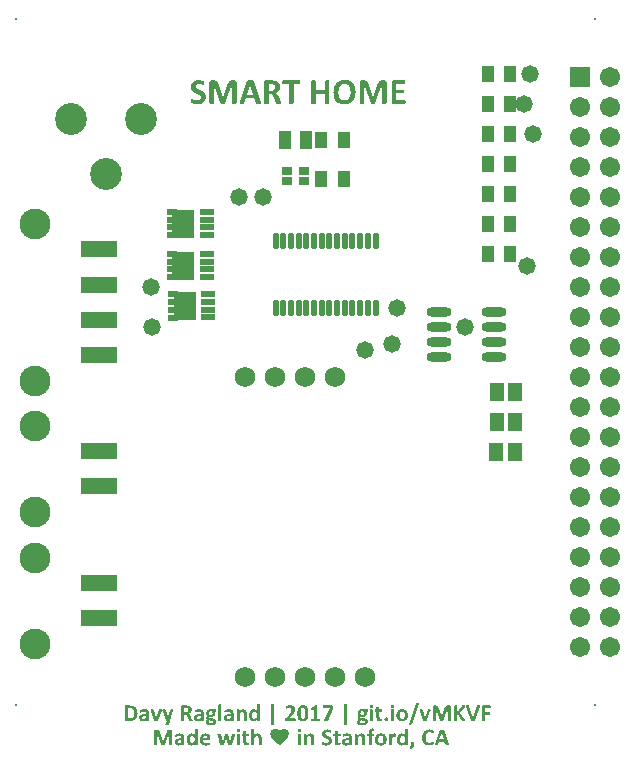
<source format=gts>
G04 Layer_Color=8388736*
%FSTAX25Y25*%
%MOIN*%
G70*
G01*
G75*
%ADD37R,0.12296X0.05800*%
%ADD38O,0.02178X0.05721*%
%ADD39R,0.04147X0.06312*%
%ADD40R,0.03950X0.05721*%
%ADD41R,0.04934X0.06312*%
%ADD42O,0.08280X0.03162*%
%ADD43R,0.07591X0.04698*%
%ADD44R,0.04698X0.02395*%
%ADD45R,0.03792X0.02395*%
%ADD46R,0.03740X0.02953*%
%ADD47C,0.10642*%
%ADD48C,0.06800*%
%ADD49C,0.10288*%
%ADD50C,0.00800*%
%ADD51R,0.06706X0.06706*%
%ADD52C,0.06706*%
%ADD53C,0.05800*%
G36*
X0230921Y0109089D02*
X023096D01*
X0231043Y0109078D01*
X0231137Y0109067D01*
X0231243Y0109045D01*
X0231343Y0109012D01*
X0231443Y0108973D01*
X0231448D01*
X0231454Y0108967D01*
X0231487Y0108951D01*
X0231532Y0108923D01*
X0231587Y0108884D01*
X0231654Y010884D01*
X023172Y0108784D01*
X0231787Y0108718D01*
X0231848Y0108645D01*
X0231853Y0108634D01*
X0231876Y0108607D01*
X0231903Y0108568D01*
X0231937Y0108507D01*
X023197Y010844D01*
X0232009Y0108357D01*
X0232042Y0108262D01*
X023207Y0108162D01*
Y0108157D01*
X0232075Y0108151D01*
Y0108135D01*
X0232081Y0108113D01*
X0232092Y0108057D01*
X0232109Y0107979D01*
X023212Y0107879D01*
X0232131Y0107768D01*
X0232137Y0107641D01*
X0232142Y0107502D01*
Y0105299D01*
Y0105293D01*
X0232137Y0105277D01*
X0232131Y0105254D01*
X0232114Y0105227D01*
X0232109Y0105221D01*
X0232098Y010521D01*
X023207Y0105199D01*
X0232036Y0105182D01*
X0232026D01*
X0231998Y0105171D01*
X0231948Y0105166D01*
X0231881Y0105154D01*
X0231865D01*
X0231842Y0105149D01*
X0231776D01*
X0231737Y0105143D01*
X0231554D01*
X0231476Y0105149D01*
X0231393Y0105154D01*
X0231376D01*
X023136Y010516D01*
X0231337D01*
X0231287Y0105171D01*
X0231237Y0105182D01*
X0231226Y0105188D01*
X023121Y0105193D01*
X0231182Y010521D01*
X023116Y0105227D01*
X0231154Y0105232D01*
X0231149Y0105249D01*
X0231143Y0105271D01*
X0231137Y0105299D01*
Y0107335D01*
Y0107341D01*
Y0107347D01*
Y010738D01*
Y0107424D01*
X0231132Y010748D01*
X0231126Y0107546D01*
X0231121Y0107613D01*
X023111Y010768D01*
X0231099Y0107741D01*
Y0107746D01*
X0231093Y0107768D01*
X0231082Y0107796D01*
X0231071Y0107829D01*
X0231038Y0107913D01*
X0230988Y0107996D01*
X0230982Y0108001D01*
X0230977Y0108013D01*
X023096Y0108035D01*
X0230938Y0108057D01*
X0230877Y0108107D01*
X0230799Y0108157D01*
X0230793Y0108162D01*
X0230777Y0108168D01*
X0230754Y0108179D01*
X0230727Y010819D01*
X0230688Y0108201D01*
X0230638Y0108207D01*
X0230588Y0108218D01*
X0230499D01*
X023046Y0108212D01*
X0230416Y0108201D01*
X0230355Y0108185D01*
X0230288Y0108157D01*
X0230216Y0108124D01*
X0230144Y0108074D01*
X0230133Y0108068D01*
X0230111Y0108046D01*
X0230072Y0108018D01*
X0230022Y0107974D01*
X0229961Y0107913D01*
X0229889Y0107846D01*
X0229817Y0107763D01*
X0229739Y0107669D01*
Y0105299D01*
Y0105293D01*
X0229733Y0105277D01*
X0229728Y0105254D01*
X0229711Y0105227D01*
X0229706Y0105221D01*
X0229695Y010521D01*
X0229667Y0105199D01*
X0229628Y0105182D01*
X0229617D01*
X0229589Y0105171D01*
X0229539Y0105166D01*
X0229478Y0105154D01*
X0229461D01*
X0229439Y0105149D01*
X0229378D01*
X0229334Y0105143D01*
X0229145D01*
X0229067Y0105149D01*
X022899Y0105154D01*
X0228973D01*
X0228956Y010516D01*
X0228934D01*
X0228884Y0105171D01*
X0228834Y0105182D01*
X0228823Y0105188D01*
X0228806Y0105193D01*
X0228779Y010521D01*
X0228756Y0105227D01*
X0228751Y0105232D01*
X0228745Y0105249D01*
X022874Y0105271D01*
X0228734Y0105299D01*
Y0108867D01*
Y0108873D01*
Y010889D01*
X022874Y0108912D01*
X0228751Y0108934D01*
X0228756Y010894D01*
X0228768Y0108951D01*
X022879Y0108967D01*
X0228823Y0108984D01*
X0228834Y010899D01*
X0228856Y0108995D01*
X0228901Y0109006D01*
X0228956Y0109017D01*
X0228973D01*
X022899Y0109023D01*
X0229045D01*
X0229078Y0109028D01*
X0229234D01*
X0229306Y0109023D01*
X0229373Y0109017D01*
X0229389D01*
X0229422Y0109012D01*
X0229461Y0109001D01*
X02295Y0108984D01*
X0229506Y0108978D01*
X0229528Y0108973D01*
X022955Y0108956D01*
X0229567Y0108934D01*
X0229572Y0108928D01*
X0229578Y0108917D01*
X0229583Y0108895D01*
X0229589Y0108867D01*
Y0108457D01*
X0229594Y0108462D01*
X02296Y0108473D01*
X0229617Y0108484D01*
X0229639Y0108507D01*
X02297Y0108568D01*
X0229772Y0108634D01*
X0229867Y0108712D01*
X0229966Y010879D01*
X0230077Y0108867D01*
X0230188Y0108934D01*
X0230194D01*
X0230205Y010894D01*
X0230222Y0108951D01*
X0230244Y0108962D01*
X0230272Y0108973D01*
X0230305Y0108984D01*
X0230388Y0109017D01*
X0230483Y0109045D01*
X0230594Y0109073D01*
X023071Y0109089D01*
X0230832Y0109095D01*
X0230893D01*
X0230921Y0109089D01*
D02*
G37*
G36*
X0213932D02*
X0213971D01*
X0214055Y0109078D01*
X0214149Y0109067D01*
X0214254Y0109045D01*
X0214354Y0109012D01*
X0214454Y0108973D01*
X021446D01*
X0214465Y0108967D01*
X0214498Y0108951D01*
X0214543Y0108923D01*
X0214598Y0108884D01*
X0214665Y010884D01*
X0214732Y0108784D01*
X0214798Y0108718D01*
X0214859Y0108645D01*
X0214865Y0108634D01*
X0214887Y0108607D01*
X0214915Y0108568D01*
X0214948Y0108507D01*
X0214981Y010844D01*
X021502Y0108357D01*
X0215054Y0108262D01*
X0215081Y0108162D01*
Y0108157D01*
X0215087Y0108151D01*
Y0108135D01*
X0215092Y0108113D01*
X0215104Y0108057D01*
X021512Y0107979D01*
X0215131Y0107879D01*
X0215142Y0107768D01*
X0215148Y0107641D01*
X0215154Y0107502D01*
Y0105299D01*
Y0105293D01*
X0215148Y0105277D01*
X0215142Y0105254D01*
X0215126Y0105227D01*
X021512Y0105221D01*
X0215109Y010521D01*
X0215081Y0105199D01*
X0215048Y0105182D01*
X0215037D01*
X0215009Y0105171D01*
X0214959Y0105166D01*
X0214893Y0105154D01*
X0214876D01*
X0214854Y0105149D01*
X0214787D01*
X0214748Y0105143D01*
X0214565D01*
X0214487Y0105149D01*
X0214404Y0105154D01*
X0214388D01*
X0214371Y010516D01*
X0214349D01*
X0214299Y0105171D01*
X0214249Y0105182D01*
X0214238Y0105188D01*
X0214221Y0105193D01*
X0214193Y010521D01*
X0214171Y0105227D01*
X0214165Y0105232D01*
X021416Y0105249D01*
X0214154Y0105271D01*
X0214149Y0105299D01*
Y0107335D01*
Y0107341D01*
Y0107347D01*
Y010738D01*
Y0107424D01*
X0214143Y010748D01*
X0214138Y0107546D01*
X0214132Y0107613D01*
X0214121Y010768D01*
X021411Y0107741D01*
Y0107746D01*
X0214105Y0107768D01*
X0214093Y0107796D01*
X0214082Y0107829D01*
X0214049Y0107913D01*
X0213999Y0107996D01*
X0213994Y0108001D01*
X0213988Y0108013D01*
X0213971Y0108035D01*
X0213949Y0108057D01*
X0213888Y0108107D01*
X021381Y0108157D01*
X0213805Y0108162D01*
X0213788Y0108168D01*
X0213766Y0108179D01*
X0213738Y010819D01*
X0213699Y0108201D01*
X0213649Y0108207D01*
X0213599Y0108218D01*
X0213511D01*
X0213472Y0108212D01*
X0213427Y0108201D01*
X0213366Y0108185D01*
X02133Y0108157D01*
X0213228Y0108124D01*
X0213156Y0108074D01*
X0213144Y0108068D01*
X0213122Y0108046D01*
X0213083Y0108018D01*
X0213033Y0107974D01*
X0212972Y0107913D01*
X02129Y0107846D01*
X0212828Y0107763D01*
X021275Y0107669D01*
Y0105299D01*
Y0105293D01*
X0212745Y0105277D01*
X0212739Y0105254D01*
X0212723Y0105227D01*
X0212717Y0105221D01*
X0212706Y010521D01*
X0212678Y0105199D01*
X0212639Y0105182D01*
X0212628D01*
X02126Y0105171D01*
X021255Y0105166D01*
X0212489Y0105154D01*
X0212473D01*
X0212451Y0105149D01*
X021239D01*
X0212345Y0105143D01*
X0212156D01*
X0212079Y0105149D01*
X0212001Y0105154D01*
X0211984D01*
X0211968Y010516D01*
X0211946D01*
X0211896Y0105171D01*
X0211846Y0105182D01*
X0211835Y0105188D01*
X0211818Y0105193D01*
X021179Y010521D01*
X0211768Y0105227D01*
X0211762Y0105232D01*
X0211757Y0105249D01*
X0211751Y0105271D01*
X0211746Y0105299D01*
Y0108867D01*
Y0108873D01*
Y010889D01*
X0211751Y0108912D01*
X0211762Y0108934D01*
X0211768Y010894D01*
X0211779Y0108951D01*
X0211801Y0108967D01*
X0211835Y0108984D01*
X0211846Y010899D01*
X0211868Y0108995D01*
X0211912Y0109006D01*
X0211968Y0109017D01*
X0211984D01*
X0212001Y0109023D01*
X0212057D01*
X021209Y0109028D01*
X0212245D01*
X0212317Y0109023D01*
X0212384Y0109017D01*
X0212401D01*
X0212434Y0109012D01*
X0212473Y0109001D01*
X0212512Y0108984D01*
X0212517Y0108978D01*
X0212539Y0108973D01*
X0212562Y0108956D01*
X0212578Y0108934D01*
X0212584Y0108928D01*
X0212589Y0108917D01*
X0212595Y0108895D01*
X02126Y0108867D01*
Y0108457D01*
X0212606Y0108462D01*
X0212612Y0108473D01*
X0212628Y0108484D01*
X021265Y0108507D01*
X0212712Y0108568D01*
X0212784Y0108634D01*
X0212878Y0108712D01*
X0212978Y010879D01*
X0213089Y0108867D01*
X02132Y0108934D01*
X0213205D01*
X0213216Y010894D01*
X0213233Y0108951D01*
X0213255Y0108962D01*
X0213283Y0108973D01*
X0213316Y0108984D01*
X02134Y0109017D01*
X0213494Y0109045D01*
X0213605Y0109073D01*
X0213721Y0109089D01*
X0213844Y0109095D01*
X0213905D01*
X0213932Y0109089D01*
D02*
G37*
G36*
X0246073Y011071D02*
X024615Y0110699D01*
X0246167D01*
X0246183Y0110693D01*
X0246206D01*
X0246256Y0110682D01*
X0246306Y0110666D01*
X0246317Y011066D01*
X0246339Y0110649D01*
X0246361Y0110632D01*
X0246383Y011061D01*
X0246389Y0110605D01*
X02464Y0110593D01*
X0246406Y0110571D01*
X0246411Y0110544D01*
Y0105299D01*
Y0105293D01*
Y0105271D01*
X02464Y0105249D01*
X0246389Y0105227D01*
X0246383Y0105221D01*
X0246372Y010521D01*
X024635Y0105193D01*
X0246317Y0105177D01*
X0246311D01*
X0246283Y0105166D01*
X0246245Y010516D01*
X0246189Y0105154D01*
X0246178D01*
X0246156Y0105149D01*
X0246106D01*
X0246073Y0105143D01*
X0245917D01*
X0245845Y0105149D01*
X0245778Y0105154D01*
X0245767D01*
X0245734Y010516D01*
X024569Y0105166D01*
X0245651Y0105177D01*
X0245645Y0105182D01*
X0245623Y0105193D01*
X0245601Y010521D01*
X0245579Y0105227D01*
X0245573Y0105232D01*
X0245567Y0105249D01*
X0245562Y0105271D01*
X0245556Y0105299D01*
Y0105693D01*
X0245551Y0105687D01*
X0245545Y0105682D01*
X0245529Y0105665D01*
X0245506Y0105643D01*
X0245451Y0105593D01*
X0245379Y0105526D01*
X0245296Y0105449D01*
X0245196Y0105376D01*
X024509Y0105299D01*
X0244979Y0105232D01*
X0244974D01*
X0244968Y0105227D01*
X0244951Y0105216D01*
X0244929Y010521D01*
X0244896Y0105193D01*
X0244863Y0105182D01*
X0244785Y0105154D01*
X0244685Y0105121D01*
X0244568Y0105099D01*
X0244441Y0105077D01*
X0244308Y0105071D01*
X0244241D01*
X0244208Y0105077D01*
X0244163Y0105082D01*
X0244069Y0105093D01*
X0243964Y010511D01*
X0243847Y0105138D01*
X024373Y0105177D01*
X0243619Y0105227D01*
X0243614D01*
X0243608Y0105232D01*
X0243575Y0105254D01*
X0243519Y0105288D01*
X0243458Y0105338D01*
X0243381Y0105399D01*
X0243309Y0105471D01*
X0243231Y0105554D01*
X0243159Y0105648D01*
Y0105654D01*
X0243153Y0105659D01*
X0243142Y0105676D01*
X0243131Y0105698D01*
X0243098Y0105754D01*
X0243059Y0105832D01*
X024302Y010592D01*
X0242976Y0106026D01*
X0242937Y0106148D01*
X0242903Y0106275D01*
Y0106281D01*
X0242898Y0106292D01*
Y0106309D01*
X0242892Y0106337D01*
X0242887Y010637D01*
X0242881Y0106409D01*
X024287Y0106453D01*
X0242865Y0106503D01*
X0242848Y010662D01*
X0242837Y0106747D01*
X0242831Y0106886D01*
X0242826Y010703D01*
Y0107036D01*
Y0107053D01*
Y0107075D01*
Y0107114D01*
X0242831Y0107152D01*
Y0107202D01*
X0242837Y0107258D01*
Y0107319D01*
X0242848Y0107447D01*
X024287Y0107591D01*
X0242892Y0107741D01*
X0242926Y0107885D01*
Y0107891D01*
X0242931Y0107902D01*
X0242937Y0107924D01*
X0242942Y0107952D01*
X0242953Y0107979D01*
X024297Y0108018D01*
X0242998Y0108113D01*
X0243042Y0108212D01*
X0243092Y0108324D01*
X0243153Y0108429D01*
X024322Y0108534D01*
Y010854D01*
X0243231Y0108545D01*
X0243253Y0108579D01*
X0243298Y0108629D01*
X0243359Y010869D01*
X0243425Y0108756D01*
X0243508Y0108823D01*
X0243603Y010889D01*
X0243708Y0108951D01*
X0243714D01*
X0243719Y0108956D01*
X0243736Y0108962D01*
X0243758Y0108973D01*
X0243786Y0108984D01*
X0243819Y0108995D01*
X0243902Y0109023D01*
X0244002Y0109051D01*
X0244113Y0109073D01*
X0244241Y0109089D01*
X024438Y0109095D01*
X024443D01*
X0244485Y0109089D01*
X0244563Y0109078D01*
X0244646Y0109067D01*
X0244735Y0109045D01*
X0244829Y0109012D01*
X0244924Y0108973D01*
X0244929D01*
X0244935Y0108967D01*
X0244968Y0108951D01*
X0245012Y0108923D01*
X0245079Y0108884D01*
X0245151Y0108828D01*
X0245234Y0108767D01*
X0245323Y0108695D01*
X0245412Y0108612D01*
Y0110544D01*
Y0110549D01*
Y0110566D01*
X0245418Y0110588D01*
X0245429Y011061D01*
X0245434Y0110616D01*
X0245445Y0110632D01*
X0245473Y0110649D01*
X0245506Y0110666D01*
X0245512D01*
X0245517Y0110671D01*
X0245551Y0110677D01*
X0245595Y0110688D01*
X0245662Y0110699D01*
X0245667D01*
X0245678Y0110704D01*
X0245701D01*
X0245728Y011071D01*
X0245767D01*
X0245812Y0110715D01*
X0245995D01*
X0246073Y011071D01*
D02*
G37*
G36*
X0175981D02*
X0176059Y0110699D01*
X0176076D01*
X0176093Y0110693D01*
X0176115D01*
X0176165Y0110682D01*
X0176215Y0110666D01*
X0176226Y011066D01*
X0176248Y0110649D01*
X017627Y0110632D01*
X0176292Y011061D01*
X0176298Y0110605D01*
X0176309Y0110593D01*
X0176315Y0110571D01*
X017632Y0110544D01*
Y0105299D01*
Y0105293D01*
Y0105271D01*
X0176309Y0105249D01*
X0176298Y0105227D01*
X0176292Y0105221D01*
X0176281Y010521D01*
X0176259Y0105193D01*
X0176226Y0105177D01*
X017622D01*
X0176192Y0105166D01*
X0176154Y010516D01*
X0176098Y0105154D01*
X0176087D01*
X0176065Y0105149D01*
X0176015D01*
X0175981Y0105143D01*
X0175826D01*
X0175754Y0105149D01*
X0175687Y0105154D01*
X0175676D01*
X0175643Y010516D01*
X0175599Y0105166D01*
X017556Y0105177D01*
X0175554Y0105182D01*
X0175532Y0105193D01*
X017551Y010521D01*
X0175488Y0105227D01*
X0175482Y0105232D01*
X0175477Y0105249D01*
X0175471Y0105271D01*
X0175465Y0105299D01*
Y0105693D01*
X017546Y0105687D01*
X0175454Y0105682D01*
X0175438Y0105665D01*
X0175416Y0105643D01*
X017536Y0105593D01*
X0175288Y0105526D01*
X0175205Y0105449D01*
X0175105Y0105376D01*
X0174999Y0105299D01*
X0174888Y0105232D01*
X0174883D01*
X0174877Y0105227D01*
X017486Y0105216D01*
X0174838Y010521D01*
X0174805Y0105193D01*
X0174772Y0105182D01*
X0174694Y0105154D01*
X0174594Y0105121D01*
X0174478Y0105099D01*
X017435Y0105077D01*
X0174217Y0105071D01*
X017415D01*
X0174117Y0105077D01*
X0174072Y0105082D01*
X0173978Y0105093D01*
X0173873Y010511D01*
X0173756Y0105138D01*
X017364Y0105177D01*
X0173528Y0105227D01*
X0173523D01*
X0173517Y0105232D01*
X0173484Y0105254D01*
X0173428Y0105288D01*
X0173368Y0105338D01*
X017329Y0105399D01*
X0173218Y0105471D01*
X017314Y0105554D01*
X0173068Y0105648D01*
Y0105654D01*
X0173062Y0105659D01*
X0173051Y0105676D01*
X017304Y0105698D01*
X0173007Y0105754D01*
X0172968Y0105832D01*
X0172929Y010592D01*
X0172885Y0106026D01*
X0172846Y0106148D01*
X0172812Y0106275D01*
Y0106281D01*
X0172807Y0106292D01*
Y0106309D01*
X0172801Y0106337D01*
X0172796Y010637D01*
X017279Y0106409D01*
X0172779Y0106453D01*
X0172774Y0106503D01*
X0172757Y010662D01*
X0172746Y0106747D01*
X017274Y0106886D01*
X0172735Y010703D01*
Y0107036D01*
Y0107053D01*
Y0107075D01*
Y0107114D01*
X017274Y0107152D01*
Y0107202D01*
X0172746Y0107258D01*
Y0107319D01*
X0172757Y0107447D01*
X0172779Y0107591D01*
X0172801Y0107741D01*
X0172835Y0107885D01*
Y0107891D01*
X017284Y0107902D01*
X0172846Y0107924D01*
X0172851Y0107952D01*
X0172862Y0107979D01*
X0172879Y0108018D01*
X0172907Y0108113D01*
X0172951Y0108212D01*
X0173001Y0108324D01*
X0173062Y0108429D01*
X0173129Y0108534D01*
Y010854D01*
X017314Y0108545D01*
X0173162Y0108579D01*
X0173206Y0108629D01*
X0173268Y010869D01*
X0173334Y0108756D01*
X0173417Y0108823D01*
X0173512Y010889D01*
X0173617Y0108951D01*
X0173623D01*
X0173628Y0108956D01*
X0173645Y0108962D01*
X0173667Y0108973D01*
X0173695Y0108984D01*
X0173728Y0108995D01*
X0173811Y0109023D01*
X0173911Y0109051D01*
X0174022Y0109073D01*
X017415Y0109089D01*
X0174289Y0109095D01*
X0174339D01*
X0174394Y0109089D01*
X0174472Y0109078D01*
X0174555Y0109067D01*
X0174644Y0109045D01*
X0174738Y0109012D01*
X0174833Y0108973D01*
X0174838D01*
X0174844Y0108967D01*
X0174877Y0108951D01*
X0174922Y0108923D01*
X0174988Y0108884D01*
X017506Y0108828D01*
X0175144Y0108767D01*
X0175232Y0108695D01*
X0175321Y0108612D01*
Y0110544D01*
Y0110549D01*
Y0110566D01*
X0175327Y0110588D01*
X0175338Y011061D01*
X0175343Y0110616D01*
X0175354Y0110632D01*
X0175382Y0110649D01*
X0175416Y0110666D01*
X0175421D01*
X0175426Y0110671D01*
X017546Y0110677D01*
X0175504Y0110688D01*
X0175571Y0110699D01*
X0175576D01*
X0175587Y0110704D01*
X017561D01*
X0175637Y011071D01*
X0175676D01*
X0175721Y0110715D01*
X0175904D01*
X0175981Y011071D01*
D02*
G37*
G36*
X0241999Y0109089D02*
X0242038Y0109084D01*
X0242049D01*
X0242076Y0109078D01*
X0242115Y0109073D01*
X024216Y0109062D01*
X0242171D01*
X0242199Y0109056D01*
X0242237Y0109045D01*
X0242276Y0109034D01*
X0242287D01*
X0242304Y0109023D01*
X0242326Y0109012D01*
X0242349Y0108995D01*
X0242354Y010899D01*
X0242359Y0108984D01*
X0242371Y0108967D01*
X0242376Y0108951D01*
Y0108945D01*
X0242382Y0108934D01*
X0242387Y0108912D01*
X0242393Y0108884D01*
Y0108878D01*
X0242398Y0108856D01*
X0242404Y0108817D01*
X0242409Y0108762D01*
Y0108756D01*
Y0108745D01*
Y0108729D01*
X0242415Y0108701D01*
Y0108668D01*
Y0108629D01*
Y0108584D01*
Y0108534D01*
Y0108529D01*
Y0108512D01*
Y0108484D01*
Y0108451D01*
X0242409Y0108373D01*
X0242404Y0108296D01*
Y010829D01*
Y0108279D01*
X0242398Y0108246D01*
X0242393Y0108196D01*
X0242382Y0108151D01*
X0242376Y0108146D01*
X0242371Y0108124D01*
X0242354Y0108101D01*
X0242337Y0108079D01*
X0242332D01*
X0242321Y0108074D01*
X0242299Y0108068D01*
X0242271Y0108063D01*
X0242249D01*
X0242226Y0108068D01*
X0242199Y0108074D01*
X0242193Y0108079D01*
X0242171Y0108085D01*
X0242143Y010809D01*
X024211Y0108101D01*
X0242099Y0108107D01*
X0242076Y0108113D01*
X0242043Y0108124D01*
X0241999Y0108135D01*
X0241988Y010814D01*
X024196Y0108146D01*
X0241915Y0108151D01*
X0241832D01*
X0241816Y0108146D01*
X024176Y0108135D01*
X0241699Y0108113D01*
X0241694D01*
X0241683Y0108107D01*
X0241666Y0108096D01*
X0241644Y0108085D01*
X0241588Y0108052D01*
X0241522Y0108007D01*
X0241516Y0108001D01*
X0241505Y0107996D01*
X0241488Y0107979D01*
X0241466Y0107957D01*
X0241438Y0107929D01*
X0241405Y0107896D01*
X0241333Y0107813D01*
X0241327Y0107807D01*
X0241316Y0107791D01*
X02413Y0107768D01*
X0241272Y0107735D01*
X0241244Y0107691D01*
X0241205Y0107641D01*
X0241166Y0107585D01*
X0241127Y0107524D01*
Y0105299D01*
Y0105293D01*
X0241122Y0105277D01*
X0241116Y0105254D01*
X02411Y0105227D01*
X0241094Y0105221D01*
X0241083Y010521D01*
X0241055Y0105199D01*
X0241016Y0105182D01*
X0241005D01*
X0240978Y0105171D01*
X0240928Y0105166D01*
X0240867Y0105154D01*
X024085D01*
X0240828Y0105149D01*
X0240767D01*
X0240722Y0105143D01*
X0240534D01*
X0240456Y0105149D01*
X0240378Y0105154D01*
X0240361D01*
X0240345Y010516D01*
X0240323D01*
X0240273Y0105171D01*
X0240223Y0105182D01*
X0240212Y0105188D01*
X0240195Y0105193D01*
X0240167Y010521D01*
X0240145Y0105227D01*
X024014Y0105232D01*
X0240134Y0105249D01*
X0240128Y0105271D01*
X0240123Y0105299D01*
Y0108867D01*
Y0108873D01*
Y010889D01*
X0240128Y0108912D01*
X024014Y0108934D01*
X0240145Y010894D01*
X0240156Y0108951D01*
X0240178Y0108967D01*
X0240212Y0108984D01*
X0240223Y010899D01*
X0240245Y0108995D01*
X0240289Y0109006D01*
X0240345Y0109017D01*
X0240361D01*
X0240378Y0109023D01*
X0240434D01*
X0240467Y0109028D01*
X0240622D01*
X0240694Y0109023D01*
X0240761Y0109017D01*
X0240778D01*
X0240811Y0109012D01*
X024085Y0109001D01*
X0240889Y0108984D01*
X0240894Y0108978D01*
X0240917Y0108973D01*
X0240939Y0108956D01*
X0240955Y0108934D01*
X0240961Y0108928D01*
X0240967Y0108917D01*
X0240972Y0108895D01*
X0240978Y0108867D01*
Y0108423D01*
X0240983Y0108434D01*
X0241Y0108457D01*
X0241028Y0108495D01*
X0241061Y010854D01*
X02411Y010859D01*
X0241144Y0108645D01*
X0241194Y0108701D01*
X0241238Y0108751D01*
X0241244Y0108756D01*
X0241261Y0108773D01*
X0241283Y0108795D01*
X0241316Y0108823D01*
X0241394Y010889D01*
X0241477Y0108956D01*
X0241483Y0108962D01*
X0241494Y0108967D01*
X0241516Y0108984D01*
X0241549Y0109001D01*
X0241616Y0109034D01*
X0241699Y0109062D01*
X0241705D01*
X0241721Y0109067D01*
X0241743Y0109073D01*
X0241771Y0109078D01*
X0241843Y0109089D01*
X0241927Y0109095D01*
X024196D01*
X0241999Y0109089D01*
D02*
G37*
G36*
X0257911Y0110355D02*
X0257972D01*
X0258027Y0110349D01*
X0258077D01*
X0258105Y0110344D01*
X0258177Y0110338D01*
X025821Y0110327D01*
X0258244Y0110321D01*
X0258249D01*
X0258255Y0110316D01*
X0258288Y0110305D01*
X0258321Y0110283D01*
X0258355Y0110255D01*
X025836Y0110249D01*
X0258377Y0110227D01*
X0258394Y0110188D01*
X0258416Y0110138D01*
X0260014Y0105554D01*
Y0105549D01*
X026002Y0105532D01*
X0260031Y0105504D01*
X0260042Y0105471D01*
X0260058Y0105399D01*
X026007Y010536D01*
X0260075Y0105326D01*
Y0105321D01*
Y0105315D01*
Y0105282D01*
X0260064Y0105238D01*
X0260042Y0105204D01*
X0260031Y0105199D01*
X0260009Y0105182D01*
X0259986Y0105177D01*
X0259959Y0105166D01*
X0259925Y010516D01*
X0259887Y0105154D01*
X0259864D01*
X0259842Y0105149D01*
X0259764D01*
X0259709Y0105143D01*
X0259465D01*
X0259359Y0105149D01*
X0259309D01*
X0259259Y0105154D01*
X025922D01*
X0259198Y010516D01*
X0259143Y0105166D01*
X0259087Y0105171D01*
X0259076Y0105177D01*
X0259054Y0105182D01*
X0259026Y0105199D01*
X0258998Y0105221D01*
X0258993Y0105227D01*
X0258987Y0105243D01*
X0258976Y0105271D01*
X0258965Y0105304D01*
X0258615Y0106342D01*
X0256667D01*
X0256346Y0105332D01*
X025634Y0105321D01*
X0256334Y0105299D01*
X0256318Y0105271D01*
X0256301Y0105238D01*
X0256296Y0105232D01*
X0256284Y0105216D01*
X0256257Y0105193D01*
X0256218Y0105177D01*
X0256207D01*
X0256179Y0105166D01*
X0256129Y010516D01*
X0256057Y0105154D01*
X025604D01*
X0256013Y0105149D01*
X025594D01*
X0255896Y0105143D01*
X0255674D01*
X025558Y0105149D01*
X0255535D01*
X0255491Y0105154D01*
X0255474D01*
X0255457Y010516D01*
X0255435Y0105166D01*
X0255385Y0105182D01*
X0255363Y0105193D01*
X0255346Y010521D01*
X0255341Y0105221D01*
X025533Y0105243D01*
X0255319Y0105282D01*
Y0105338D01*
Y0105343D01*
Y0105354D01*
X0255324Y0105371D01*
X025533Y0105399D01*
X0255341Y0105432D01*
X0255352Y0105471D01*
X0255363Y0105515D01*
X025538Y0105565D01*
X0256973Y0110149D01*
Y0110155D01*
X0256978Y0110161D01*
X0256989Y0110188D01*
X0257006Y0110222D01*
X0257028Y0110255D01*
X0257034Y011026D01*
X0257056Y0110283D01*
X0257084Y0110299D01*
X0257128Y0110321D01*
X0257134D01*
X0257139Y0110327D01*
X0257156D01*
X0257178Y0110333D01*
X0257206Y0110338D01*
X0257239Y0110344D01*
X0257322Y0110349D01*
X0257345D01*
X0257372Y0110355D01*
X0257455D01*
X0257511Y011036D01*
X025785D01*
X0257911Y0110355D01*
D02*
G37*
G36*
X0226303Y0109089D02*
X0226398Y0109084D01*
X0226509Y0109073D01*
X0226631Y0109062D01*
X0226753Y0109039D01*
X022687Y0109012D01*
X0226875D01*
X0226881Y0109006D01*
X0226897Y0109001D01*
X022692Y0108995D01*
X0226975Y0108978D01*
X0227042Y0108951D01*
X0227119Y0108912D01*
X0227203Y0108867D01*
X022728Y0108817D01*
X0227358Y0108756D01*
X0227369Y0108751D01*
X0227391Y0108729D01*
X0227425Y010869D01*
X0227469Y010864D01*
X0227513Y0108579D01*
X0227558Y0108501D01*
X0227602Y0108412D01*
X0227641Y0108318D01*
Y0108312D01*
X0227646Y0108307D01*
X0227652Y010829D01*
X0227658Y0108273D01*
X0227669Y0108212D01*
X0227685Y010814D01*
X0227702Y0108046D01*
X0227719Y010794D01*
X0227724Y0107818D01*
X022773Y0107685D01*
Y0105288D01*
Y0105277D01*
X0227724Y0105254D01*
X0227713Y0105227D01*
X0227685Y0105199D01*
X022768Y0105193D01*
X0227658Y0105182D01*
X0227613Y0105171D01*
X0227558Y010516D01*
X0227541D01*
X0227524Y0105154D01*
X0227497D01*
X0227458Y0105149D01*
X0227419D01*
X0227369Y0105143D01*
X0227208D01*
X0227119Y0105149D01*
X0227075Y0105154D01*
X0227042Y010516D01*
X022703D01*
X0226997Y0105171D01*
X0226964Y0105182D01*
X022693Y0105199D01*
X0226925Y0105204D01*
X0226914Y0105221D01*
X0226903Y0105249D01*
X0226897Y0105288D01*
Y0105571D01*
X0226886Y010556D01*
X0226858Y0105532D01*
X0226814Y0105487D01*
X0226753Y0105437D01*
X0226675Y0105376D01*
X0226592Y0105315D01*
X0226498Y010526D01*
X0226392Y0105204D01*
X0226387D01*
X0226381Y0105199D01*
X0226364Y0105193D01*
X0226342Y0105182D01*
X0226287Y010516D01*
X0226209Y0105138D01*
X0226115Y0105116D01*
X0226009Y0105093D01*
X0225893Y0105077D01*
X0225771Y0105071D01*
X0225721D01*
X0225665Y0105077D01*
X0225599Y0105082D01*
X0225515Y0105088D01*
X0225427Y0105104D01*
X0225332Y0105121D01*
X0225243Y0105143D01*
X0225232Y0105149D01*
X0225204Y0105154D01*
X022516Y0105177D01*
X0225105Y0105199D01*
X0225044Y0105227D01*
X0224971Y0105265D01*
X0224899Y010531D01*
X0224833Y010536D01*
X0224827Y0105365D01*
X0224805Y0105387D01*
X0224772Y0105421D01*
X0224733Y010546D01*
X0224694Y0105515D01*
X022465Y0105576D01*
X0224605Y0105648D01*
X0224566Y0105726D01*
X0224561Y0105737D01*
X022455Y0105765D01*
X0224538Y0105809D01*
X0224522Y010587D01*
X02245Y0105942D01*
X0224488Y0106026D01*
X0224477Y0106126D01*
X0224472Y0106226D01*
Y0106231D01*
Y0106242D01*
Y0106259D01*
Y0106281D01*
X0224477Y0106337D01*
X0224488Y0106414D01*
X02245Y0106498D01*
X0224522Y0106586D01*
X022455Y0106681D01*
X0224588Y010677D01*
X0224594Y0106781D01*
X0224611Y0106808D01*
X0224638Y0106853D01*
X0224683Y0106903D01*
X0224733Y0106964D01*
X0224794Y010703D01*
X0224871Y0107091D01*
X0224955Y0107152D01*
X022496D01*
X0224966Y0107158D01*
X0224999Y0107175D01*
X0225049Y0107202D01*
X0225121Y0107236D01*
X022521Y0107274D01*
X022531Y0107308D01*
X0225427Y0107347D01*
X0225554Y0107374D01*
X022556D01*
X0225571Y010738D01*
X0225593D01*
X0225621Y0107386D01*
X0225654Y0107391D01*
X0225693Y0107397D01*
X0225743Y0107402D01*
X0225793Y0107413D01*
X0225854Y0107419D01*
X0225915Y0107424D01*
X0226059Y0107435D01*
X022622Y0107441D01*
X0226392Y0107447D01*
X0226742D01*
Y0107657D01*
Y0107663D01*
Y0107685D01*
Y0107719D01*
X0226736Y0107757D01*
X0226731Y0107807D01*
X0226725Y0107852D01*
X0226703Y0107952D01*
Y0107957D01*
X0226697Y0107974D01*
X0226686Y0107996D01*
X0226675Y0108024D01*
X0226642Y0108096D01*
X0226592Y0108162D01*
X0226587Y0108168D01*
X0226575Y0108174D01*
X0226559Y010819D01*
X0226536Y0108207D01*
X0226509Y0108229D01*
X022647Y0108251D01*
X0226431Y0108268D01*
X0226381Y0108285D01*
X0226376D01*
X0226359Y010829D01*
X0226331Y0108301D01*
X0226292Y0108307D01*
X0226248Y0108318D01*
X0226192Y0108324D01*
X0226131Y0108329D01*
X0225976D01*
X0225915Y0108324D01*
X0225843Y0108318D01*
X0225765Y0108307D01*
X022561Y0108273D01*
X0225599D01*
X0225576Y0108262D01*
X0225537Y0108251D01*
X0225493Y0108235D01*
X0225438Y0108218D01*
X0225382Y0108196D01*
X022526Y0108146D01*
X0225254Y010814D01*
X0225238Y0108135D01*
X0225204Y0108124D01*
X0225171Y0108107D01*
X0225088Y0108068D01*
X0225005Y0108024D01*
X0224999D01*
X0224988Y0108018D01*
X0224971Y0108007D01*
X0224949Y0108001D01*
X0224894Y0107979D01*
X0224844Y0107974D01*
X0224838D01*
X0224816Y0107979D01*
X0224794Y0107985D01*
X0224766Y0108001D01*
X0224761Y0108007D01*
X0224749Y0108024D01*
X0224727Y0108046D01*
X0224711Y0108079D01*
X0224705Y010809D01*
X0224699Y0108113D01*
X0224688Y0108157D01*
X0224677Y0108207D01*
Y0108212D01*
Y0108218D01*
X0224672Y0108235D01*
Y0108257D01*
X0224666Y0108312D01*
Y0108373D01*
Y0108379D01*
Y0108396D01*
Y0108418D01*
Y0108446D01*
X0224672Y0108512D01*
X0224683Y0108573D01*
Y0108579D01*
X0224688Y0108584D01*
X0224699Y0108618D01*
X0224727Y0108656D01*
X0224761Y0108701D01*
X0224766Y0108706D01*
X0224772Y0108712D01*
X0224788Y0108723D01*
X0224805Y010874D01*
X0224833Y0108756D01*
X0224866Y0108779D01*
X0224905Y0108806D01*
X0224955Y0108828D01*
X022496Y0108834D01*
X0224977Y010884D01*
X022501Y0108856D01*
X0225049Y0108873D01*
X0225094Y010889D01*
X0225149Y0108912D01*
X0225216Y0108934D01*
X0225282Y0108956D01*
X0225293Y0108962D01*
X0225315Y0108967D01*
X0225354Y0108978D01*
X0225404Y010899D01*
X0225465Y0109006D01*
X0225537Y0109023D01*
X022561Y0109039D01*
X0225693Y0109056D01*
X0225704D01*
X0225732Y0109062D01*
X0225776Y0109067D01*
X0225832Y0109078D01*
X0225904Y0109084D01*
X0225981Y0109089D01*
X0226065Y0109095D01*
X0226259D01*
X0226303Y0109089D01*
D02*
G37*
G36*
X0167479Y0110333D02*
X016754Y0110327D01*
X0167601Y0110305D01*
X0167607D01*
X0167612Y0110299D01*
X0167646Y0110283D01*
X016769Y011026D01*
X0167729Y0110222D01*
X016774Y011021D01*
X0167756Y0110188D01*
X0167784Y0110149D01*
X0167806Y0110094D01*
Y0110088D01*
X0167812Y0110083D01*
X0167817Y0110066D01*
X0167823Y0110044D01*
X0167829Y0109988D01*
X0167834Y0109916D01*
Y010531D01*
Y0105304D01*
Y0105288D01*
X0167823Y0105265D01*
X0167812Y0105238D01*
X0167806Y0105232D01*
X0167795Y0105221D01*
X0167768Y0105199D01*
X0167729Y0105182D01*
X0167718D01*
X016769Y0105171D01*
X016764Y0105166D01*
X0167573Y0105154D01*
X0167557D01*
X0167534Y0105149D01*
X0167473D01*
X0167435Y0105143D01*
X0167251D01*
X0167174Y0105149D01*
X016709Y0105154D01*
X0167074D01*
X0167057Y010516D01*
X0167035D01*
X0166985Y0105171D01*
X0166941Y0105182D01*
X0166929Y0105188D01*
X0166913Y0105199D01*
X0166885Y0105216D01*
X0166863Y0105238D01*
X0166857Y0105243D01*
X0166852Y010526D01*
X0166846Y0105282D01*
X0166841Y010531D01*
Y0109517D01*
X016683D01*
X0165325Y010531D01*
Y0105304D01*
X0165314Y0105282D01*
X0165298Y0105254D01*
X0165276Y0105227D01*
X016527Y0105221D01*
X0165253Y010521D01*
X016522Y0105193D01*
X0165176Y0105177D01*
X0165165D01*
X0165131Y0105166D01*
X0165087Y010516D01*
X016502Y0105154D01*
X0165004D01*
X0164981Y0105149D01*
X016492D01*
X0164882Y0105143D01*
X0164709D01*
X0164632Y0105149D01*
X0164554Y0105154D01*
X0164537D01*
X0164521Y010516D01*
X0164499D01*
X0164449Y0105171D01*
X0164399Y0105182D01*
X0164388Y0105188D01*
X0164365Y0105199D01*
X0164332Y0105216D01*
X0164299Y0105238D01*
X0164293Y0105243D01*
X0164282Y010526D01*
X0164266Y0105282D01*
X0164254Y010531D01*
X0162806Y0109517D01*
X01628D01*
Y010531D01*
Y0105304D01*
Y0105288D01*
X0162789Y0105265D01*
X0162778Y0105238D01*
X0162773Y0105232D01*
X0162761Y0105221D01*
X0162734Y0105199D01*
X0162695Y0105182D01*
X0162684D01*
X0162651Y0105171D01*
X0162606Y0105166D01*
X016254Y0105154D01*
X0162523D01*
X0162501Y0105149D01*
X016244D01*
X0162401Y0105143D01*
X0162218D01*
X016214Y0105149D01*
X0162057Y0105154D01*
X016204D01*
X0162023Y010516D01*
X0162001D01*
X0161951Y0105171D01*
X0161901Y0105182D01*
X016189Y0105188D01*
X0161873Y0105199D01*
X0161846Y0105216D01*
X0161823Y0105238D01*
Y0105243D01*
X0161818Y010526D01*
X0161812Y0105282D01*
X0161807Y010531D01*
Y0109916D01*
Y0109927D01*
Y010995D01*
X0161812Y0109988D01*
X0161818Y0110033D01*
X0161835Y0110083D01*
X0161851Y0110133D01*
X0161879Y0110183D01*
X0161912Y0110227D01*
X0161918Y0110233D01*
X0161934Y0110244D01*
X0161957Y011026D01*
X016199Y0110283D01*
X0162029Y0110305D01*
X0162079Y0110321D01*
X0162134Y0110333D01*
X0162201Y0110338D01*
X016295D01*
X0162995Y0110333D01*
X0163045D01*
X0163094Y0110327D01*
X016315Y0110316D01*
X01632Y0110305D01*
X0163205D01*
X0163222Y0110299D01*
X016325Y0110294D01*
X0163278Y0110283D01*
X016335Y0110249D01*
X0163427Y0110205D01*
X0163433Y0110199D01*
X0163444Y0110194D01*
X0163461Y0110177D01*
X0163483Y0110155D01*
X0163538Y0110099D01*
X0163588Y0110022D01*
X0163594Y0110016D01*
X01636Y011D01*
X0163611Y0109977D01*
X0163627Y0109944D01*
X0163644Y01099D01*
X0163666Y0109855D01*
X0163683Y01098D01*
X0163699Y0109739D01*
X0164821Y0106658D01*
X0164837D01*
X0165997Y0109733D01*
Y0109739D01*
X0166008Y0109761D01*
X0166019Y0109794D01*
X016603Y0109833D01*
X0166069Y0109922D01*
X0166114Y0110016D01*
X0166119Y0110022D01*
X0166125Y0110038D01*
X0166136Y0110055D01*
X0166153Y0110083D01*
X0166197Y0110144D01*
X0166252Y0110205D01*
X0166258Y011021D01*
X0166269Y0110216D01*
X0166286Y0110227D01*
X0166308Y0110244D01*
X0166369Y0110277D01*
X0166447Y0110305D01*
X0166452D01*
X0166469Y011031D01*
X0166491Y0110316D01*
X0166524Y0110321D01*
X0166563Y0110327D01*
X0166608Y0110333D01*
X0166708Y0110338D01*
X0167457D01*
X0167479Y0110333D01*
D02*
G37*
G36*
X0188441Y0109023D02*
X0188519Y0109017D01*
X0188552D01*
X0188575Y0109012D01*
X0188625Y0109006D01*
X0188669Y010899D01*
X018868Y0108984D01*
X0188697Y0108978D01*
X0188724Y0108962D01*
X0188741Y010894D01*
X0188747Y0108934D01*
X0188752Y0108923D01*
X0188758Y0108901D01*
X0188763Y0108873D01*
Y0108867D01*
Y0108845D01*
X0188758Y0108806D01*
X0188752Y0108762D01*
Y0108751D01*
X0188747Y0108734D01*
X0188741Y0108718D01*
X018873Y0108662D01*
X0188708Y0108584D01*
X0187753Y0105354D01*
X0187748Y0105343D01*
X0187742Y0105315D01*
X0187725Y0105282D01*
X0187703Y0105243D01*
X0187698Y0105238D01*
X0187681Y0105221D01*
X0187648Y0105199D01*
X0187603Y0105182D01*
X0187598D01*
X0187592Y0105177D01*
X0187575D01*
X0187553Y0105171D01*
X0187525Y0105166D01*
X0187498Y010516D01*
X0187415Y0105154D01*
X0187392D01*
X0187365Y0105149D01*
X0187281D01*
X0187231Y0105143D01*
X0186987D01*
X0186932Y0105149D01*
X0186826D01*
X0186776Y0105154D01*
X0186754D01*
X0186732Y010516D01*
X0186704Y0105166D01*
X0186643Y0105171D01*
X0186582Y0105188D01*
X0186571Y0105193D01*
X0186543Y0105204D01*
X018651Y0105221D01*
X0186482Y0105249D01*
X0186477Y0105254D01*
X0186466Y0105277D01*
X0186449Y010531D01*
X0186432Y0105354D01*
X0185833Y0107524D01*
X0185827Y0107557D01*
X0185822Y0107524D01*
X0185267Y0105354D01*
X0185261Y0105343D01*
X0185256Y0105315D01*
X0185239Y0105282D01*
X0185222Y0105243D01*
X0185217Y0105238D01*
X01852Y0105221D01*
X0185167Y0105199D01*
X0185122Y0105182D01*
X0185117D01*
X0185111Y0105177D01*
X0185095D01*
X0185073Y0105171D01*
X0185045Y0105166D01*
X0185006Y010516D01*
X0184967D01*
X0184923Y0105154D01*
X01849D01*
X0184873Y0105149D01*
X0184789D01*
X0184739Y0105143D01*
X018449D01*
X018444Y0105149D01*
X0184334D01*
X0184284Y0105154D01*
X0184262D01*
X018424Y010516D01*
X0184212Y0105166D01*
X0184151Y0105171D01*
X018409Y0105188D01*
X0184079Y0105193D01*
X0184051Y0105204D01*
X0184018Y0105221D01*
X018399Y0105249D01*
X0183985Y0105254D01*
X0183974Y0105277D01*
X0183957Y010531D01*
X018394Y0105354D01*
X0182997Y0108584D01*
Y010859D01*
X0182991Y0108601D01*
X0182986Y0108623D01*
X018298Y0108651D01*
X0182963Y0108706D01*
X0182952Y0108762D01*
Y0108767D01*
Y0108773D01*
X0182947Y0108801D01*
X0182941Y010884D01*
Y0108873D01*
Y0108878D01*
X0182947Y0108895D01*
X0182952Y0108917D01*
X0182963Y010894D01*
X0182969Y0108945D01*
X018298Y0108956D01*
X0183008Y0108973D01*
X0183041Y010899D01*
X0183047D01*
X0183052Y0108995D01*
X0183086Y0109001D01*
X018313Y0109012D01*
X0183197Y0109017D01*
X0183213D01*
X0183235Y0109023D01*
X0183302D01*
X0183346Y0109028D01*
X0183541D01*
X0183624Y0109023D01*
X0183668D01*
X0183707Y0109017D01*
X018374D01*
X0183763Y0109012D01*
X0183813Y0109006D01*
X0183863Y010899D01*
X0183874Y0108984D01*
X0183896Y0108973D01*
X0183918Y0108956D01*
X018394Y0108934D01*
X0183946Y0108928D01*
X0183951Y0108912D01*
X0183962Y010889D01*
X0183974Y0108856D01*
X0184684Y0106237D01*
X0184689Y0106187D01*
X0184695Y0106237D01*
X0185361Y0108856D01*
Y0108862D01*
X0185372Y0108884D01*
X0185378Y0108906D01*
X0185394Y0108934D01*
X01854Y010894D01*
X0185417Y0108956D01*
X0185439Y0108973D01*
X0185472Y010899D01*
X0185483Y0108995D01*
X0185511Y0109001D01*
X0185561Y0109012D01*
X0185622Y0109017D01*
X0185639D01*
X0185661Y0109023D01*
X0185722D01*
X0185766Y0109028D01*
X0185949D01*
X0186027Y0109023D01*
X0186099Y0109017D01*
X0186116D01*
X0186133Y0109012D01*
X0186155D01*
X0186205Y0109001D01*
X0186249Y0108984D01*
X018626Y0108978D01*
X0186282Y0108973D01*
X0186304Y0108956D01*
X0186327Y010894D01*
X0186332Y0108934D01*
X0186338Y0108923D01*
X0186349Y0108895D01*
X018636Y0108867D01*
X0187071Y0106231D01*
X0187082Y0106187D01*
X0187087Y0106237D01*
X018777Y0108856D01*
Y0108862D01*
X0187775Y0108884D01*
X0187786Y0108906D01*
X0187797Y0108934D01*
X0187803Y010894D01*
X018782Y0108956D01*
X0187842Y0108973D01*
X0187881Y010899D01*
X0187892Y0108995D01*
X018792Y0109001D01*
X018797Y0109012D01*
X0188031Y0109017D01*
X0188047D01*
X0188069Y0109023D01*
X0188136D01*
X018818Y0109028D01*
X0188364D01*
X0188441Y0109023D01*
D02*
G37*
G36*
X0225743Y0119026D02*
X0225815Y0119015D01*
X0225832D01*
X0225865Y0119009D01*
X0225915Y0118998D01*
X0225959Y0118982D01*
X0225965D01*
X022597Y0118976D01*
X0225993Y0118965D01*
X022602Y0118948D01*
X0226043Y0118926D01*
X0226048Y0118921D01*
X0226054Y011891D01*
X0226059Y0118887D01*
X0226065Y011886D01*
Y0111967D01*
Y0111961D01*
Y0111944D01*
X0226054Y0111922D01*
X0226043Y0111894D01*
X0226037Y0111889D01*
X0226026Y0111878D01*
X0225998Y0111855D01*
X0225959Y0111839D01*
X0225948Y0111833D01*
X022592Y0111828D01*
X0225876Y0111817D01*
X0225815Y0111805D01*
X0225798D01*
X0225782Y01118D01*
X0225721D01*
X0225682Y0111794D01*
X022551D01*
X0225432Y01118D01*
X022536Y0111805D01*
X0225343D01*
X0225327Y0111811D01*
X022531Y0111817D01*
X022526Y0111822D01*
X022521Y0111839D01*
X0225199Y0111844D01*
X0225182Y0111855D01*
X0225155Y0111872D01*
X0225132Y0111894D01*
Y01119D01*
X0225127Y0111916D01*
X0225121Y0111939D01*
X0225116Y0111967D01*
Y011886D01*
Y0118865D01*
Y0118882D01*
X0225121Y0118904D01*
X0225132Y0118926D01*
X0225138Y0118932D01*
X0225149Y0118948D01*
X0225177Y0118965D01*
X022521Y0118982D01*
X0225216D01*
X0225221Y0118987D01*
X0225254Y0118993D01*
X0225299Y0119004D01*
X022536Y0119015D01*
X0225365D01*
X0225377Y011902D01*
X0225393D01*
X0225421Y0119026D01*
X0225454D01*
X0225493Y0119032D01*
X0225671D01*
X0225743Y0119026D01*
D02*
G37*
G36*
X020155D02*
X0201623Y0119015D01*
X0201639D01*
X0201673Y0119009D01*
X0201723Y0118998D01*
X0201767Y0118982D01*
X0201772D01*
X0201778Y0118976D01*
X02018Y0118965D01*
X0201828Y0118948D01*
X020185Y0118926D01*
X0201856Y0118921D01*
X0201861Y011891D01*
X0201867Y0118887D01*
X0201872Y011886D01*
Y0111967D01*
Y0111961D01*
Y0111944D01*
X0201861Y0111922D01*
X020185Y0111894D01*
X0201845Y0111889D01*
X0201833Y0111878D01*
X0201806Y0111855D01*
X0201767Y0111839D01*
X0201756Y0111833D01*
X0201728Y0111828D01*
X0201684Y0111817D01*
X0201623Y0111805D01*
X0201606D01*
X0201589Y01118D01*
X0201528D01*
X0201489Y0111794D01*
X0201317D01*
X020124Y01118D01*
X0201167Y0111805D01*
X0201151D01*
X0201134Y0111811D01*
X0201117Y0111817D01*
X0201068Y0111822D01*
X0201018Y0111839D01*
X0201007Y0111844D01*
X020099Y0111855D01*
X0200962Y0111872D01*
X020094Y0111894D01*
Y01119D01*
X0200934Y0111916D01*
X0200929Y0111939D01*
X0200923Y0111967D01*
Y011886D01*
Y0118865D01*
Y0118882D01*
X0200929Y0118904D01*
X020094Y0118926D01*
X0200945Y0118932D01*
X0200957Y0118948D01*
X0200984Y0118965D01*
X0201018Y0118982D01*
X0201023D01*
X0201029Y0118987D01*
X0201062Y0118993D01*
X0201106Y0119004D01*
X0201167Y0119015D01*
X0201173D01*
X0201184Y011902D01*
X0201201D01*
X0201228Y0119026D01*
X0201262D01*
X0201301Y0119032D01*
X0201478D01*
X020155Y0119026D01*
D02*
G37*
G36*
X0211601Y0118516D02*
X0211651Y011851D01*
X0211712Y0118504D01*
X0211773Y0118499D01*
X0211912Y0118477D01*
X0212062Y0118443D01*
X0212206Y0118399D01*
X0212345Y0118338D01*
X0212351D01*
X0212362Y0118327D01*
X0212379Y0118321D01*
X0212401Y0118305D01*
X0212467Y011826D01*
X0212545Y0118205D01*
X0212634Y0118127D01*
X0212728Y0118038D01*
X0212817Y0117933D01*
X02129Y0117811D01*
Y0117805D01*
X0212911Y0117794D01*
X0212922Y0117777D01*
X0212933Y011775D01*
X021295Y0117716D01*
X0212967Y0117677D01*
X0212989Y0117633D01*
X0213011Y0117578D01*
X0213033Y0117522D01*
X0213061Y0117461D01*
X0213106Y0117317D01*
X021315Y0117156D01*
X0213183Y0116978D01*
Y0116973D01*
X0213189Y0116956D01*
Y0116928D01*
X0213194Y0116889D01*
X0213205Y0116845D01*
X0213211Y0116789D01*
X0213216Y0116723D01*
X0213228Y0116651D01*
X0213233Y0116573D01*
X0213239Y011649D01*
X021325Y0116395D01*
X0213255Y0116296D01*
X0213261Y0116085D01*
X0213266Y0115857D01*
Y0115851D01*
Y0115829D01*
Y0115796D01*
Y0115752D01*
X0213261Y0115696D01*
Y0115635D01*
Y0115563D01*
X0213255Y0115485D01*
X021325Y0115402D01*
X0213244Y0115308D01*
X0213222Y0115124D01*
X02132Y011493D01*
X0213167Y0114736D01*
Y011473D01*
X0213161Y0114714D01*
X0213156Y0114686D01*
X021315Y0114653D01*
X0213139Y0114608D01*
X0213122Y0114558D01*
X0213106Y0114503D01*
X0213089Y0114442D01*
X0213045Y0114309D01*
X0212989Y0114164D01*
X0212917Y011402D01*
X0212839Y0113881D01*
Y0113876D01*
X0212828Y0113865D01*
X0212817Y0113848D01*
X02128Y0113826D01*
X021275Y0113759D01*
X0212678Y0113681D01*
X0212595Y0113598D01*
X0212495Y0113509D01*
X0212379Y0113421D01*
X0212251Y0113343D01*
X0212245D01*
X0212234Y0113337D01*
X0212212Y0113326D01*
X0212184Y0113315D01*
X0212151Y0113298D01*
X0212112Y0113287D01*
X0212062Y0113271D01*
X0212007Y0113254D01*
X0211946Y0113232D01*
X0211879Y0113215D01*
X0211729Y0113188D01*
X0211557Y0113165D01*
X0211368Y011316D01*
X0211318D01*
X021128Y0113165D01*
X0211235D01*
X021118Y0113171D01*
X0211124Y0113176D01*
X0211057Y0113182D01*
X0210919Y0113204D01*
X0210769Y0113237D01*
X0210625Y0113276D01*
X0210486Y0113337D01*
X021048D01*
X0210469Y0113348D01*
X0210453Y0113354D01*
X021043Y0113371D01*
X0210364Y0113415D01*
X0210286Y011347D01*
X0210197Y0113543D01*
X0210103Y0113637D01*
X0210014Y0113737D01*
X0209931Y0113859D01*
Y0113865D01*
X020992Y0113876D01*
X0209914Y0113892D01*
X0209898Y011392D01*
X0209881Y0113953D01*
X0209864Y0113992D01*
X0209842Y0114042D01*
X020982Y0114092D01*
X0209798Y0114153D01*
X0209775Y0114214D01*
X0209726Y0114358D01*
X0209687Y011452D01*
X0209648Y0114697D01*
Y0114703D01*
X0209642Y0114719D01*
Y0114747D01*
X0209637Y0114786D01*
X0209631Y011483D01*
X0209626Y0114886D01*
X0209615Y0114952D01*
X0209609Y0115024D01*
X0209604Y0115102D01*
X0209592Y0115185D01*
X0209587Y011528D01*
X0209581Y011538D01*
X0209576Y0115591D01*
X020957Y0115818D01*
Y0115824D01*
Y0115846D01*
Y0115879D01*
Y0115924D01*
X0209576Y0115979D01*
Y011604D01*
X0209581Y0116112D01*
Y011619D01*
X0209587Y0116273D01*
X0209592Y0116362D01*
X0209615Y0116551D01*
X0209637Y0116745D01*
X020967Y0116934D01*
Y0116939D01*
X0209676Y0116956D01*
X0209681Y0116984D01*
X0209687Y0117017D01*
X0209698Y0117061D01*
X0209714Y0117111D01*
X0209731Y0117167D01*
X0209748Y0117228D01*
X0209792Y0117367D01*
X0209853Y0117505D01*
X020992Y011765D01*
X0209998Y0117788D01*
X0210003Y0117794D01*
X0210009Y0117805D01*
X021002Y0117822D01*
X0210036Y011785D01*
X0210086Y0117911D01*
X0210158Y0117988D01*
X0210242Y0118077D01*
X0210342Y0118166D01*
X0210458Y0118255D01*
X0210586Y0118332D01*
X0210591D01*
X0210602Y0118338D01*
X0210625Y0118349D01*
X0210652Y011836D01*
X0210686Y0118377D01*
X021073Y0118393D01*
X0210774Y011841D01*
X021083Y0118427D01*
X0210891Y0118443D01*
X0210958Y011846D01*
X0211113Y0118493D01*
X021128Y0118516D01*
X0211468Y0118521D01*
X0211557D01*
X0211601Y0118516D01*
D02*
G37*
G36*
X0249813Y0119193D02*
X0249858Y0119187D01*
X0249897Y0119182D01*
X0249902D01*
X0249913Y0119176D01*
X0249935D01*
X0249957Y011917D01*
X0250008Y0119154D01*
X0250052Y0119132D01*
X0250057Y0119126D01*
X025008Y0119109D01*
X0250096Y0119082D01*
X0250107Y0119048D01*
Y0119037D01*
X0250113Y0119015D01*
X0250107Y0118976D01*
X0250102Y0118932D01*
X0247715Y0112222D01*
X024771Y0112216D01*
X0247699Y0112194D01*
X0247682Y0112166D01*
X024766Y0112138D01*
X0247654Y0112133D01*
X0247638Y0112122D01*
X0247604Y0112105D01*
X0247566Y0112089D01*
X0247554Y0112083D01*
X0247527Y0112077D01*
X0247482Y0112066D01*
X0247421Y0112055D01*
X0247405D01*
X0247388Y011205D01*
X0247332D01*
X0247299Y0112044D01*
X0247116D01*
X0247027Y011205D01*
X0246983Y0112055D01*
X0246938Y0112061D01*
X0246933D01*
X0246922Y0112066D01*
X0246905D01*
X0246883Y0112072D01*
X0246833Y0112089D01*
X0246783Y0112111D01*
X0246772Y0112116D01*
X0246755Y0112133D01*
X0246733Y0112161D01*
X0246716Y0112194D01*
Y0112205D01*
Y0112227D01*
X0246722Y0112266D01*
X0246739Y0112311D01*
X0249131Y0119015D01*
Y0119026D01*
X0249142Y0119043D01*
X0249153Y011907D01*
X0249175Y0119098D01*
X0249181Y0119104D01*
X0249197Y011912D01*
X0249225Y0119137D01*
X0249264Y0119154D01*
X0249275Y0119159D01*
X0249303Y0119165D01*
X0249347Y0119176D01*
X0249408Y0119187D01*
X0249425D01*
X0249441Y0119193D01*
X0249502D01*
X0249541Y0119198D01*
X0249724D01*
X0249813Y0119193D01*
D02*
G37*
G36*
X0234667Y0110754D02*
X0234712D01*
X0234762Y0110749D01*
X0234867Y0110732D01*
X0234873D01*
X0234889Y0110727D01*
X0234917Y0110721D01*
X0234945Y0110715D01*
X0235017Y0110693D01*
X023505Y0110682D01*
X0235084Y0110671D01*
X0235089D01*
X0235095Y0110666D01*
X0235128Y0110654D01*
X0235167Y0110638D01*
X0235194Y0110616D01*
X02352Y011061D01*
X0235211Y0110599D01*
X0235228Y0110577D01*
X0235239Y0110544D01*
X0235244Y0110532D01*
X023525Y011051D01*
X0235261Y0110471D01*
X0235267Y0110416D01*
Y011041D01*
Y0110405D01*
X0235272Y0110382D01*
Y011036D01*
X0235278Y0110299D01*
Y0110222D01*
Y0110216D01*
Y0110205D01*
Y0110183D01*
Y0110155D01*
X0235272Y0110099D01*
X0235267Y0110038D01*
Y0110033D01*
Y0110027D01*
X0235261Y011D01*
X0235256Y0109961D01*
X0235244Y0109927D01*
Y0109922D01*
X0235233Y0109911D01*
X0235222Y0109894D01*
X0235206Y0109877D01*
X02352D01*
X0235194Y0109872D01*
X0235161Y0109866D01*
X0235144D01*
X0235122Y0109872D01*
X02351Y0109877D01*
X0235095Y0109883D01*
X0235078Y0109889D01*
X023505Y0109894D01*
X0235017Y0109905D01*
X0235006Y0109911D01*
X0234984Y0109916D01*
X0234945Y0109927D01*
X02349Y0109939D01*
X0234895D01*
X0234889Y0109944D01*
X0234856Y010995D01*
X0234806Y0109955D01*
X0234701D01*
X0234678Y010995D01*
X0234617Y0109939D01*
X0234556Y0109916D01*
X0234551D01*
X0234545Y0109911D01*
X0234512Y0109889D01*
X0234468Y0109855D01*
X0234423Y0109805D01*
Y01098D01*
X0234418Y0109794D01*
X0234406Y0109777D01*
X0234395Y0109755D01*
X0234373Y0109694D01*
X0234351Y0109617D01*
Y0109611D01*
X0234345Y0109594D01*
Y0109572D01*
X023434Y0109539D01*
X0234334Y0109494D01*
Y0109445D01*
X0234329Y0109389D01*
Y0109328D01*
Y0109001D01*
X0235D01*
X0235017Y010899D01*
X0235039Y0108978D01*
X0235045Y0108973D01*
X0235056Y0108962D01*
X0235072Y010894D01*
X0235089Y0108912D01*
X0235095Y0108906D01*
X02351Y0108878D01*
X0235111Y010884D01*
X0235122Y0108784D01*
Y0108779D01*
Y0108773D01*
X0235128Y0108751D01*
Y0108729D01*
X0235133Y0108668D01*
Y010859D01*
Y0108579D01*
Y0108556D01*
Y0108512D01*
X0235128Y0108468D01*
X0235117Y0108362D01*
X0235106Y0108312D01*
X0235089Y0108273D01*
Y0108268D01*
X0235084Y0108262D01*
X0235061Y0108229D01*
X0235028Y0108201D01*
X0235006Y010819D01*
X0234978Y0108185D01*
X0234329D01*
Y0105299D01*
Y0105293D01*
X0234323Y0105277D01*
X0234318Y0105254D01*
X0234301Y0105227D01*
X0234295Y0105221D01*
X0234284Y010521D01*
X0234257Y0105199D01*
X0234223Y0105182D01*
X0234212D01*
X0234184Y0105171D01*
X0234135Y0105166D01*
X0234068Y0105154D01*
X0234051D01*
X0234029Y0105149D01*
X0233962D01*
X0233924Y0105143D01*
X023374D01*
X0233663Y0105149D01*
X0233579Y0105154D01*
X0233563D01*
X0233546Y010516D01*
X0233524D01*
X0233468Y0105171D01*
X0233418Y0105182D01*
X0233407Y0105188D01*
X0233391Y0105193D01*
X0233363Y010521D01*
X0233341Y0105227D01*
Y0105232D01*
X0233335Y0105249D01*
X023333Y0105271D01*
X0233324Y0105299D01*
Y0108185D01*
X0232863D01*
X023283Y0108196D01*
X0232814Y0108207D01*
X0232791Y0108224D01*
X0232775Y0108246D01*
X0232758Y0108273D01*
Y0108279D01*
X0232752Y010829D01*
X0232747Y0108318D01*
X0232741Y0108351D01*
X0232736Y010839D01*
X023273Y0108446D01*
X0232725Y0108512D01*
Y010859D01*
Y0108595D01*
Y0108612D01*
Y0108629D01*
Y0108656D01*
Y0108723D01*
X023273Y0108784D01*
Y010879D01*
Y0108801D01*
X0232736Y0108834D01*
X0232747Y0108873D01*
X0232758Y0108912D01*
X0232764Y0108917D01*
X0232775Y010894D01*
X0232791Y0108956D01*
X0232808Y0108978D01*
X0232814Y0108984D01*
X023283Y010899D01*
X0232852Y0108995D01*
X023288Y0109001D01*
X0233324D01*
Y01093D01*
Y0109306D01*
Y0109317D01*
Y0109334D01*
Y0109361D01*
Y0109395D01*
X023333Y0109428D01*
X0233335Y0109517D01*
X0233341Y0109611D01*
X0233352Y0109722D01*
X0233369Y0109827D01*
X0233391Y0109933D01*
Y0109939D01*
X0233396Y0109944D01*
X0233407Y0109977D01*
X0233424Y0110033D01*
X0233446Y0110094D01*
X023348Y0110166D01*
X0233518Y0110244D01*
X0233563Y0110316D01*
X0233618Y0110388D01*
X0233624Y0110394D01*
X0233646Y0110416D01*
X0233679Y0110449D01*
X0233724Y0110494D01*
X0233785Y0110538D01*
X0233851Y0110582D01*
X0233929Y0110627D01*
X0234012Y0110666D01*
X0234018D01*
X0234023Y0110671D01*
X0234057Y0110682D01*
X0234107Y0110693D01*
X0234173Y0110715D01*
X0234257Y0110732D01*
X0234351Y0110743D01*
X0234456Y0110754D01*
X0234573Y011076D01*
X0234628D01*
X0234667Y0110754D01*
D02*
G37*
G36*
X0219671Y0110427D02*
X0219727D01*
X0219788Y0110421D01*
X0219921Y0110399D01*
X0219932D01*
X0219954Y0110394D01*
X0219988Y0110388D01*
X0220037Y0110377D01*
X0220087Y0110366D01*
X0220148Y0110355D01*
X0220265Y0110321D01*
X0220271D01*
X0220293Y0110316D01*
X0220321Y0110305D01*
X0220359Y0110294D01*
X0220404Y0110277D01*
X0220454Y011026D01*
X0220548Y0110216D01*
X0220554D01*
X022057Y0110205D01*
X0220592Y0110194D01*
X0220615Y0110183D01*
X022067Y0110155D01*
X0220698Y0110138D01*
X0220715Y0110122D01*
X022072Y0110116D01*
X0220737Y0110099D01*
X0220753Y0110077D01*
X0220764Y0110049D01*
X022077Y0110044D01*
X0220776Y0110033D01*
X0220781Y0110005D01*
X0220792Y0109977D01*
Y0109972D01*
X0220798Y0109944D01*
X0220803Y0109911D01*
X0220809Y0109861D01*
Y0109855D01*
Y010985D01*
Y0109833D01*
X0220814Y0109816D01*
Y0109761D01*
Y0109689D01*
Y0109683D01*
Y0109672D01*
Y010965D01*
Y0109622D01*
X0220809Y0109555D01*
X0220803Y0109489D01*
Y0109483D01*
Y0109478D01*
X0220798Y0109445D01*
X0220792Y01094D01*
X0220781Y0109356D01*
Y010935D01*
X022077Y0109328D01*
X0220759Y0109306D01*
X0220742Y0109284D01*
X0220737Y0109278D01*
X0220726Y0109273D01*
X0220704Y0109267D01*
X0220676Y0109261D01*
X022067D01*
X0220642Y0109267D01*
X0220598Y0109284D01*
X0220531Y0109317D01*
X0220526D01*
X0220515Y0109328D01*
X0220493Y0109339D01*
X0220465Y010935D01*
X0220431Y0109372D01*
X0220393Y0109389D01*
X0220298Y0109433D01*
X0220293Y0109439D01*
X0220276Y0109445D01*
X0220243Y0109456D01*
X0220204Y0109472D01*
X022016Y0109494D01*
X0220104Y0109511D01*
X0220043Y0109533D01*
X0219976Y0109555D01*
X0219971D01*
X0219943Y0109567D01*
X0219904Y0109572D01*
X021986Y0109583D01*
X0219799Y0109594D01*
X0219727Y01096D01*
X0219654Y0109611D01*
X021951D01*
X0219471Y0109606D01*
X0219421Y01096D01*
X0219372Y0109594D01*
X0219271Y0109567D01*
X0219266D01*
X0219249Y0109561D01*
X0219227Y010955D01*
X0219199Y0109533D01*
X0219127Y01095D01*
X0219055Y010945D01*
X021905Y0109445D01*
X0219044Y0109439D01*
X0219027Y0109422D01*
X0219011Y01094D01*
X0218966Y0109345D01*
X0218927Y0109273D01*
Y0109267D01*
X0218922Y0109256D01*
X0218916Y0109234D01*
X0218911Y0109206D01*
X0218894Y0109139D01*
X0218889Y0109056D01*
Y0109051D01*
Y0109028D01*
X0218894Y0108995D01*
X02189Y0108956D01*
X0218911Y0108906D01*
X0218927Y0108856D01*
X021895Y0108806D01*
X0218977Y0108756D01*
X0218983Y0108751D01*
X0218994Y0108734D01*
X0219016Y0108712D01*
X0219044Y0108679D01*
X0219077Y0108645D01*
X0219122Y0108607D01*
X0219172Y0108568D01*
X0219227Y0108529D01*
X0219233Y0108523D01*
X0219255Y0108512D01*
X0219288Y0108495D01*
X0219333Y0108473D01*
X0219388Y0108446D01*
X0219449Y0108412D01*
X0219516Y0108379D01*
X0219588Y0108346D01*
X0219599Y010834D01*
X0219621Y0108329D01*
X0219666Y0108312D01*
X0219715Y010829D01*
X0219777Y0108262D01*
X0219849Y0108235D01*
X0219999Y0108162D01*
X022001Y0108157D01*
X0220037Y0108146D01*
X0220076Y0108124D01*
X0220132Y0108101D01*
X0220193Y0108068D01*
X0220259Y0108029D01*
X0220409Y0107946D01*
X022042Y010794D01*
X0220443Y0107924D01*
X0220481Y0107896D01*
X0220531Y0107863D01*
X0220581Y0107818D01*
X0220642Y0107768D01*
X0220704Y0107713D01*
X0220764Y0107652D01*
X022077Y0107646D01*
X0220792Y0107624D01*
X022082Y0107585D01*
X0220853Y0107541D01*
X0220892Y010748D01*
X0220936Y0107413D01*
X0220975Y0107335D01*
X0221014Y0107252D01*
X022102Y0107241D01*
X0221031Y0107213D01*
X0221048Y0107164D01*
X0221064Y0107102D01*
X0221081Y0107019D01*
X0221097Y010693D01*
X0221109Y0106825D01*
X0221114Y0106714D01*
Y0106708D01*
Y0106697D01*
Y0106675D01*
Y0106647D01*
X0221109Y0106608D01*
Y010657D01*
X0221097Y010647D01*
X0221075Y0106359D01*
X0221048Y0106237D01*
X0221009Y0106115D01*
X0220959Y0105992D01*
Y0105987D01*
X0220953Y0105981D01*
X0220942Y0105965D01*
X0220931Y0105942D01*
X0220898Y0105887D01*
X0220853Y0105815D01*
X0220792Y0105732D01*
X022072Y0105648D01*
X0220642Y0105565D01*
X0220548Y0105482D01*
X0220543D01*
X0220537Y0105471D01*
X022052Y010546D01*
X0220504Y0105449D01*
X0220448Y010541D01*
X0220376Y0105365D01*
X0220287Y0105315D01*
X0220182Y0105265D01*
X0220065Y0105216D01*
X0219938Y0105171D01*
X0219932D01*
X0219921Y0105166D01*
X0219904Y010516D01*
X0219877Y0105154D01*
X0219843Y0105149D01*
X021981Y0105138D01*
X0219715Y0105121D01*
X0219605Y0105104D01*
X0219477Y0105088D01*
X0219338Y0105077D01*
X0219194Y0105071D01*
X0219099D01*
X0219033Y0105077D01*
X0218955Y0105082D01*
X0218872Y0105088D01*
X0218694Y0105116D01*
X0218683D01*
X0218655Y0105121D01*
X0218611Y0105132D01*
X0218561Y0105143D01*
X0218495Y010516D01*
X0218428Y0105177D01*
X0218289Y0105216D01*
X0218284Y0105221D01*
X0218262Y0105227D01*
X0218228Y0105238D01*
X0218189Y0105254D01*
X0218139Y0105271D01*
X0218095Y0105293D01*
X0217995Y0105343D01*
X0217989Y0105349D01*
X0217978Y0105354D01*
X0217956Y0105371D01*
X0217929Y0105387D01*
X0217873Y0105426D01*
X0217845Y0105449D01*
X0217823Y0105465D01*
X0217817Y0105476D01*
X0217795Y0105504D01*
X0217773Y0105554D01*
X0217751Y0105615D01*
Y0105621D01*
Y0105632D01*
X0217745Y0105654D01*
Y0105687D01*
X021774Y0105726D01*
Y0105776D01*
X0217734Y0105832D01*
Y0105898D01*
Y0105904D01*
Y010592D01*
Y0105942D01*
Y010597D01*
Y0106037D01*
X021774Y0106103D01*
Y0106109D01*
Y010612D01*
X0217745Y0106153D01*
X0217751Y0106198D01*
X0217762Y0106242D01*
X0217768Y0106253D01*
X0217779Y0106275D01*
X0217795Y0106298D01*
X0217812Y010632D01*
X0217817Y0106325D01*
X0217834Y0106331D01*
X0217856Y0106337D01*
X0217884Y0106342D01*
X0217895D01*
X0217923Y0106337D01*
X0217973Y0106314D01*
X0218006Y0106298D01*
X0218039Y0106275D01*
X0218045Y010627D01*
X0218056Y0106264D01*
X0218084Y0106248D01*
X0218112Y0106231D01*
X021815Y0106209D01*
X0218195Y0106187D01*
X0218245Y0106153D01*
X02183Y0106126D01*
X0218306Y010612D01*
X0218328Y0106115D01*
X0218361Y0106098D01*
X0218411Y0106081D01*
X0218467Y0106059D01*
X0218528Y0106031D01*
X0218605Y0106009D01*
X0218683Y0105981D01*
X0218694D01*
X0218722Y010597D01*
X0218766Y0105965D01*
X0218833Y0105954D01*
X0218905Y0105942D01*
X0218994Y0105931D01*
X0219094Y0105926D01*
X0219199Y010592D01*
X0219266D01*
X021931Y0105926D01*
X0219366Y0105931D01*
X0219421Y0105937D01*
X0219538Y0105965D01*
X0219544D01*
X0219566Y0105976D01*
X0219593Y0105981D01*
X0219627Y0105998D01*
X0219715Y0106037D01*
X0219799Y0106092D01*
X0219804Y0106098D01*
X0219815Y0106109D01*
X0219838Y0106126D01*
X021986Y0106148D01*
X0219882Y0106181D01*
X021991Y0106214D01*
X021996Y0106298D01*
X0219965Y0106303D01*
X0219971Y010632D01*
X0219982Y0106348D01*
X0219993Y0106381D01*
X0220004Y010642D01*
X022001Y010647D01*
X0220021Y010652D01*
Y0106575D01*
Y0106581D01*
Y0106603D01*
X0220015Y0106636D01*
X022001Y0106681D01*
X0219999Y0106725D01*
X0219976Y0106775D01*
X0219954Y0106825D01*
X0219921Y0106875D01*
X0219915Y010688D01*
X0219904Y0106897D01*
X0219882Y0106919D01*
X0219854Y0106953D01*
X0219821Y0106986D01*
X0219777Y0107025D01*
X0219727Y0107064D01*
X0219671Y0107102D01*
X0219666Y0107108D01*
X0219643Y0107119D01*
X0219616Y0107141D01*
X0219571Y0107164D01*
X0219521Y0107191D01*
X021946Y0107225D01*
X0219394Y0107252D01*
X0219321Y0107286D01*
X021931Y0107291D01*
X0219288Y0107302D01*
X0219249Y0107319D01*
X0219199Y0107341D01*
X0219138Y0107369D01*
X0219066Y0107402D01*
X0218994Y0107435D01*
X0218916Y0107469D01*
X0218905Y0107474D01*
X0218883Y0107485D01*
X0218839Y0107508D01*
X0218789Y010753D01*
X0218728Y0107563D01*
X0218661Y0107602D01*
X0218517Y0107685D01*
X0218506Y0107691D01*
X0218483Y0107707D01*
X0218445Y0107735D01*
X02184Y0107768D01*
X0218345Y0107813D01*
X0218289Y0107863D01*
X0218228Y0107918D01*
X0218167Y0107979D01*
X0218162Y0107985D01*
X0218139Y0108013D01*
X0218112Y0108046D01*
X0218078Y0108096D01*
X0218039Y0108151D01*
X0217995Y0108218D01*
X0217956Y0108296D01*
X0217917Y0108379D01*
X0217912Y010839D01*
X0217901Y0108423D01*
X021789Y0108468D01*
X0217873Y0108534D01*
X0217851Y0108618D01*
X021784Y0108712D01*
X0217828Y0108823D01*
X0217823Y010894D01*
Y0108945D01*
Y0108956D01*
Y0108978D01*
Y0109001D01*
X0217828Y0109034D01*
Y0109073D01*
X021784Y0109161D01*
X0217856Y0109261D01*
X0217879Y0109372D01*
X0217912Y0109483D01*
X0217956Y0109589D01*
Y0109594D01*
X0217962Y01096D01*
X0217984Y0109639D01*
X0218012Y0109689D01*
X0218056Y0109755D01*
X0218106Y0109827D01*
X0218173Y0109905D01*
X0218245Y0109983D01*
X0218328Y0110055D01*
X0218334D01*
X0218339Y0110066D01*
X0218372Y0110088D01*
X0218422Y0110122D01*
X0218489Y0110161D01*
X0218567Y0110205D01*
X0218661Y0110255D01*
X0218766Y0110299D01*
X0218883Y0110338D01*
X0218889D01*
X02189Y0110344D01*
X0218916Y0110349D01*
X0218938Y0110355D01*
X0218966Y011036D01*
X0219Y0110366D01*
X0219088Y0110388D01*
X0219188Y0110405D01*
X0219299Y0110416D01*
X0219421Y0110427D01*
X0219555Y0110432D01*
X0219621D01*
X0219671Y0110427D01*
D02*
G37*
G36*
X025372Y0110416D02*
X0253781Y011041D01*
X0253854Y0110405D01*
X0254004Y0110382D01*
X0254015D01*
X0254037Y0110377D01*
X0254076Y0110371D01*
X0254126Y011036D01*
X0254181Y0110344D01*
X0254242Y0110327D01*
X025437Y0110288D01*
X0254375D01*
X0254398Y0110277D01*
X0254431Y0110266D01*
X0254475Y0110249D01*
X025452Y0110233D01*
X025457Y011021D01*
X0254675Y0110155D01*
X025468Y0110149D01*
X0254697Y0110144D01*
X0254719Y0110127D01*
X0254753Y011011D01*
X0254814Y0110072D01*
X0254847Y0110049D01*
X0254869Y0110027D01*
X025488Y0110022D01*
X0254897Y011D01*
X0254925Y0109966D01*
X0254941Y0109939D01*
X0254947Y0109933D01*
X0254953Y0109916D01*
X0254964Y0109883D01*
X0254975Y0109844D01*
Y0109833D01*
X025498Y0109805D01*
X0254986Y0109766D01*
X0254991Y0109711D01*
Y0109705D01*
Y01097D01*
X0254997Y0109683D01*
Y0109661D01*
X0255002Y0109606D01*
Y0109528D01*
Y0109522D01*
Y0109506D01*
Y0109483D01*
Y0109456D01*
X0254997Y0109389D01*
X0254991Y0109323D01*
Y0109317D01*
Y0109311D01*
X0254986Y0109273D01*
X025498Y0109228D01*
X0254964Y0109184D01*
X0254958Y0109178D01*
X0254947Y0109156D01*
X0254936Y0109134D01*
X0254914Y0109112D01*
X0254908Y0109106D01*
X0254897Y01091D01*
X0254875Y0109095D01*
X0254853Y0109089D01*
X0254841D01*
X0254808Y01091D01*
X0254764Y0109117D01*
X0254731Y0109134D01*
X0254697Y0109156D01*
X0254692Y0109161D01*
X025468Y0109167D01*
X0254664Y0109184D01*
X0254636Y01092D01*
X0254603Y0109228D01*
X0254564Y010925D01*
X0254514Y0109284D01*
X0254464Y0109311D01*
X0254459Y0109317D01*
X0254436Y0109328D01*
X0254409Y0109339D01*
X0254364Y0109361D01*
X0254314Y0109383D01*
X0254253Y0109411D01*
X0254187Y0109439D01*
X0254114Y0109467D01*
X0254103Y0109472D01*
X0254081Y0109478D01*
X0254037Y0109489D01*
X0253981Y0109506D01*
X0253909Y0109517D01*
X0253831Y0109528D01*
X0253737Y0109533D01*
X0253637Y0109539D01*
X0253587D01*
X0253526Y0109533D01*
X0253454Y0109522D01*
X0253365Y0109506D01*
X0253271Y0109483D01*
X0253176Y0109456D01*
X0253082Y0109411D01*
X0253071Y0109406D01*
X0253043Y0109389D01*
X0252999Y0109361D01*
X0252943Y0109317D01*
X0252877Y0109267D01*
X025281Y0109206D01*
X0252738Y0109134D01*
X0252672Y0109051D01*
X0252666Y0109039D01*
X0252644Y0109012D01*
X0252616Y0108962D01*
X0252577Y0108895D01*
X0252538Y0108812D01*
X0252494Y0108712D01*
X0252455Y0108607D01*
X0252416Y0108484D01*
Y0108479D01*
X0252411Y0108468D01*
Y0108451D01*
X0252405Y0108429D01*
X0252399Y0108396D01*
X0252388Y0108357D01*
X0252383Y0108312D01*
X0252377Y0108268D01*
X0252361Y0108157D01*
X0252344Y0108029D01*
X0252339Y0107891D01*
X0252333Y0107741D01*
Y0107735D01*
Y0107719D01*
Y0107696D01*
Y0107663D01*
X0252339Y0107624D01*
Y010758D01*
Y010753D01*
X0252344Y0107469D01*
X0252355Y0107347D01*
X0252372Y0107213D01*
X0252394Y010708D01*
X0252422Y0106947D01*
Y0106941D01*
X0252427Y010693D01*
X0252433Y0106914D01*
X0252438Y0106892D01*
X0252461Y0106831D01*
X0252488Y0106753D01*
X0252527Y0106664D01*
X0252572Y0106575D01*
X0252627Y0106481D01*
X0252688Y0106398D01*
X0252694Y0106386D01*
X0252721Y0106364D01*
X0252755Y0106325D01*
X025281Y0106281D01*
X0252871Y0106226D01*
X0252943Y0106176D01*
X0253021Y0106126D01*
X025311Y0106081D01*
X0253116D01*
X0253121Y0106076D01*
X0253154Y0106065D01*
X0253204Y0106048D01*
X0253271Y0106031D01*
X0253354Y0106009D01*
X0253449Y0105992D01*
X0253554Y0105981D01*
X0253665Y0105976D01*
X0253709D01*
X0253765Y0105981D01*
X0253831D01*
X0253904Y0105992D01*
X0253981Y0106003D01*
X0254064Y0106015D01*
X0254142Y0106037D01*
X0254153Y0106042D01*
X0254175Y0106048D01*
X0254214Y0106065D01*
X0254264Y0106081D01*
X025432Y0106103D01*
X0254375Y0106126D01*
X0254436Y0106153D01*
X0254492Y0106181D01*
X0254497Y0106187D01*
X025452Y0106198D01*
X0254542Y0106209D01*
X0254581Y0106231D01*
X0254658Y0106281D01*
X0254736Y0106331D01*
X0254742Y0106337D01*
X0254753Y0106342D01*
X0254769Y0106353D01*
X0254792Y0106364D01*
X0254836Y0106386D01*
X0254858Y0106398D01*
X0254903D01*
X0254925Y0106392D01*
X0254941Y0106381D01*
X0254947Y0106375D01*
X0254958Y0106364D01*
X0254975Y0106348D01*
X0254986Y0106314D01*
X0254991Y0106303D01*
X0254997Y0106281D01*
X0255002Y0106237D01*
X0255008Y0106181D01*
Y0106176D01*
Y0106165D01*
X0255013Y0106148D01*
Y010612D01*
Y0106087D01*
X0255019Y0106048D01*
Y0106003D01*
Y0105954D01*
Y0105948D01*
Y0105937D01*
Y010592D01*
Y0105893D01*
X0255013Y0105837D01*
X0255008Y0105781D01*
Y0105776D01*
Y0105771D01*
X0255002Y0105737D01*
X0254997Y0105698D01*
X0254991Y0105659D01*
Y0105654D01*
X0254986Y0105632D01*
X0254975Y0105604D01*
X0254958Y0105576D01*
X0254953Y0105571D01*
X0254947Y0105554D01*
X0254925Y0105526D01*
X0254897Y0105493D01*
X0254886Y0105487D01*
X0254875Y0105476D01*
X0254858Y010546D01*
X0254836Y0105443D01*
X0254808Y0105426D01*
X0254769Y0105404D01*
X0254725Y0105376D01*
X0254719Y0105371D01*
X0254703Y0105365D01*
X0254675Y0105349D01*
X0254642Y0105332D01*
X0254597Y010531D01*
X0254547Y0105288D01*
X0254486Y0105265D01*
X025442Y0105238D01*
X0254414D01*
X0254386Y0105227D01*
X0254348Y0105216D01*
X0254298Y0105199D01*
X0254237Y0105182D01*
X0254164Y0105166D01*
X0254087Y0105143D01*
X0254004Y0105127D01*
X0253992D01*
X0253965Y0105121D01*
X0253915Y0105116D01*
X0253854Y0105104D01*
X0253776Y0105099D01*
X0253693Y0105088D01*
X0253598Y0105082D01*
X025341D01*
X025336Y0105088D01*
X025331Y0105093D01*
X0253249D01*
X0253176Y0105104D01*
X0253032Y0105121D01*
X0252871Y0105149D01*
X0252705Y0105188D01*
X0252538Y0105243D01*
X0252533D01*
X0252522Y0105249D01*
X0252499Y010526D01*
X0252466Y0105277D01*
X0252433Y0105293D01*
X0252388Y0105315D01*
X0252289Y0105365D01*
X0252172Y0105437D01*
X025205Y0105521D01*
X0251928Y0105621D01*
X0251811Y0105732D01*
X0251806Y0105737D01*
X02518Y0105748D01*
X0251783Y0105765D01*
X0251761Y0105793D01*
X0251739Y010582D01*
X0251706Y0105859D01*
X0251678Y0105904D01*
X0251639Y0105959D01*
X0251606Y0106015D01*
X0251567Y0106076D01*
X0251489Y0106214D01*
X0251417Y010637D01*
X0251351Y0106547D01*
Y0106553D01*
X0251345Y010657D01*
X0251334Y0106597D01*
X0251328Y0106636D01*
X0251317Y0106681D01*
X0251301Y0106736D01*
X025129Y0106803D01*
X0251273Y0106875D01*
X0251256Y0106953D01*
X0251245Y0107041D01*
X0251234Y010713D01*
X0251217Y010723D01*
X0251212Y0107335D01*
X0251201Y0107447D01*
X0251195Y010768D01*
Y0107685D01*
Y0107707D01*
Y0107746D01*
X0251201Y0107791D01*
Y0107846D01*
X0251206Y0107918D01*
X0251212Y0107991D01*
X0251217Y0108074D01*
X0251228Y0108162D01*
X025124Y0108257D01*
X0251267Y0108451D01*
X0251312Y0108656D01*
X0251367Y0108851D01*
Y0108856D01*
X0251378Y0108873D01*
X0251384Y0108901D01*
X02514Y0108934D01*
X0251417Y0108978D01*
X0251439Y0109028D01*
X0251467Y0109089D01*
X0251495Y010915D01*
X0251567Y0109284D01*
X025165Y0109428D01*
X025175Y0109572D01*
X0251861Y0109711D01*
X0251867Y0109716D01*
X0251878Y0109728D01*
X0251894Y0109744D01*
X0251917Y0109766D01*
X025195Y01098D01*
X0251983Y0109833D01*
X0252028Y0109866D01*
X0252072Y0109911D01*
X0252183Y0109994D01*
X0252311Y0110083D01*
X0252461Y0110166D01*
X0252616Y0110238D01*
X0252622D01*
X0252638Y0110244D01*
X025266Y0110255D01*
X0252694Y0110266D01*
X0252732Y0110283D01*
X0252783Y0110294D01*
X0252843Y011031D01*
X0252905Y0110333D01*
X0252971Y0110349D01*
X0253049Y0110366D01*
X0253215Y0110394D01*
X0253393Y0110416D01*
X0253587Y0110421D01*
X0253665D01*
X025372Y0110416D01*
D02*
G37*
G36*
X0210353Y0110588D02*
X0210425Y0110577D01*
X0210497Y0110566D01*
X0210575Y0110544D01*
X0210641Y0110516D01*
X0210697Y0110477D01*
X0210702Y0110471D01*
X0210714Y0110455D01*
X0210736Y0110427D01*
X0210758Y0110382D01*
X021078Y0110327D01*
X0210802Y0110255D01*
X0210813Y0110172D01*
X0210819Y0110072D01*
Y0110066D01*
Y0110061D01*
Y0110044D01*
Y0110022D01*
X0210813Y0109972D01*
X0210802Y0109905D01*
X0210786Y0109833D01*
X0210763Y0109766D01*
X0210736Y01097D01*
X0210691Y010965D01*
X0210686Y0109644D01*
X0210669Y0109633D01*
X0210636Y0109617D01*
X0210586Y0109594D01*
X0210525Y0109572D01*
X0210447Y0109555D01*
X0210347Y0109545D01*
X0210231Y0109539D01*
X0210175D01*
X021012Y0109545D01*
X0210047Y0109555D01*
X020997Y0109567D01*
X0209898Y0109583D01*
X0209831Y0109611D01*
X0209775Y010965D01*
X020977Y0109655D01*
X0209759Y0109672D01*
X0209737Y01097D01*
X020972Y0109744D01*
X0209698Y0109794D01*
X0209676Y0109866D01*
X0209665Y010995D01*
X0209659Y0110049D01*
Y0110055D01*
Y0110061D01*
Y0110077D01*
Y0110099D01*
X0209665Y0110155D01*
X0209676Y0110216D01*
X0209687Y0110288D01*
X0209709Y0110355D01*
X0209737Y0110421D01*
X0209775Y0110471D01*
X0209781Y0110477D01*
X0209798Y0110488D01*
X0209831Y011051D01*
X0209881Y0110532D01*
X0209942Y0110555D01*
X0210025Y0110577D01*
X0210125Y0110588D01*
X0210242Y0110593D01*
X0210297D01*
X0210353Y0110588D01*
D02*
G37*
G36*
X0190023D02*
X0190095Y0110577D01*
X0190167Y0110566D01*
X0190245Y0110544D01*
X0190312Y0110516D01*
X0190367Y0110477D01*
X0190373Y0110471D01*
X0190384Y0110455D01*
X0190406Y0110427D01*
X0190428Y0110382D01*
X019045Y0110327D01*
X0190473Y0110255D01*
X0190484Y0110172D01*
X0190489Y0110072D01*
Y0110066D01*
Y0110061D01*
Y0110044D01*
Y0110022D01*
X0190484Y0109972D01*
X0190473Y0109905D01*
X0190456Y0109833D01*
X0190434Y0109766D01*
X0190406Y01097D01*
X0190362Y010965D01*
X0190356Y0109644D01*
X0190339Y0109633D01*
X0190306Y0109617D01*
X0190256Y0109594D01*
X0190195Y0109572D01*
X0190117Y0109555D01*
X0190017Y0109545D01*
X0189901Y0109539D01*
X0189846D01*
X018979Y0109545D01*
X0189718Y0109555D01*
X018964Y0109567D01*
X0189568Y0109583D01*
X0189501Y0109611D01*
X0189446Y010965D01*
X018944Y0109655D01*
X0189429Y0109672D01*
X0189407Y01097D01*
X018939Y0109744D01*
X0189368Y0109794D01*
X0189346Y0109866D01*
X0189335Y010995D01*
X0189329Y0110049D01*
Y0110055D01*
Y0110061D01*
Y0110077D01*
Y0110099D01*
X0189335Y0110155D01*
X0189346Y0110216D01*
X0189357Y0110288D01*
X0189379Y0110355D01*
X0189407Y0110421D01*
X0189446Y0110471D01*
X0189451Y0110477D01*
X0189468Y0110488D01*
X0189501Y011051D01*
X0189551Y0110532D01*
X0189612Y0110555D01*
X0189696Y0110577D01*
X0189795Y0110588D01*
X0189912Y0110593D01*
X0189968D01*
X0190023Y0110588D01*
D02*
G37*
G36*
X0210403Y0109023D02*
X021048Y0109012D01*
X0210497D01*
X0210514Y0109006D01*
X0210536D01*
X0210586Y0108995D01*
X021063Y0108978D01*
X0210636D01*
X0210641Y0108973D01*
X0210664Y0108962D01*
X0210691Y0108945D01*
X0210714Y0108923D01*
X0210719Y0108917D01*
X021073Y0108906D01*
X0210736Y0108884D01*
X0210741Y0108856D01*
Y0105299D01*
Y0105293D01*
X0210736Y0105277D01*
X021073Y0105254D01*
X0210714Y0105227D01*
X0210708Y0105221D01*
X0210697Y010521D01*
X0210669Y0105199D01*
X021063Y0105182D01*
X0210619D01*
X0210591Y0105171D01*
X0210541Y0105166D01*
X021048Y0105154D01*
X0210464D01*
X0210441Y0105149D01*
X0210381D01*
X0210336Y0105143D01*
X0210147D01*
X021007Y0105149D01*
X0209992Y0105154D01*
X0209975D01*
X0209959Y010516D01*
X0209936D01*
X0209887Y0105171D01*
X0209837Y0105182D01*
X0209825Y0105188D01*
X0209809Y0105193D01*
X0209781Y010521D01*
X0209759Y0105227D01*
X0209753Y0105232D01*
X0209748Y0105249D01*
X0209742Y0105271D01*
X0209737Y0105299D01*
Y0108856D01*
Y0108862D01*
X0209742Y0108878D01*
X0209748Y0108901D01*
X0209759Y0108923D01*
X0209764Y0108928D01*
X0209775Y0108945D01*
X0209803Y0108962D01*
X0209837Y0108978D01*
X0209842D01*
X0209848Y0108984D01*
X0209881Y010899D01*
X0209925Y0109001D01*
X0209992Y0109012D01*
X0209998D01*
X0210009Y0109017D01*
X0210031D01*
X0210059Y0109023D01*
X0210092D01*
X0210136Y0109028D01*
X0210325D01*
X0210403Y0109023D01*
D02*
G37*
G36*
X0238816Y0326755D02*
X0238907Y0326747D01*
X0238999Y0326714D01*
X0239007D01*
X0239016Y0326705D01*
X0239066Y032668D01*
X0239132Y0326647D01*
X0239191Y0326589D01*
X0239207Y0326572D01*
X0239232Y0326539D01*
X0239274Y032648D01*
X0239307Y0326397D01*
Y0326389D01*
X0239316Y032638D01*
X0239324Y0326355D01*
X0239332Y0326322D01*
X023934Y0326239D01*
X0239349Y0326131D01*
Y0319217D01*
Y0319208D01*
Y0319183D01*
X0239332Y031915D01*
X0239316Y0319108D01*
X0239307Y03191D01*
X023929Y0319083D01*
X0239249Y031905D01*
X0239191Y0319025D01*
X0239174D01*
X0239132Y0319008D01*
X0239057Y0319D01*
X0238957Y0318983D01*
X0238932D01*
X0238899Y0318975D01*
X0238807D01*
X0238749Y0318967D01*
X0238474D01*
X0238358Y0318975D01*
X0238233Y0318983D01*
X0238208D01*
X0238183Y0318992D01*
X0238149D01*
X0238074Y0319008D01*
X0238008Y0319025D01*
X0237991Y0319033D01*
X0237966Y031905D01*
X0237924Y0319075D01*
X0237891Y0319108D01*
X0237883Y0319117D01*
X0237874Y0319142D01*
X0237866Y0319175D01*
X0237858Y0319217D01*
Y0325531D01*
X0237841D01*
X0235584Y0319217D01*
Y0319208D01*
X0235567Y0319175D01*
X0235542Y0319133D01*
X0235509Y0319092D01*
X02355Y0319083D01*
X0235475Y0319067D01*
X0235425Y0319042D01*
X0235359Y0319017D01*
X0235342D01*
X0235292Y0319D01*
X0235226Y0318992D01*
X0235125Y0318983D01*
X0235101D01*
X0235067Y0318975D01*
X0234976D01*
X0234917Y0318967D01*
X0234659D01*
X0234542Y0318975D01*
X0234426Y0318983D01*
X0234401D01*
X0234376Y0318992D01*
X0234343D01*
X0234267Y0319008D01*
X0234193Y0319025D01*
X0234176Y0319033D01*
X0234143Y031905D01*
X0234093Y0319075D01*
X0234043Y0319108D01*
X0234034Y0319117D01*
X0234018Y0319142D01*
X0233993Y0319175D01*
X0233976Y0319217D01*
X0231802Y0325531D01*
X0231793D01*
Y0319217D01*
Y0319208D01*
Y0319183D01*
X0231777Y031915D01*
X023176Y0319108D01*
X0231752Y03191D01*
X0231735Y0319083D01*
X0231694Y031905D01*
X0231635Y0319025D01*
X0231619D01*
X0231569Y0319008D01*
X0231502Y0319D01*
X0231402Y0318983D01*
X0231377D01*
X0231344Y0318975D01*
X0231252D01*
X0231194Y0318967D01*
X0230919D01*
X0230802Y0318975D01*
X0230677Y0318983D01*
X0230652D01*
X0230627Y0318992D01*
X0230594D01*
X0230519Y0319008D01*
X0230444Y0319025D01*
X0230427Y0319033D01*
X0230402Y031905D01*
X0230361Y0319075D01*
X0230328Y0319108D01*
Y0319117D01*
X0230319Y0319142D01*
X0230311Y0319175D01*
X0230303Y0319217D01*
Y0326131D01*
Y0326147D01*
Y0326181D01*
X0230311Y0326239D01*
X0230319Y0326305D01*
X0230344Y032638D01*
X0230369Y0326455D01*
X0230411Y032653D01*
X0230461Y0326597D01*
X0230469Y0326605D01*
X0230494Y0326622D01*
X0230527Y0326647D01*
X0230577Y032668D01*
X0230636Y0326714D01*
X0230711Y0326739D01*
X0230794Y0326755D01*
X0230894Y0326764D01*
X0232018D01*
X0232085Y0326755D01*
X023216D01*
X0232235Y0326747D01*
X0232318Y032673D01*
X0232393Y0326714D01*
X0232402D01*
X0232427Y0326705D01*
X0232468Y0326697D01*
X023251Y032668D01*
X0232618Y032663D01*
X0232735Y0326564D01*
X0232743Y0326555D01*
X023276Y0326547D01*
X0232785Y0326522D01*
X0232818Y0326489D01*
X0232901Y0326405D01*
X0232976Y0326289D01*
X0232985Y032628D01*
X0232993Y0326255D01*
X023301Y0326222D01*
X0233035Y0326172D01*
X023306Y0326105D01*
X0233093Y0326039D01*
X0233118Y0325956D01*
X0233143Y0325864D01*
X0234826Y0321241D01*
X0234851D01*
X0236592Y0325856D01*
Y0325864D01*
X0236608Y0325897D01*
X0236625Y0325947D01*
X0236642Y0326006D01*
X02367Y0326139D01*
X0236767Y032628D01*
X0236775Y0326289D01*
X0236783Y0326314D01*
X02368Y0326339D01*
X0236825Y032638D01*
X0236892Y0326472D01*
X0236975Y0326564D01*
X0236983Y0326572D01*
X0237Y032658D01*
X0237025Y0326597D01*
X0237058Y0326622D01*
X023715Y0326672D01*
X0237266Y0326714D01*
X0237275D01*
X02373Y0326722D01*
X0237333Y032673D01*
X0237383Y0326739D01*
X0237441Y0326747D01*
X0237508Y0326755D01*
X0237658Y0326764D01*
X0238782D01*
X0238816Y0326755D01*
D02*
G37*
G36*
X0188794D02*
X0188886Y0326747D01*
X0188977Y0326714D01*
X0188986D01*
X0188994Y0326705D01*
X0189044Y032668D01*
X0189111Y0326647D01*
X0189169Y0326589D01*
X0189186Y0326572D01*
X0189211Y0326539D01*
X0189252Y032648D01*
X0189286Y0326397D01*
Y0326389D01*
X0189294Y032638D01*
X0189302Y0326355D01*
X0189311Y0326322D01*
X0189319Y0326239D01*
X0189327Y0326131D01*
Y0319217D01*
Y0319208D01*
Y0319183D01*
X0189311Y031915D01*
X0189294Y0319108D01*
X0189286Y03191D01*
X0189269Y0319083D01*
X0189227Y031905D01*
X0189169Y0319025D01*
X0189152D01*
X0189111Y0319008D01*
X0189036Y0319D01*
X0188936Y0318983D01*
X0188911D01*
X0188877Y0318975D01*
X0188786D01*
X0188727Y0318967D01*
X0188452D01*
X0188336Y0318975D01*
X0188211Y0318983D01*
X0188186D01*
X0188161Y0318992D01*
X0188128D01*
X0188053Y0319008D01*
X0187986Y0319025D01*
X0187969Y0319033D01*
X0187944Y031905D01*
X0187903Y0319075D01*
X018787Y0319108D01*
X0187861Y0319117D01*
X0187853Y0319142D01*
X0187845Y0319175D01*
X0187836Y0319217D01*
Y0325531D01*
X018782D01*
X0185562Y0319217D01*
Y0319208D01*
X0185545Y0319175D01*
X018552Y0319133D01*
X0185487Y0319092D01*
X0185479Y0319083D01*
X0185454Y0319067D01*
X0185404Y0319042D01*
X0185337Y0319017D01*
X018532D01*
X0185271Y0319D01*
X0185204Y0318992D01*
X0185104Y0318983D01*
X0185079D01*
X0185046Y0318975D01*
X0184954D01*
X0184896Y0318967D01*
X0184637D01*
X0184521Y0318975D01*
X0184404Y0318983D01*
X0184379D01*
X0184354Y0318992D01*
X0184321D01*
X0184246Y0319008D01*
X0184171Y0319025D01*
X0184154Y0319033D01*
X0184121Y031905D01*
X0184071Y0319075D01*
X0184021Y0319108D01*
X0184013Y0319117D01*
X0183996Y0319142D01*
X0183971Y0319175D01*
X0183954Y0319217D01*
X018178Y0325531D01*
X0181772D01*
Y0319217D01*
Y0319208D01*
Y0319183D01*
X0181755Y031915D01*
X0181739Y0319108D01*
X018173Y03191D01*
X0181714Y0319083D01*
X0181672Y031905D01*
X0181614Y0319025D01*
X0181597D01*
X0181547Y0319008D01*
X018148Y0319D01*
X018138Y0318983D01*
X0181355D01*
X0181322Y0318975D01*
X018123D01*
X0181172Y0318967D01*
X0180897D01*
X0180781Y0318975D01*
X0180656Y0318983D01*
X0180631D01*
X0180606Y0318992D01*
X0180572D01*
X0180497Y0319008D01*
X0180422Y0319025D01*
X0180406Y0319033D01*
X0180381Y031905D01*
X0180339Y0319075D01*
X0180306Y0319108D01*
Y0319117D01*
X0180298Y0319142D01*
X0180289Y0319175D01*
X0180281Y0319217D01*
Y0326131D01*
Y0326147D01*
Y0326181D01*
X0180289Y0326239D01*
X0180298Y0326305D01*
X0180323Y032638D01*
X0180348Y0326455D01*
X0180389Y032653D01*
X0180439Y0326597D01*
X0180447Y0326605D01*
X0180472Y0326622D01*
X0180506Y0326647D01*
X0180556Y032668D01*
X0180614Y0326714D01*
X0180689Y0326739D01*
X0180772Y0326755D01*
X0180872Y0326764D01*
X0181997D01*
X0182063Y0326755D01*
X0182138D01*
X0182213Y0326747D01*
X0182297Y032673D01*
X0182372Y0326714D01*
X018238D01*
X0182405Y0326705D01*
X0182447Y0326697D01*
X0182488Y032668D01*
X0182597Y032663D01*
X0182713Y0326564D01*
X0182721Y0326555D01*
X0182738Y0326547D01*
X0182763Y0326522D01*
X0182797Y0326489D01*
X018288Y0326405D01*
X0182955Y0326289D01*
X0182963Y032628D01*
X0182971Y0326255D01*
X0182988Y0326222D01*
X0183013Y0326172D01*
X0183038Y0326105D01*
X0183071Y0326039D01*
X0183096Y0325956D01*
X0183121Y0325864D01*
X0184804Y0321241D01*
X0184829D01*
X018657Y0325856D01*
Y0325864D01*
X0186587Y0325897D01*
X0186603Y0325947D01*
X018662Y0326006D01*
X0186678Y0326139D01*
X0186745Y032628D01*
X0186753Y0326289D01*
X0186762Y0326314D01*
X0186778Y0326339D01*
X0186803Y032638D01*
X018687Y0326472D01*
X0186953Y0326564D01*
X0186961Y0326572D01*
X0186978Y032658D01*
X0187003Y0326597D01*
X0187036Y0326622D01*
X0187128Y0326672D01*
X0187245Y0326714D01*
X0187253D01*
X0187278Y0326722D01*
X0187311Y032673D01*
X0187361Y0326739D01*
X018742Y0326747D01*
X0187486Y0326755D01*
X0187636Y0326764D01*
X0188761D01*
X0188794Y0326755D01*
D02*
G37*
G36*
X0176907Y0326897D02*
X017699D01*
X0177082Y0326888D01*
X0177282Y0326855D01*
X0177299D01*
X0177332Y0326847D01*
X0177382Y0326838D01*
X0177457Y0326822D01*
X0177532Y0326805D01*
X0177624Y0326788D01*
X0177798Y0326739D01*
X0177807D01*
X017784Y032673D01*
X0177882Y0326714D01*
X017794Y0326697D01*
X0178007Y0326672D01*
X0178082Y0326647D01*
X0178223Y032658D01*
X0178232D01*
X0178257Y0326564D01*
X017829Y0326547D01*
X0178323Y032653D01*
X0178407Y0326489D01*
X0178448Y0326464D01*
X0178473Y0326439D01*
X0178481Y032643D01*
X0178507Y0326405D01*
X0178532Y0326372D01*
X0178548Y032633D01*
X0178557Y0326322D01*
X0178565Y0326305D01*
X0178573Y0326264D01*
X017859Y0326222D01*
Y0326214D01*
X0178598Y0326172D01*
X0178606Y0326122D01*
X0178615Y0326047D01*
Y0326039D01*
Y032603D01*
Y0326006D01*
X0178623Y032598D01*
Y0325897D01*
Y0325789D01*
Y0325781D01*
Y0325764D01*
Y0325731D01*
Y0325689D01*
X0178615Y0325589D01*
X0178606Y0325489D01*
Y0325481D01*
Y0325472D01*
X0178598Y0325422D01*
X017859Y0325356D01*
X0178573Y0325289D01*
Y0325281D01*
X0178557Y0325248D01*
X017854Y0325214D01*
X0178515Y0325181D01*
X0178507Y0325172D01*
X017849Y0325164D01*
X0178456Y0325156D01*
X0178415Y0325148D01*
X0178407D01*
X0178365Y0325156D01*
X0178298Y0325181D01*
X0178198Y0325231D01*
X017819D01*
X0178173Y0325248D01*
X017814Y0325264D01*
X0178098Y0325281D01*
X0178048Y0325314D01*
X017799Y0325339D01*
X0177848Y0325406D01*
X017784Y0325414D01*
X0177815Y0325422D01*
X0177765Y0325439D01*
X0177707Y0325464D01*
X017764Y0325497D01*
X0177557Y0325522D01*
X0177465Y0325556D01*
X0177365Y0325589D01*
X0177357D01*
X0177315Y0325606D01*
X0177257Y0325614D01*
X017719Y0325631D01*
X0177099Y0325647D01*
X017699Y0325656D01*
X0176882Y0325672D01*
X0176666D01*
X0176607Y0325664D01*
X0176532Y0325656D01*
X0176457Y0325647D01*
X0176307Y0325606D01*
X0176299D01*
X0176274Y0325597D01*
X0176241Y0325581D01*
X0176199Y0325556D01*
X0176091Y0325506D01*
X0175982Y0325431D01*
X0175974Y0325422D01*
X0175966Y0325414D01*
X0175941Y0325389D01*
X0175916Y0325356D01*
X0175849Y0325272D01*
X0175791Y0325164D01*
Y0325156D01*
X0175783Y0325139D01*
X0175774Y0325106D01*
X0175766Y0325064D01*
X0175741Y0324964D01*
X0175733Y0324839D01*
Y0324831D01*
Y0324798D01*
X0175741Y0324748D01*
X0175749Y0324689D01*
X0175766Y0324614D01*
X0175791Y0324539D01*
X0175824Y0324465D01*
X0175866Y032439D01*
X0175874Y0324381D01*
X0175891Y0324356D01*
X0175924Y0324323D01*
X0175966Y0324273D01*
X0176016Y0324223D01*
X0176083Y0324165D01*
X0176157Y0324106D01*
X0176241Y0324048D01*
X0176249Y032404D01*
X0176282Y0324023D01*
X0176332Y0323998D01*
X0176399Y0323965D01*
X0176482Y0323923D01*
X0176574Y0323873D01*
X0176674Y0323823D01*
X0176782Y0323773D01*
X0176799Y0323765D01*
X0176832Y0323748D01*
X0176899Y0323723D01*
X0176974Y032369D01*
X0177065Y0323648D01*
X0177174Y0323606D01*
X0177399Y0323498D01*
X0177415Y032349D01*
X0177457Y0323473D01*
X0177515Y032344D01*
X0177599Y0323407D01*
X017769Y0323357D01*
X017779Y0323298D01*
X0178015Y0323173D01*
X0178032Y0323165D01*
X0178065Y032314D01*
X0178123Y0323098D01*
X0178198Y0323048D01*
X0178273Y0322982D01*
X0178365Y0322907D01*
X0178456Y0322824D01*
X0178548Y0322732D01*
X0178557Y0322724D01*
X017859Y032269D01*
X0178631Y0322632D01*
X0178682Y0322565D01*
X017874Y0322474D01*
X0178806Y0322374D01*
X0178865Y0322257D01*
X0178923Y0322132D01*
X0178931Y0322115D01*
X0178948Y0322074D01*
X0178973Y0321999D01*
X0178998Y0321907D01*
X0179023Y0321782D01*
X0179048Y0321649D01*
X0179065Y0321491D01*
X0179073Y0321324D01*
Y0321316D01*
Y0321299D01*
Y0321266D01*
Y0321224D01*
X0179065Y0321166D01*
Y0321108D01*
X0179048Y0320957D01*
X0179015Y0320791D01*
X0178973Y0320608D01*
X0178915Y0320424D01*
X017884Y0320241D01*
Y0320233D01*
X0178831Y0320224D01*
X0178815Y0320199D01*
X0178798Y0320166D01*
X0178748Y0320083D01*
X0178682Y0319975D01*
X017859Y031985D01*
X0178481Y0319725D01*
X0178365Y03196D01*
X0178223Y0319475D01*
X0178215D01*
X0178207Y0319458D01*
X0178182Y0319442D01*
X0178157Y0319425D01*
X0178073Y0319367D01*
X0177965Y03193D01*
X0177832Y0319225D01*
X0177673Y031915D01*
X0177499Y0319075D01*
X0177307Y0319008D01*
X0177299D01*
X0177282Y0319D01*
X0177257Y0318992D01*
X0177215Y0318983D01*
X0177165Y0318975D01*
X0177115Y0318958D01*
X0176974Y0318933D01*
X0176807Y0318908D01*
X0176616Y0318883D01*
X0176407Y0318867D01*
X0176191Y0318858D01*
X0176049D01*
X0175949Y0318867D01*
X0175833Y0318875D01*
X0175708Y0318883D01*
X0175441Y0318925D01*
X0175424D01*
X0175383Y0318933D01*
X0175316Y031895D01*
X0175241Y0318967D01*
X0175141Y0318992D01*
X0175041Y0319017D01*
X0174833Y0319075D01*
X0174825Y0319083D01*
X0174791Y0319092D01*
X0174741Y0319108D01*
X0174683Y0319133D01*
X0174608Y0319158D01*
X0174541Y0319192D01*
X0174391Y0319267D01*
X0174383Y0319275D01*
X0174366Y0319283D01*
X0174333Y0319308D01*
X0174292Y0319333D01*
X0174208Y0319391D01*
X0174167Y0319425D01*
X0174133Y031945D01*
X0174125Y0319466D01*
X0174092Y0319508D01*
X0174058Y0319583D01*
X0174025Y0319675D01*
Y0319683D01*
Y03197D01*
X0174017Y0319733D01*
Y0319783D01*
X0174008Y0319841D01*
Y0319916D01*
X0174Y032D01*
Y03201D01*
Y0320108D01*
Y0320133D01*
Y0320166D01*
Y0320208D01*
Y0320308D01*
X0174008Y0320408D01*
Y0320416D01*
Y0320433D01*
X0174017Y0320483D01*
X0174025Y0320549D01*
X0174042Y0320616D01*
X017405Y0320633D01*
X0174067Y0320666D01*
X0174092Y0320699D01*
X0174117Y0320733D01*
X0174125Y0320741D01*
X017415Y0320749D01*
X0174183Y0320758D01*
X0174225Y0320766D01*
X0174242D01*
X0174283Y0320758D01*
X0174358Y0320724D01*
X0174408Y0320699D01*
X0174458Y0320666D01*
X0174467Y0320658D01*
X0174483Y0320649D01*
X0174525Y0320624D01*
X0174566Y0320599D01*
X0174625Y0320566D01*
X0174691Y0320533D01*
X0174766Y0320483D01*
X017485Y0320441D01*
X0174858Y0320433D01*
X0174891Y0320424D01*
X0174941Y0320399D01*
X0175016Y0320374D01*
X01751Y0320341D01*
X0175191Y03203D01*
X0175308Y0320266D01*
X0175424Y0320224D01*
X0175441D01*
X0175483Y0320208D01*
X0175549Y0320199D01*
X0175649Y0320183D01*
X0175758Y0320166D01*
X0175891Y0320149D01*
X0176041Y0320141D01*
X0176199Y0320133D01*
X0176299D01*
X0176366Y0320141D01*
X0176449Y0320149D01*
X0176532Y0320158D01*
X0176707Y0320199D01*
X0176716D01*
X0176749Y0320216D01*
X0176791Y0320224D01*
X017684Y032025D01*
X0176974Y0320308D01*
X0177099Y0320391D01*
X0177107Y0320399D01*
X0177124Y0320416D01*
X0177157Y0320441D01*
X017719Y0320474D01*
X0177224Y0320524D01*
X0177265Y0320574D01*
X017734Y0320699D01*
X0177349Y0320708D01*
X0177357Y0320733D01*
X0177374Y0320774D01*
X017739Y0320824D01*
X0177407Y0320883D01*
X0177415Y0320957D01*
X0177432Y0321033D01*
Y0321116D01*
Y0321124D01*
Y0321158D01*
X0177424Y0321207D01*
X0177415Y0321274D01*
X0177399Y0321341D01*
X0177365Y0321416D01*
X0177332Y0321491D01*
X0177282Y0321566D01*
X0177274Y0321574D01*
X0177257Y0321599D01*
X0177224Y0321632D01*
X0177182Y0321682D01*
X0177132Y0321732D01*
X0177065Y0321791D01*
X017699Y0321849D01*
X0176907Y0321907D01*
X0176899Y0321916D01*
X0176865Y0321932D01*
X0176824Y0321966D01*
X0176757Y0321999D01*
X0176682Y0322041D01*
X0176591Y032209D01*
X0176491Y0322132D01*
X0176382Y0322182D01*
X0176366Y032219D01*
X0176332Y0322207D01*
X0176274Y0322232D01*
X0176199Y0322265D01*
X0176108Y0322307D01*
X0175999Y0322357D01*
X0175891Y0322407D01*
X0175774Y0322457D01*
X0175758Y0322465D01*
X0175724Y0322482D01*
X0175658Y0322515D01*
X0175583Y0322549D01*
X0175491Y0322599D01*
X0175391Y0322657D01*
X0175174Y0322782D01*
X0175158Y032279D01*
X0175125Y0322815D01*
X0175066Y0322857D01*
X0175Y0322907D01*
X0174916Y0322973D01*
X0174833Y0323048D01*
X0174741Y0323132D01*
X017465Y0323223D01*
X0174641Y0323232D01*
X0174608Y0323273D01*
X0174566Y0323323D01*
X0174516Y0323398D01*
X0174458Y0323481D01*
X0174391Y0323582D01*
X0174333Y0323698D01*
X0174275Y0323823D01*
X0174267Y032384D01*
X017425Y032389D01*
X0174233Y0323956D01*
X0174208Y0324056D01*
X0174175Y0324181D01*
X0174158Y0324323D01*
X0174142Y0324489D01*
X0174133Y0324664D01*
Y0324673D01*
Y0324689D01*
Y0324723D01*
Y0324756D01*
X0174142Y0324806D01*
Y0324864D01*
X0174158Y0324998D01*
X0174183Y0325148D01*
X0174217Y0325314D01*
X0174267Y0325481D01*
X0174333Y0325639D01*
Y0325647D01*
X0174341Y0325656D01*
X0174375Y0325714D01*
X0174416Y0325789D01*
X0174483Y0325889D01*
X0174558Y0325997D01*
X0174658Y0326114D01*
X0174766Y032623D01*
X0174891Y0326339D01*
X01749D01*
X0174908Y0326355D01*
X0174958Y0326389D01*
X0175033Y0326439D01*
X0175133Y0326497D01*
X017525Y0326564D01*
X0175391Y0326639D01*
X0175549Y0326705D01*
X0175724Y0326764D01*
X0175733D01*
X0175749Y0326772D01*
X0175774Y032678D01*
X0175808Y0326788D01*
X0175849Y0326797D01*
X0175899Y0326805D01*
X0176032Y0326838D01*
X0176182Y0326864D01*
X0176349Y032688D01*
X0176532Y0326897D01*
X0176732Y0326905D01*
X0176832D01*
X0176907Y0326897D01*
D02*
G37*
G36*
X0219757Y0326788D02*
X0219882Y0326772D01*
X0219907D01*
X0219932Y0326764D01*
X0219965D01*
X022004Y0326747D01*
X0220115Y0326722D01*
X0220123D01*
X0220131Y0326714D01*
X0220165Y0326705D01*
X0220206Y032668D01*
X0220248Y0326647D01*
X0220256Y0326639D01*
X0220273Y0326614D01*
X0220282Y032658D01*
X022029Y0326539D01*
Y0319217D01*
Y0319208D01*
X0220282Y0319183D01*
X0220273Y031915D01*
X0220248Y0319108D01*
X022024Y03191D01*
X0220215Y0319083D01*
X0220173Y031905D01*
X0220115Y0319025D01*
X0220098D01*
X0220057Y0319008D01*
X0219982Y0319D01*
X0219882Y0318983D01*
X0219857D01*
X0219823Y0318975D01*
X0219723D01*
X0219657Y0318967D01*
X0219365D01*
X021924Y0318975D01*
X0219115Y0318983D01*
X021909D01*
X0219065Y0318992D01*
X0219032D01*
X0218949Y0319008D01*
X0218874Y0319025D01*
X0218857Y0319033D01*
X0218824Y031905D01*
X0218782Y0319075D01*
X0218749Y0319108D01*
X021874Y0319117D01*
X0218732Y0319142D01*
X0218724Y0319175D01*
X0218715Y0319217D01*
Y0322357D01*
X0215808D01*
Y0319217D01*
Y0319208D01*
X02158Y0319183D01*
X0215792Y031915D01*
X0215767Y0319108D01*
X0215758Y03191D01*
X0215742Y0319083D01*
X02157Y031905D01*
X0215642Y0319025D01*
X0215625D01*
X0215575Y0319008D01*
X02155Y0319D01*
X02154Y0318983D01*
X0215375D01*
X0215342Y0318975D01*
X0215242D01*
X0215175Y0318967D01*
X0214884D01*
X0214759Y0318975D01*
X0214634Y0318983D01*
X0214609D01*
X0214584Y0318992D01*
X021455D01*
X0214467Y0319008D01*
X0214392Y0319025D01*
X0214375Y0319033D01*
X0214342Y031905D01*
X02143Y0319075D01*
X0214267Y0319108D01*
X0214259Y0319117D01*
X0214251Y0319142D01*
X0214242Y0319175D01*
X0214234Y0319217D01*
Y0326539D01*
Y0326547D01*
X0214242Y0326572D01*
X0214251Y0326605D01*
X0214267Y0326647D01*
X0214276Y0326655D01*
X02143Y0326672D01*
X0214334Y0326697D01*
X0214392Y0326722D01*
X0214401D01*
X0214409Y032673D01*
X0214459Y0326739D01*
X0214534Y0326755D01*
X0214634Y0326772D01*
X0214642D01*
X0214659Y032678D01*
X0214692D01*
X0214742Y0326788D01*
X02148D01*
X0214859Y0326797D01*
X021515D01*
X0215275Y0326788D01*
X02154Y0326772D01*
X0215425D01*
X021545Y0326764D01*
X0215483D01*
X0215567Y0326747D01*
X0215642Y0326722D01*
X021565D01*
X0215658Y0326714D01*
X0215692Y0326705D01*
X0215733Y032668D01*
X0215767Y0326647D01*
X0215775Y0326639D01*
X0215792Y0326614D01*
X02158Y032658D01*
X0215808Y0326539D01*
Y0323698D01*
X0218715D01*
Y0326539D01*
Y0326547D01*
X0218724Y0326572D01*
X0218732Y0326605D01*
X0218749Y0326647D01*
X0218757Y0326655D01*
X0218782Y0326672D01*
X0218815Y0326697D01*
X0218874Y0326722D01*
X0218882D01*
X021889Y032673D01*
X021894Y0326739D01*
X0219015Y0326755D01*
X0219115Y0326772D01*
X0219124D01*
X021914Y032678D01*
X0219174D01*
X0219224Y0326788D01*
X0219273D01*
X021934Y0326797D01*
X0219632D01*
X0219757Y0326788D01*
D02*
G37*
G36*
X0245438Y0326747D02*
X0245471Y032673D01*
X024548Y0326722D01*
X0245496Y0326705D01*
X0245521Y0326672D01*
X0245538Y0326622D01*
X0245546Y0326605D01*
X0245555Y0326572D01*
X0245571Y0326514D01*
X0245588Y032643D01*
Y0326422D01*
Y0326414D01*
X0245596Y032638D01*
Y0326347D01*
X0245605Y0326255D01*
Y0326139D01*
Y0326131D01*
Y0326114D01*
Y032608D01*
Y0326039D01*
X0245596Y0325947D01*
X0245588Y0325856D01*
Y0325847D01*
Y0325839D01*
X024558Y0325789D01*
X0245563Y0325722D01*
X0245538Y0325664D01*
X024553Y0325656D01*
X0245521Y0325622D01*
X0245496Y0325589D01*
X0245471Y0325556D01*
X0245463D01*
X0245446Y0325547D01*
X0245413Y0325539D01*
X0245371Y0325531D01*
X0242614D01*
Y0323632D01*
X024498D01*
X0245013Y0323615D01*
X0245047Y0323598D01*
X0245055Y032359D01*
X0245072Y0323573D01*
X0245096Y032354D01*
X0245122Y032349D01*
X024513Y0323481D01*
X0245138Y032344D01*
X0245155Y0323382D01*
X0245171Y0323307D01*
Y0323298D01*
Y032329D01*
X024518Y0323265D01*
Y0323232D01*
X0245188Y032314D01*
Y0323023D01*
Y0323015D01*
Y0322998D01*
Y0322965D01*
Y0322923D01*
X024518Y0322824D01*
X0245171Y0322732D01*
Y0322724D01*
Y0322715D01*
X0245163Y0322665D01*
X0245146Y0322607D01*
X0245122Y0322549D01*
X0245113Y032254D01*
X0245105Y0322515D01*
X024508Y0322482D01*
X0245047Y0322449D01*
X0245038D01*
X0245022Y032244D01*
X0244988Y0322432D01*
X0244947Y0322424D01*
X0242614D01*
Y0320233D01*
X024543D01*
X0245463Y0320216D01*
X0245496Y0320199D01*
X0245505Y0320191D01*
X0245521Y0320175D01*
X0245546Y0320141D01*
X0245571Y0320091D01*
X024558Y0320075D01*
X0245588Y0320041D01*
X0245605Y0319983D01*
X0245621Y03199D01*
Y0319891D01*
Y0319883D01*
X024563Y0319858D01*
Y0319825D01*
X0245638Y0319733D01*
Y0319616D01*
Y0319608D01*
Y0319591D01*
Y0319558D01*
Y0319516D01*
X024563Y0319416D01*
X0245621Y0319325D01*
Y0319317D01*
Y0319308D01*
X0245613Y0319258D01*
X0245596Y0319192D01*
X0245571Y0319133D01*
X0245563Y0319125D01*
X0245555Y0319092D01*
X024553Y0319058D01*
X0245496Y0319025D01*
X0245488D01*
X0245471Y0319017D01*
X0245438Y0319008D01*
X0245396Y0319D01*
X0241473D01*
X024144Y0319008D01*
X024139Y0319017D01*
X0241281Y031905D01*
X0241223Y0319075D01*
X0241173Y0319117D01*
X0241165Y0319125D01*
X0241157Y0319142D01*
X0241131Y0319167D01*
X0241107Y0319208D01*
X0241082Y0319258D01*
X0241065Y0319325D01*
X0241048Y03194D01*
X024104Y0319492D01*
Y0326264D01*
Y0326272D01*
Y0326305D01*
X0241048Y0326355D01*
X0241056Y0326405D01*
X0241073Y0326472D01*
X0241098Y032653D01*
X0241131Y0326589D01*
X0241173Y0326639D01*
X0241181Y0326647D01*
X0241198Y0326655D01*
X0241223Y032668D01*
X0241265Y0326705D01*
X0241315Y0326722D01*
X0241373Y0326747D01*
X0241431Y0326755D01*
X0241506Y0326764D01*
X0245405D01*
X0245438Y0326747D01*
D02*
G37*
G36*
X0194217Y0326788D02*
X0194308D01*
X0194392Y032678D01*
X0194467D01*
X0194509Y0326772D01*
X0194617Y0326764D01*
X0194667Y0326747D01*
X0194717Y0326739D01*
X0194725D01*
X0194733Y032673D01*
X0194783Y0326714D01*
X0194833Y032668D01*
X0194883Y0326639D01*
X0194892Y032663D01*
X0194917Y0326597D01*
X0194942Y0326539D01*
X0194975Y0326464D01*
X0197374Y0319583D01*
Y0319575D01*
X0197382Y031955D01*
X0197399Y0319508D01*
X0197416Y0319458D01*
X0197441Y031935D01*
X0197457Y0319292D01*
X0197466Y0319242D01*
Y0319233D01*
Y0319225D01*
Y0319175D01*
X0197449Y0319108D01*
X0197416Y0319058D01*
X0197399Y031905D01*
X0197366Y0319025D01*
X0197332Y0319017D01*
X0197291Y0319D01*
X0197241Y0318992D01*
X0197182Y0318983D01*
X0197149D01*
X0197116Y0318975D01*
X0196999D01*
X0196916Y0318967D01*
X0196549D01*
X0196391Y0318975D01*
X0196316D01*
X0196241Y0318983D01*
X0196183D01*
X019615Y0318992D01*
X0196066Y0319D01*
X0195983Y0319008D01*
X0195966Y0319017D01*
X0195933Y0319025D01*
X0195891Y031905D01*
X019585Y0319083D01*
X0195841Y0319092D01*
X0195833Y0319117D01*
X0195816Y0319158D01*
X01958Y0319208D01*
X0195275Y0320766D01*
X0192351D01*
X0191868Y031925D01*
X0191859Y0319233D01*
X0191851Y03192D01*
X0191826Y0319158D01*
X0191801Y0319108D01*
X0191793Y03191D01*
X0191776Y0319075D01*
X0191735Y0319042D01*
X0191676Y0319017D01*
X019166D01*
X0191618Y0319D01*
X0191543Y0318992D01*
X0191435Y0318983D01*
X019141D01*
X0191368Y0318975D01*
X019126D01*
X0191193Y0318967D01*
X019086D01*
X0190718Y0318975D01*
X0190652D01*
X0190585Y0318983D01*
X019056D01*
X0190535Y0318992D01*
X0190502Y0319D01*
X0190427Y0319025D01*
X0190393Y0319042D01*
X0190368Y0319067D01*
X019036Y0319083D01*
X0190343Y0319117D01*
X0190327Y0319175D01*
Y0319258D01*
Y0319267D01*
Y0319283D01*
X0190335Y0319308D01*
X0190343Y031935D01*
X019036Y03194D01*
X0190377Y0319458D01*
X0190393Y0319525D01*
X0190418Y03196D01*
X0192809Y032648D01*
Y0326489D01*
X0192817Y0326497D01*
X0192834Y0326539D01*
X0192859Y0326589D01*
X0192892Y0326639D01*
X0192901Y0326647D01*
X0192934Y032668D01*
X0192976Y0326705D01*
X0193042Y0326739D01*
X0193051D01*
X0193059Y0326747D01*
X0193084D01*
X0193117Y0326755D01*
X0193159Y0326764D01*
X0193209Y0326772D01*
X0193334Y032678D01*
X0193367D01*
X0193409Y0326788D01*
X0193534D01*
X0193617Y0326797D01*
X0194125D01*
X0194217Y0326788D01*
D02*
G37*
G36*
X0225596Y0326897D02*
X0225688D01*
X0225788Y0326888D01*
X0225896Y0326872D01*
X0226137Y0326847D01*
X0226396Y0326805D01*
X0226662Y0326747D01*
X0226921Y0326664D01*
X0226929D01*
X0226954Y0326655D01*
X0226987Y0326639D01*
X0227037Y0326622D01*
X0227087Y0326597D01*
X0227162Y0326564D01*
X0227312Y0326489D01*
X0227495Y032638D01*
X0227678Y0326264D01*
X022787Y0326114D01*
X0228045Y0325939D01*
X0228053Y0325931D01*
X0228062Y0325914D01*
X0228087Y0325889D01*
X022812Y0325856D01*
X0228162Y0325806D01*
X0228203Y0325747D01*
X0228253Y0325681D01*
X0228303Y0325606D01*
X0228362Y0325522D01*
X0228412Y0325431D01*
X0228528Y0325222D01*
X0228637Y0324981D01*
X0228736Y0324714D01*
Y0324706D01*
X0228745Y0324681D01*
X0228761Y0324639D01*
X022877Y0324581D01*
X0228795Y0324515D01*
X0228811Y0324423D01*
X0228828Y0324331D01*
X0228853Y0324215D01*
X0228878Y0324098D01*
X0228895Y0323965D01*
X022892Y0323815D01*
X0228936Y0323665D01*
X0228945Y0323498D01*
X0228961Y0323332D01*
X022897Y0322965D01*
Y0322957D01*
Y0322923D01*
Y0322873D01*
Y0322798D01*
X0228961Y0322715D01*
Y0322615D01*
X0228953Y0322507D01*
X0228936Y032239D01*
X0228928Y0322257D01*
X0228911Y0322115D01*
X022887Y0321824D01*
X0228811Y0321524D01*
X0228728Y0321232D01*
Y0321224D01*
X022872Y0321199D01*
X0228703Y0321158D01*
X0228686Y0321108D01*
X0228661Y0321041D01*
X0228628Y0320966D01*
X0228587Y0320883D01*
X0228545Y0320791D01*
X0228445Y0320583D01*
X0228328Y0320366D01*
X0228178Y0320149D01*
X0228012Y0319941D01*
X0228003Y0319933D01*
X0227987Y0319916D01*
X0227962Y0319891D01*
X0227928Y0319858D01*
X0227878Y0319808D01*
X0227829Y0319758D01*
X0227762Y0319708D01*
X0227687Y0319641D01*
X022752Y0319516D01*
X022732Y0319383D01*
X0227087Y031925D01*
X0226837Y0319133D01*
X0226829D01*
X0226804Y0319125D01*
X0226771Y0319108D01*
X0226712Y0319092D01*
X0226646Y0319067D01*
X0226571Y031905D01*
X0226479Y0319025D01*
X0226371Y0319D01*
X0226262Y0318967D01*
X0226137Y0318942D01*
X0226004Y0318925D01*
X0225863Y03189D01*
X0225554Y0318867D01*
X0225221Y0318858D01*
X0225071D01*
X0224996Y0318867D01*
X0224905Y0318875D01*
X0224796D01*
X0224688Y0318892D01*
X0224438Y0318917D01*
X022418Y0318958D01*
X0223905Y0319017D01*
X0223647Y0319092D01*
X0223639D01*
X0223614Y03191D01*
X022358Y0319117D01*
X0223538Y0319133D01*
X022348Y0319158D01*
X0223414Y0319192D01*
X0223255Y0319267D01*
X0223072Y0319367D01*
X0222889Y0319492D01*
X0222697Y0319641D01*
X0222522Y0319808D01*
X0222514Y0319816D01*
X0222506Y0319833D01*
X0222481Y0319858D01*
X0222447Y03199D01*
X0222414Y0319941D01*
X0222372Y032D01*
X0222322Y0320075D01*
X0222272Y0320149D01*
X0222214Y0320233D01*
X0222164Y0320324D01*
X0222047Y0320541D01*
X0221939Y0320783D01*
X0221848Y0321049D01*
Y0321058D01*
X0221839Y0321082D01*
X0221831Y0321124D01*
X0221814Y0321182D01*
X0221797Y0321257D01*
X0221773Y0321341D01*
X0221756Y0321441D01*
X0221739Y0321557D01*
X0221714Y0321674D01*
X0221698Y0321815D01*
X0221673Y0321957D01*
X0221656Y0322115D01*
X0221648Y0322282D01*
X0221631Y0322457D01*
X0221623Y0322832D01*
Y032284D01*
Y0322873D01*
Y0322923D01*
Y032299D01*
X0221631Y0323073D01*
X0221639Y0323173D01*
Y0323282D01*
X0221656Y0323398D01*
X0221664Y0323523D01*
X0221681Y0323657D01*
X0221723Y032394D01*
X0221781Y0324231D01*
X0221856Y0324523D01*
Y0324531D01*
X0221864Y0324556D01*
X0221881Y0324598D01*
X0221898Y0324648D01*
X0221922Y0324714D01*
X0221956Y0324789D01*
X0221997Y0324873D01*
X0222039Y0324964D01*
X0222139Y0325172D01*
X0222264Y0325381D01*
X0222406Y0325597D01*
X0222572Y0325806D01*
X0222581Y0325814D01*
X0222597Y0325831D01*
X0222622Y0325856D01*
X0222656Y0325897D01*
X0222706Y0325939D01*
X0222756Y0325989D01*
X0222822Y0326047D01*
X0222897Y0326105D01*
X0223072Y0326239D01*
X0223272Y0326372D01*
X0223497Y0326505D01*
X0223747Y0326622D01*
X0223755D01*
X022378Y032663D01*
X0223822Y0326647D01*
X0223872Y0326664D01*
X0223938Y0326689D01*
X0224013Y0326714D01*
X0224105Y0326739D01*
X0224213Y0326764D01*
X022433Y0326788D01*
X0224455Y0326814D01*
X0224588Y0326838D01*
X022473Y0326864D01*
X0225038Y0326897D01*
X0225371Y0326905D01*
X0225521D01*
X0225596Y0326897D01*
D02*
G37*
G36*
X021036Y0326747D02*
X0210394Y032673D01*
X0210402Y0326722D01*
X0210419Y0326705D01*
X0210444Y0326672D01*
X0210469Y0326622D01*
X0210477Y0326605D01*
X0210485Y0326572D01*
X0210502Y0326505D01*
X0210519Y0326414D01*
Y0326405D01*
Y0326389D01*
X0210527Y0326364D01*
Y032633D01*
X0210535Y0326239D01*
Y0326114D01*
Y0326105D01*
Y0326089D01*
Y0326056D01*
Y0326014D01*
X0210527Y0325914D01*
X0210519Y0325814D01*
Y0325806D01*
Y0325797D01*
X021051Y0325739D01*
X0210494Y0325681D01*
X0210469Y0325614D01*
X021046Y0325606D01*
X0210452Y0325572D01*
X0210427Y0325539D01*
X0210394Y0325506D01*
X0210385Y0325497D01*
X0210369Y0325489D01*
X0210335Y0325481D01*
X0210294Y0325472D01*
X0208361D01*
Y0319217D01*
Y0319208D01*
X0208353Y0319183D01*
X0208345Y031915D01*
X020832Y0319108D01*
X0208311Y03191D01*
X0208286Y0319083D01*
X0208245Y031905D01*
X0208186Y0319025D01*
X020817D01*
X0208128Y0319008D01*
X0208053Y0319D01*
X0207945Y0318983D01*
X020792D01*
X0207886Y0318975D01*
X0207786D01*
X020772Y0318967D01*
X0207437D01*
X0207303Y0318975D01*
X0207178Y0318983D01*
X0207153D01*
X0207128Y0318992D01*
X0207095D01*
X0207012Y0319008D01*
X0206937Y0319025D01*
X020692Y0319033D01*
X0206887Y031905D01*
X0206845Y0319075D01*
X0206812Y0319108D01*
X0206803Y0319117D01*
X0206795Y0319142D01*
X0206787Y0319175D01*
X0206779Y0319217D01*
Y0325472D01*
X0204829D01*
X0204796Y0325481D01*
X0204763Y0325489D01*
X0204729Y0325506D01*
X0204721Y0325514D01*
X0204704Y0325531D01*
X0204679Y0325564D01*
X0204654Y0325614D01*
Y0325631D01*
X0204638Y0325664D01*
X0204629Y0325731D01*
X0204613Y0325814D01*
Y0325822D01*
Y0325839D01*
Y0325864D01*
Y0325897D01*
X0204604Y0325997D01*
Y0326114D01*
Y0326122D01*
Y0326147D01*
Y0326172D01*
Y0326214D01*
Y0326314D01*
X0204613Y0326414D01*
Y0326422D01*
Y0326439D01*
X0204621Y0326489D01*
X0204638Y0326555D01*
X0204654Y0326622D01*
X0204663Y0326639D01*
X0204679Y0326664D01*
X0204704Y0326697D01*
X0204729Y032673D01*
X0204738Y0326739D01*
X0204763Y0326747D01*
X0204796Y0326755D01*
X0204838Y0326764D01*
X0210327D01*
X021036Y0326747D01*
D02*
G37*
G36*
X0201281Y0326755D02*
X0201364D01*
X0201439Y0326747D01*
X0201514D01*
X0201564Y0326739D01*
X0201681Y032673D01*
X0201805Y0326714D01*
X0201831D01*
X0201847Y0326705D01*
X0201881D01*
X0201972Y0326689D01*
X0202089Y0326664D01*
X0202214Y032663D01*
X0202355Y0326597D01*
X0202505Y0326547D01*
X0202647Y0326489D01*
X0202655D01*
X0202663Y032648D01*
X0202713Y0326464D01*
X020278Y0326422D01*
X0202863Y032638D01*
X0202963Y0326314D01*
X0203072Y0326247D01*
X020318Y0326155D01*
X020328Y0326064D01*
X0203288Y0326056D01*
X0203322Y0326022D01*
X0203372Y0325964D01*
X020343Y0325889D01*
X0203488Y0325797D01*
X0203555Y0325697D01*
X0203622Y0325581D01*
X020368Y0325447D01*
X0203688Y0325431D01*
X0203705Y0325381D01*
X0203721Y0325314D01*
X0203755Y0325214D01*
X020378Y0325089D01*
X0203796Y0324956D01*
X0203813Y0324798D01*
X0203821Y0324631D01*
Y0324623D01*
Y0324614D01*
Y0324564D01*
X0203813Y0324489D01*
Y0324398D01*
X0203796Y0324281D01*
X020378Y0324165D01*
X0203755Y032404D01*
X0203721Y0323915D01*
X0203713Y0323898D01*
X0203705Y0323865D01*
X020368Y0323798D01*
X0203646Y0323723D01*
X0203605Y0323632D01*
X0203555Y032354D01*
X0203497Y032344D01*
X020343Y032334D01*
X0203422Y0323332D01*
X0203397Y0323298D01*
X0203355Y0323248D01*
X0203297Y032319D01*
X020323Y0323123D01*
X0203147Y0323048D01*
X0203055Y0322982D01*
X0202955Y0322907D01*
X0202938Y0322898D01*
X0202905Y0322873D01*
X0202847Y032284D01*
X0202772Y0322798D01*
X0202672Y0322757D01*
X0202564Y0322707D01*
X0202447Y0322657D01*
X0202314Y0322607D01*
X0202322D01*
X0202347Y032259D01*
X020238Y0322574D01*
X0202422Y0322549D01*
X0202522Y0322482D01*
X0202639Y0322399D01*
X0202647Y032239D01*
X0202663Y0322382D01*
X0202697Y0322349D01*
X020273Y0322315D01*
X0202822Y0322224D01*
X0202922Y0322107D01*
X020293Y0322099D01*
X0202947Y0322082D01*
X0202972Y0322041D01*
X0203005Y0321999D01*
X0203047Y032194D01*
X0203088Y0321874D01*
X020318Y0321724D01*
X0203188Y0321716D01*
X0203197Y0321682D01*
X0203222Y0321641D01*
X0203255Y0321582D01*
X0203288Y0321507D01*
X020333Y0321424D01*
X0203372Y0321332D01*
X0203413Y0321232D01*
X0204071Y03197D01*
Y0319691D01*
X0204088Y0319666D01*
X0204096Y0319625D01*
X0204121Y0319575D01*
X0204155Y0319466D01*
X0204171Y0319408D01*
X0204188Y0319367D01*
Y0319358D01*
X0204196Y031935D01*
X0204205Y0319308D01*
X0204213Y031925D01*
X0204221Y03192D01*
Y0319192D01*
Y0319158D01*
X0204213Y0319125D01*
X0204196Y0319092D01*
X0204188Y0319083D01*
X0204171Y0319067D01*
X0204138Y0319042D01*
X020408Y0319017D01*
X0204063D01*
X0204038Y0319008D01*
X0204013Y0319D01*
X020393Y0318992D01*
X0203813Y0318983D01*
X020378D01*
X0203738Y0318975D01*
X0203622D01*
X0203538Y0318967D01*
X0203197D01*
X0203063Y0318975D01*
X0202997D01*
X0202938Y0318983D01*
X0202913D01*
X0202888Y0318992D01*
X0202855D01*
X0202772Y0319D01*
X0202697Y0319017D01*
X020268Y0319025D01*
X0202647Y0319042D01*
X0202605Y0319067D01*
X0202572Y03191D01*
X0202564Y0319108D01*
X0202555Y0319142D01*
X0202539Y0319175D01*
X0202522Y0319225D01*
X0201822Y0320957D01*
X0201814Y0320974D01*
X0201797Y0321007D01*
X0201772Y0321066D01*
X0201747Y0321132D01*
X0201706Y0321216D01*
X0201664Y0321299D01*
X0201572Y0321474D01*
X0201564Y0321482D01*
X0201556Y0321516D01*
X0201531Y0321557D01*
X0201497Y0321607D01*
X0201414Y0321732D01*
X0201306Y0321857D01*
X0201297Y0321866D01*
X0201281Y0321882D01*
X0201247Y0321916D01*
X0201214Y0321949D01*
X0201164Y0321982D01*
X0201106Y0322024D01*
X0200973Y032209D01*
X0200964D01*
X0200939Y0322107D01*
X0200898Y0322115D01*
X0200848Y0322132D01*
X0200781Y0322149D01*
X0200706Y0322157D01*
X0200623Y0322174D01*
X020004D01*
Y0319217D01*
Y0319208D01*
X0200031Y0319183D01*
X0200023Y031915D01*
X0199998Y0319108D01*
X019999Y03191D01*
X0199965Y0319083D01*
X0199923Y031905D01*
X0199865Y0319025D01*
X0199848D01*
X0199806Y0319008D01*
X0199731Y0319D01*
X0199631Y0318983D01*
X0199606D01*
X0199573Y0318975D01*
X0199473D01*
X0199407Y0318967D01*
X0199115D01*
X019899Y0318975D01*
X0198865Y0318983D01*
X019884D01*
X0198815Y0318992D01*
X0198782D01*
X0198698Y0319008D01*
X0198624Y0319025D01*
X0198607Y0319033D01*
X0198574Y031905D01*
X0198532Y0319075D01*
X0198498Y0319108D01*
X019849Y0319117D01*
X0198482Y0319142D01*
X0198474Y0319175D01*
X0198465Y0319217D01*
Y0326264D01*
Y0326272D01*
Y0326305D01*
X0198474Y0326355D01*
X0198482Y0326405D01*
X0198498Y0326472D01*
X0198523Y032653D01*
X0198557Y0326589D01*
X0198599Y0326639D01*
X0198607Y0326647D01*
X0198624Y0326655D01*
X0198649Y032668D01*
X019869Y0326705D01*
X019874Y0326722D01*
X0198798Y0326747D01*
X0198857Y0326755D01*
X0198932Y0326764D01*
X0201198D01*
X0201281Y0326755D01*
D02*
G37*
G36*
X0170509Y0109089D02*
X0170604Y0109084D01*
X0170715Y0109073D01*
X0170837Y0109062D01*
X0170959Y0109039D01*
X0171075Y0109012D01*
X0171081D01*
X0171086Y0109006D01*
X0171103Y0109001D01*
X0171125Y0108995D01*
X0171181Y0108978D01*
X0171247Y0108951D01*
X0171325Y0108912D01*
X0171408Y0108867D01*
X0171486Y0108817D01*
X0171564Y0108756D01*
X0171575Y0108751D01*
X0171597Y0108729D01*
X017163Y010869D01*
X0171675Y010864D01*
X0171719Y0108579D01*
X0171764Y0108501D01*
X0171808Y0108412D01*
X0171847Y0108318D01*
Y0108312D01*
X0171852Y0108307D01*
X0171858Y010829D01*
X0171863Y0108273D01*
X0171874Y0108212D01*
X0171891Y010814D01*
X0171908Y0108046D01*
X0171924Y010794D01*
X017193Y0107818D01*
X0171936Y0107685D01*
Y0105288D01*
Y0105277D01*
X017193Y0105254D01*
X0171919Y0105227D01*
X0171891Y0105199D01*
X0171886Y0105193D01*
X0171863Y0105182D01*
X0171819Y0105171D01*
X0171764Y010516D01*
X0171747D01*
X017173Y0105154D01*
X0171703D01*
X0171664Y0105149D01*
X0171625D01*
X0171575Y0105143D01*
X0171414D01*
X0171325Y0105149D01*
X0171281Y0105154D01*
X0171247Y010516D01*
X0171236D01*
X0171203Y0105171D01*
X017117Y0105182D01*
X0171136Y0105199D01*
X0171131Y0105204D01*
X017112Y0105221D01*
X0171109Y0105249D01*
X0171103Y0105288D01*
Y0105571D01*
X0171092Y010556D01*
X0171064Y0105532D01*
X017102Y0105487D01*
X0170959Y0105437D01*
X0170881Y0105376D01*
X0170798Y0105315D01*
X0170703Y010526D01*
X0170598Y0105204D01*
X0170592D01*
X0170587Y0105199D01*
X017057Y0105193D01*
X0170548Y0105182D01*
X0170493Y010516D01*
X0170415Y0105138D01*
X0170321Y0105116D01*
X0170215Y0105093D01*
X0170099Y0105077D01*
X0169976Y0105071D01*
X0169927D01*
X0169871Y0105077D01*
X0169804Y0105082D01*
X0169721Y0105088D01*
X0169632Y0105104D01*
X0169538Y0105121D01*
X0169449Y0105143D01*
X0169438Y0105149D01*
X016941Y0105154D01*
X0169366Y0105177D01*
X016931Y0105199D01*
X0169249Y0105227D01*
X0169177Y0105265D01*
X0169105Y010531D01*
X0169038Y010536D01*
X0169033Y0105365D01*
X0169011Y0105387D01*
X0168977Y0105421D01*
X0168939Y010546D01*
X01689Y0105515D01*
X0168855Y0105576D01*
X0168811Y0105648D01*
X0168772Y0105726D01*
X0168767Y0105737D01*
X0168755Y0105765D01*
X0168744Y0105809D01*
X0168728Y010587D01*
X0168705Y0105942D01*
X0168694Y0106026D01*
X0168683Y0106126D01*
X0168678Y0106226D01*
Y0106231D01*
Y0106242D01*
Y0106259D01*
Y0106281D01*
X0168683Y0106337D01*
X0168694Y0106414D01*
X0168705Y0106498D01*
X0168728Y0106586D01*
X0168755Y0106681D01*
X0168794Y010677D01*
X01688Y0106781D01*
X0168816Y0106808D01*
X0168844Y0106853D01*
X0168889Y0106903D01*
X0168939Y0106964D01*
X0169Y010703D01*
X0169077Y0107091D01*
X0169161Y0107152D01*
X0169166D01*
X0169172Y0107158D01*
X0169205Y0107175D01*
X0169255Y0107202D01*
X0169327Y0107236D01*
X0169416Y0107274D01*
X0169516Y0107308D01*
X0169632Y0107347D01*
X016976Y0107374D01*
X0169766D01*
X0169777Y010738D01*
X0169799D01*
X0169827Y0107386D01*
X016986Y0107391D01*
X0169899Y0107397D01*
X0169949Y0107402D01*
X0169999Y0107413D01*
X017006Y0107419D01*
X0170121Y0107424D01*
X0170265Y0107435D01*
X0170426Y0107441D01*
X0170598Y0107447D01*
X0170948D01*
Y0107657D01*
Y0107663D01*
Y0107685D01*
Y0107719D01*
X0170942Y0107757D01*
X0170937Y0107807D01*
X0170931Y0107852D01*
X0170909Y0107952D01*
Y0107957D01*
X0170903Y0107974D01*
X0170892Y0107996D01*
X0170881Y0108024D01*
X0170848Y0108096D01*
X0170798Y0108162D01*
X0170792Y0108168D01*
X0170781Y0108174D01*
X0170765Y010819D01*
X0170742Y0108207D01*
X0170715Y0108229D01*
X0170676Y0108251D01*
X0170637Y0108268D01*
X0170587Y0108285D01*
X0170581D01*
X0170565Y010829D01*
X0170537Y0108301D01*
X0170498Y0108307D01*
X0170454Y0108318D01*
X0170398Y0108324D01*
X0170337Y0108329D01*
X0170182D01*
X0170121Y0108324D01*
X0170049Y0108318D01*
X0169971Y0108307D01*
X0169816Y0108273D01*
X0169804D01*
X0169782Y0108262D01*
X0169743Y0108251D01*
X0169699Y0108235D01*
X0169643Y0108218D01*
X0169588Y0108196D01*
X0169466Y0108146D01*
X016946Y010814D01*
X0169444Y0108135D01*
X016941Y0108124D01*
X0169377Y0108107D01*
X0169294Y0108068D01*
X0169211Y0108024D01*
X0169205D01*
X0169194Y0108018D01*
X0169177Y0108007D01*
X0169155Y0108001D01*
X0169099Y0107979D01*
X016905Y0107974D01*
X0169044D01*
X0169022Y0107979D01*
X0169Y0107985D01*
X0168972Y0108001D01*
X0168966Y0108007D01*
X0168955Y0108024D01*
X0168933Y0108046D01*
X0168916Y0108079D01*
X0168911Y010809D01*
X0168905Y0108113D01*
X0168894Y0108157D01*
X0168883Y0108207D01*
Y0108212D01*
Y0108218D01*
X0168877Y0108235D01*
Y0108257D01*
X0168872Y0108312D01*
Y0108373D01*
Y0108379D01*
Y0108396D01*
Y0108418D01*
Y0108446D01*
X0168877Y0108512D01*
X0168889Y0108573D01*
Y0108579D01*
X0168894Y0108584D01*
X0168905Y0108618D01*
X0168933Y0108656D01*
X0168966Y0108701D01*
X0168972Y0108706D01*
X0168977Y0108712D01*
X0168994Y0108723D01*
X0169011Y010874D01*
X0169038Y0108756D01*
X0169072Y0108779D01*
X0169111Y0108806D01*
X0169161Y0108828D01*
X0169166Y0108834D01*
X0169183Y010884D01*
X0169216Y0108856D01*
X0169255Y0108873D01*
X0169299Y010889D01*
X0169355Y0108912D01*
X0169422Y0108934D01*
X0169488Y0108956D01*
X0169499Y0108962D01*
X0169521Y0108967D01*
X016956Y0108978D01*
X016961Y010899D01*
X0169671Y0109006D01*
X0169743Y0109023D01*
X0169816Y0109039D01*
X0169899Y0109056D01*
X016991D01*
X0169938Y0109062D01*
X0169982Y0109067D01*
X0170037Y0109078D01*
X017011Y0109084D01*
X0170187Y0109089D01*
X0170271Y0109095D01*
X0170465D01*
X0170509Y0109089D01*
D02*
G37*
G36*
X0222696Y0109961D02*
X0222774Y0109955D01*
X022279D01*
X0222807Y010995D01*
X0222829D01*
X0222879Y0109939D01*
X0222929Y0109922D01*
X022294Y0109916D01*
X0222962Y0109905D01*
X0222985Y0109889D01*
X0223007Y0109866D01*
X0223012Y0109861D01*
X0223023Y0109844D01*
X0223029Y0109822D01*
X0223035Y0109794D01*
Y0109001D01*
X0223834D01*
X0223856Y010899D01*
X0223878Y0108978D01*
X0223884Y0108973D01*
X0223895Y0108962D01*
X0223911Y010894D01*
X0223928Y0108912D01*
X0223934Y0108906D01*
X0223939Y0108878D01*
X022395Y010884D01*
X0223961Y0108784D01*
Y0108779D01*
Y0108773D01*
X0223967Y0108751D01*
Y0108729D01*
X0223972Y0108668D01*
Y010859D01*
Y0108579D01*
Y0108556D01*
Y0108512D01*
X0223967Y0108468D01*
X0223956Y0108362D01*
X0223945Y0108312D01*
X0223928Y0108273D01*
Y0108268D01*
X0223922Y0108262D01*
X02239Y0108229D01*
X0223861Y0108201D01*
X0223839Y010819D01*
X0223812Y0108185D01*
X0223035D01*
Y0106509D01*
Y0106503D01*
Y0106498D01*
Y0106464D01*
X022304Y0106409D01*
X0223046Y0106348D01*
X0223057Y0106275D01*
X0223073Y0106203D01*
X0223095Y0106137D01*
X0223123Y0106076D01*
X0223129Y010607D01*
X022314Y0106053D01*
X0223168Y0106031D01*
X0223201Y0106003D01*
X0223245Y0105976D01*
X0223301Y0105954D01*
X0223368Y0105937D01*
X0223451Y0105931D01*
X0223501D01*
X0223545Y0105937D01*
X0223595Y0105942D01*
X0223601D01*
X0223606Y0105948D01*
X0223634Y0105954D01*
X0223673Y0105965D01*
X0223711Y0105976D01*
X0223723Y0105981D01*
X0223739Y0105987D01*
X0223767Y0105992D01*
X0223795Y0106003D01*
X02238Y0106009D01*
X0223817Y0106015D01*
X0223834Y010602D01*
X0223872D01*
X0223889Y0106015D01*
X0223906Y0106003D01*
X0223911D01*
X0223917Y0105992D01*
X0223928Y0105976D01*
X0223939Y0105948D01*
Y0105942D01*
X0223945Y010592D01*
X0223956Y0105887D01*
X0223961Y0105837D01*
Y0105832D01*
Y0105826D01*
X0223967Y0105809D01*
Y0105787D01*
X0223972Y0105732D01*
Y0105654D01*
Y0105648D01*
Y0105626D01*
Y0105593D01*
Y0105554D01*
X0223961Y0105465D01*
X0223956Y0105421D01*
X022395Y0105382D01*
Y0105376D01*
X0223945Y0105365D01*
X0223934Y0105332D01*
X0223917Y0105288D01*
X0223889Y0105249D01*
X0223884Y0105243D01*
X0223861Y0105227D01*
X0223828Y010521D01*
X0223784Y0105188D01*
X0223778D01*
X0223773Y0105182D01*
X0223756Y0105177D01*
X0223734Y0105171D01*
X0223684Y0105154D01*
X0223617Y0105138D01*
X0223612D01*
X0223601Y0105132D01*
X0223584D01*
X0223556Y0105127D01*
X022349Y0105116D01*
X0223412Y0105104D01*
X0223395D01*
X0223373Y0105099D01*
X0223345D01*
X0223279Y0105093D01*
X0223195Y0105088D01*
X0223145D01*
X022309Y0105093D01*
X0223018Y0105099D01*
X0222935Y0105104D01*
X0222846Y0105121D01*
X0222757Y0105138D01*
X0222668Y0105166D01*
X0222657Y0105171D01*
X0222635Y0105182D01*
X022259Y0105199D01*
X022254Y0105221D01*
X0222485Y0105254D01*
X0222424Y0105293D01*
X0222363Y0105338D01*
X0222307Y0105393D01*
X0222302Y0105399D01*
X0222285Y0105421D01*
X0222257Y0105454D01*
X022223Y0105504D01*
X0222191Y010556D01*
X0222158Y0105632D01*
X0222124Y0105709D01*
X0222096Y0105793D01*
Y0105798D01*
Y0105804D01*
X0222085Y0105837D01*
X0222074Y0105887D01*
X0222063Y0105954D01*
X0222052Y0106037D01*
X0222041Y0106131D01*
X0222035Y0106242D01*
X022203Y0106359D01*
Y0108185D01*
X0221591D01*
X0221558Y0108196D01*
X0221542Y0108207D01*
X0221519Y0108224D01*
X0221503Y0108246D01*
X0221486Y0108273D01*
Y0108279D01*
X022148Y010829D01*
X0221475Y0108318D01*
X0221469Y0108351D01*
X0221458Y010839D01*
X0221453Y0108446D01*
X0221447Y0108512D01*
Y010859D01*
Y0108595D01*
Y0108612D01*
Y0108629D01*
Y0108656D01*
Y0108723D01*
X0221453Y0108784D01*
Y010879D01*
Y0108801D01*
X0221458Y0108834D01*
X0221469Y0108873D01*
X022148Y0108912D01*
X0221486Y0108917D01*
X0221497Y010894D01*
X0221514Y0108956D01*
X022153Y0108978D01*
X0221536Y0108984D01*
X0221553Y010899D01*
X0221575Y0108995D01*
X0221603Y0109001D01*
X022203D01*
Y0109794D01*
Y01098D01*
Y0109816D01*
X0222035Y0109839D01*
X0222046Y0109866D01*
X0222052Y0109872D01*
X0222063Y0109889D01*
X0222091Y0109905D01*
X0222124Y0109922D01*
X022213D01*
X0222135Y0109927D01*
X0222169Y0109933D01*
X0222219Y0109944D01*
X0222285Y0109955D01*
X0222302D01*
X0222324Y0109961D01*
X0222391D01*
X0222429Y0109966D01*
X0222613D01*
X0222696Y0109961D01*
D02*
G37*
G36*
X0194918Y0110727D02*
X0194996Y0110715D01*
X0195012D01*
X0195029Y011071D01*
X0195051D01*
X0195101Y0110699D01*
X0195146Y0110682D01*
X0195151D01*
X0195157Y0110677D01*
X0195179Y0110666D01*
X0195207Y0110649D01*
X0195229Y0110627D01*
X0195235Y0110621D01*
X0195246Y011061D01*
X0195251Y0110588D01*
X0195257Y011056D01*
Y0108584D01*
X0195262Y010859D01*
X0195268Y0108595D01*
X0195301Y0108629D01*
X0195351Y0108673D01*
X0195418Y0108729D01*
X0195495Y010879D01*
X019559Y0108856D01*
X0195684Y0108912D01*
X0195784Y0108967D01*
X019579D01*
X0195795Y0108973D01*
X0195812Y0108978D01*
X0195834Y010899D01*
X0195884Y0109006D01*
X0195956Y0109034D01*
X0196039Y0109056D01*
X0196139Y0109073D01*
X0196239Y0109089D01*
X019635Y0109095D01*
X0196411D01*
X0196439Y0109089D01*
X0196478D01*
X0196561Y0109078D01*
X0196655Y0109067D01*
X0196761Y0109045D01*
X0196861Y0109012D01*
X019696Y0108973D01*
X0196966D01*
X0196972Y0108967D01*
X0197005Y0108951D01*
X0197049Y0108923D01*
X0197105Y0108884D01*
X0197171Y010884D01*
X0197238Y0108779D01*
X0197305Y0108718D01*
X0197366Y010864D01*
X0197371Y0108629D01*
X0197394Y0108601D01*
X0197421Y0108562D01*
X0197455Y0108501D01*
X0197488Y0108434D01*
X0197527Y0108351D01*
X019756Y0108257D01*
X0197588Y0108157D01*
Y0108151D01*
X0197593Y0108146D01*
Y0108129D01*
X0197599Y0108107D01*
X0197604Y0108079D01*
X019761Y0108046D01*
X0197626Y0107968D01*
X0197638Y0107874D01*
X0197649Y0107757D01*
X0197654Y010763D01*
X019766Y0107485D01*
Y0105299D01*
Y0105293D01*
X0197654Y0105277D01*
X0197649Y0105254D01*
X0197632Y0105227D01*
X0197626Y0105221D01*
X0197616Y010521D01*
X0197588Y0105199D01*
X0197554Y0105182D01*
X0197543D01*
X0197516Y0105171D01*
X0197466Y0105166D01*
X0197399Y0105154D01*
X0197382D01*
X019736Y0105149D01*
X0197294D01*
X0197255Y0105143D01*
X0197072D01*
X0196994Y0105149D01*
X0196911Y0105154D01*
X0196894D01*
X0196877Y010516D01*
X0196855D01*
X0196805Y0105171D01*
X0196755Y0105182D01*
X0196744Y0105188D01*
X0196727Y0105193D01*
X01967Y010521D01*
X0196677Y0105227D01*
X0196672Y0105232D01*
X0196666Y0105249D01*
X0196661Y0105271D01*
X0196655Y0105299D01*
Y0107335D01*
Y0107341D01*
Y0107347D01*
Y010738D01*
Y0107424D01*
X019665Y010748D01*
X0196644Y0107546D01*
X0196639Y0107613D01*
X0196627Y010768D01*
X0196616Y0107741D01*
Y0107746D01*
X0196611Y0107768D01*
X01966Y0107796D01*
X0196589Y0107829D01*
X0196555Y0107913D01*
X0196505Y0107996D01*
X01965Y0108001D01*
X0196494Y0108013D01*
X0196478Y0108035D01*
X0196456Y0108057D01*
X0196395Y0108107D01*
X0196317Y0108157D01*
X0196311Y0108162D01*
X0196295Y0108168D01*
X0196272Y0108179D01*
X0196245Y010819D01*
X0196206Y0108201D01*
X0196156Y0108207D01*
X0196106Y0108218D01*
X0196017D01*
X0195978Y0108212D01*
X0195934Y0108201D01*
X0195873Y0108185D01*
X0195806Y0108157D01*
X0195734Y0108124D01*
X0195662Y0108074D01*
X0195651Y0108068D01*
X0195628Y0108046D01*
X019559Y0108018D01*
X019554Y0107974D01*
X0195479Y0107913D01*
X0195406Y0107846D01*
X0195334Y0107763D01*
X0195257Y0107669D01*
Y0105299D01*
Y0105293D01*
X0195251Y0105277D01*
X0195246Y0105254D01*
X0195229Y0105227D01*
X0195223Y0105221D01*
X0195212Y010521D01*
X0195185Y0105199D01*
X0195146Y0105182D01*
X0195135D01*
X0195107Y0105171D01*
X0195057Y0105166D01*
X0194996Y0105154D01*
X0194979D01*
X0194957Y0105149D01*
X0194896D01*
X0194852Y0105143D01*
X0194663D01*
X0194585Y0105149D01*
X0194507Y0105154D01*
X0194491D01*
X0194474Y010516D01*
X0194452D01*
X0194402Y0105171D01*
X0194352Y0105182D01*
X0194341Y0105188D01*
X0194324Y0105193D01*
X0194297Y010521D01*
X0194274Y0105227D01*
X0194269Y0105232D01*
X0194263Y0105249D01*
X0194258Y0105271D01*
X0194252Y0105299D01*
Y011056D01*
Y0110566D01*
X0194258Y0110582D01*
X0194263Y0110605D01*
X0194274Y0110627D01*
X019428Y0110632D01*
X0194291Y0110649D01*
X0194319Y0110666D01*
X0194352Y0110682D01*
X0194358D01*
X0194363Y0110688D01*
X0194396Y0110693D01*
X0194441Y0110704D01*
X0194507Y0110715D01*
X0194513D01*
X0194524Y0110721D01*
X0194546D01*
X0194574Y0110727D01*
X0194607D01*
X0194652Y0110732D01*
X0194841D01*
X0194918Y0110727D01*
D02*
G37*
G36*
X0190073Y0109023D02*
X0190151Y0109012D01*
X0190167D01*
X0190184Y0109006D01*
X0190206D01*
X0190256Y0108995D01*
X0190301Y0108978D01*
X0190306D01*
X0190312Y0108973D01*
X0190334Y0108962D01*
X0190362Y0108945D01*
X0190384Y0108923D01*
X0190389Y0108917D01*
X0190401Y0108906D01*
X0190406Y0108884D01*
X0190412Y0108856D01*
Y0105299D01*
Y0105293D01*
X0190406Y0105277D01*
X0190401Y0105254D01*
X0190384Y0105227D01*
X0190378Y0105221D01*
X0190367Y010521D01*
X0190339Y0105199D01*
X0190301Y0105182D01*
X0190289D01*
X0190262Y0105171D01*
X0190212Y0105166D01*
X0190151Y0105154D01*
X0190134D01*
X0190112Y0105149D01*
X0190051D01*
X0190006Y0105143D01*
X0189818D01*
X018974Y0105149D01*
X0189662Y0105154D01*
X0189646D01*
X0189629Y010516D01*
X0189607D01*
X0189557Y0105171D01*
X0189507Y0105182D01*
X0189496Y0105188D01*
X0189479Y0105193D01*
X0189451Y010521D01*
X0189429Y0105227D01*
X0189424Y0105232D01*
X0189418Y0105249D01*
X0189413Y0105271D01*
X0189407Y0105299D01*
Y0108856D01*
Y0108862D01*
X0189413Y0108878D01*
X0189418Y0108901D01*
X0189429Y0108923D01*
X0189435Y0108928D01*
X0189446Y0108945D01*
X0189474Y0108962D01*
X0189507Y0108978D01*
X0189512D01*
X0189518Y0108984D01*
X0189551Y010899D01*
X0189596Y0109001D01*
X0189662Y0109012D01*
X0189668D01*
X0189679Y0109017D01*
X0189701D01*
X0189729Y0109023D01*
X0189762D01*
X0189807Y0109028D01*
X0189995D01*
X0190073Y0109023D01*
D02*
G37*
G36*
X0192254Y0109961D02*
X0192332Y0109955D01*
X0192349D01*
X0192365Y010995D01*
X0192387D01*
X0192437Y0109939D01*
X0192487Y0109922D01*
X0192498Y0109916D01*
X0192521Y0109905D01*
X0192543Y0109889D01*
X0192565Y0109866D01*
X019257Y0109861D01*
X0192582Y0109844D01*
X0192587Y0109822D01*
X0192593Y0109794D01*
Y0109001D01*
X0193392D01*
X0193414Y010899D01*
X0193436Y0108978D01*
X0193442Y0108973D01*
X0193453Y0108962D01*
X019347Y010894D01*
X0193486Y0108912D01*
X0193492Y0108906D01*
X0193497Y0108878D01*
X0193508Y010884D01*
X019352Y0108784D01*
Y0108779D01*
Y0108773D01*
X0193525Y0108751D01*
Y0108729D01*
X0193531Y0108668D01*
Y010859D01*
Y0108579D01*
Y0108556D01*
Y0108512D01*
X0193525Y0108468D01*
X0193514Y0108362D01*
X0193503Y0108312D01*
X0193486Y0108273D01*
Y0108268D01*
X0193481Y0108262D01*
X0193458Y0108229D01*
X019342Y0108201D01*
X0193397Y010819D01*
X019337Y0108185D01*
X0192593D01*
Y0106509D01*
Y0106503D01*
Y0106498D01*
Y0106464D01*
X0192598Y0106409D01*
X0192604Y0106348D01*
X0192615Y0106275D01*
X0192631Y0106203D01*
X0192654Y0106137D01*
X0192682Y0106076D01*
X0192687Y010607D01*
X0192698Y0106053D01*
X0192726Y0106031D01*
X0192759Y0106003D01*
X0192804Y0105976D01*
X0192859Y0105954D01*
X0192926Y0105937D01*
X0193009Y0105931D01*
X0193059D01*
X0193103Y0105937D01*
X0193153Y0105942D01*
X0193159D01*
X0193164Y0105948D01*
X0193192Y0105954D01*
X0193231Y0105965D01*
X019327Y0105976D01*
X0193281Y0105981D01*
X0193298Y0105987D01*
X0193325Y0105992D01*
X0193353Y0106003D01*
X0193359Y0106009D01*
X0193375Y0106015D01*
X0193392Y010602D01*
X0193431D01*
X0193447Y0106015D01*
X0193464Y0106003D01*
X019347D01*
X0193475Y0105992D01*
X0193486Y0105976D01*
X0193497Y0105948D01*
Y0105942D01*
X0193503Y010592D01*
X0193514Y0105887D01*
X019352Y0105837D01*
Y0105832D01*
Y0105826D01*
X0193525Y0105809D01*
Y0105787D01*
X0193531Y0105732D01*
Y0105654D01*
Y0105648D01*
Y0105626D01*
Y0105593D01*
Y0105554D01*
X019352Y0105465D01*
X0193514Y0105421D01*
X0193508Y0105382D01*
Y0105376D01*
X0193503Y0105365D01*
X0193492Y0105332D01*
X0193475Y0105288D01*
X0193447Y0105249D01*
X0193442Y0105243D01*
X019342Y0105227D01*
X0193386Y010521D01*
X0193342Y0105188D01*
X0193336D01*
X0193331Y0105182D01*
X0193314Y0105177D01*
X0193292Y0105171D01*
X0193242Y0105154D01*
X0193175Y0105138D01*
X019317D01*
X0193159Y0105132D01*
X0193142D01*
X0193114Y0105127D01*
X0193048Y0105116D01*
X019297Y0105104D01*
X0192953D01*
X0192931Y0105099D01*
X0192903D01*
X0192837Y0105093D01*
X0192754Y0105088D01*
X0192704D01*
X0192648Y0105093D01*
X0192576Y0105099D01*
X0192493Y0105104D01*
X0192404Y0105121D01*
X0192315Y0105138D01*
X0192226Y0105166D01*
X0192215Y0105171D01*
X0192193Y0105182D01*
X0192149Y0105199D01*
X0192099Y0105221D01*
X0192043Y0105254D01*
X0191982Y0105293D01*
X0191921Y0105338D01*
X0191866Y0105393D01*
X019186Y0105399D01*
X0191843Y0105421D01*
X0191816Y0105454D01*
X0191788Y0105504D01*
X0191749Y010556D01*
X0191716Y0105632D01*
X0191683Y0105709D01*
X0191655Y0105793D01*
Y0105798D01*
Y0105804D01*
X0191644Y0105837D01*
X0191632Y0105887D01*
X0191621Y0105954D01*
X019161Y0106037D01*
X0191599Y0106131D01*
X0191594Y0106242D01*
X0191588Y0106359D01*
Y0108185D01*
X019115D01*
X0191116Y0108196D01*
X01911Y0108207D01*
X0191077Y0108224D01*
X0191061Y0108246D01*
X0191044Y0108273D01*
Y0108279D01*
X0191039Y010829D01*
X0191033Y0108318D01*
X0191028Y0108351D01*
X0191016Y010839D01*
X0191011Y0108446D01*
X0191005Y0108512D01*
Y010859D01*
Y0108595D01*
Y0108612D01*
Y0108629D01*
Y0108656D01*
Y0108723D01*
X0191011Y0108784D01*
Y010879D01*
Y0108801D01*
X0191016Y0108834D01*
X0191028Y0108873D01*
X0191039Y0108912D01*
X0191044Y0108917D01*
X0191055Y010894D01*
X0191072Y0108956D01*
X0191089Y0108978D01*
X0191094Y0108984D01*
X0191111Y010899D01*
X0191133Y0108995D01*
X0191161Y0109001D01*
X0191588D01*
Y0109794D01*
Y01098D01*
Y0109816D01*
X0191594Y0109839D01*
X0191605Y0109866D01*
X019161Y0109872D01*
X0191621Y0109889D01*
X0191649Y0109905D01*
X0191683Y0109922D01*
X0191688D01*
X0191694Y0109927D01*
X0191727Y0109933D01*
X0191777Y0109944D01*
X0191843Y0109955D01*
X019186D01*
X0191882Y0109961D01*
X0191949D01*
X0191988Y0109966D01*
X0192171D01*
X0192254Y0109961D01*
D02*
G37*
G36*
X0248237Y0106314D02*
X0248315Y0106303D01*
X024832D01*
X0248331Y0106298D01*
X0248348D01*
X0248376Y0106292D01*
X0248426Y010627D01*
X0248481Y0106242D01*
X0248487D01*
X0248492Y0106237D01*
X024852Y0106214D01*
X0248548Y010617D01*
X0248576Y0106115D01*
Y0106109D01*
X0248581Y0106098D01*
X0248587Y0106081D01*
X0248592Y0106059D01*
X0248598Y0106026D01*
X0248603Y0105987D01*
X0248609Y0105898D01*
Y0105893D01*
Y010587D01*
Y0105843D01*
Y0105804D01*
X0248603Y0105754D01*
Y0105704D01*
X0248592Y0105604D01*
Y0105598D01*
X0248587Y0105582D01*
Y010556D01*
X0248581Y0105526D01*
X0248564Y0105449D01*
X0248537Y010536D01*
Y0105354D01*
X0248531Y0105343D01*
X0248526Y0105321D01*
X0248515Y0105293D01*
X0248487Y0105221D01*
X0248448Y0105143D01*
Y0105138D01*
X0248437Y0105127D01*
X0248426Y0105104D01*
X0248409Y0105071D01*
X0248365Y0104999D01*
X0248304Y0104916D01*
X0247771Y010415D01*
X0247765Y0104144D01*
X0247754Y0104128D01*
X0247732Y0104105D01*
X024771Y0104083D01*
X0247704Y0104078D01*
X0247688Y0104067D01*
X024766Y0104056D01*
X0247626Y0104039D01*
X0247615D01*
X0247593Y0104028D01*
X0247554Y0104022D01*
X024751Y0104011D01*
X0247499D01*
X0247482Y0104006D01*
X0247465D01*
X024741Y0104D01*
X0247271D01*
X024721Y0104006D01*
X0247149Y0104011D01*
X0247138D01*
X024711Y0104022D01*
X0247077Y0104028D01*
X0247044Y0104044D01*
X0247038Y010405D01*
X0247027Y0104056D01*
X0247016Y0104072D01*
X024701Y0104094D01*
Y01041D01*
X0247016Y0104117D01*
X0247022Y0104139D01*
X0247033Y0104172D01*
X0247521Y0105265D01*
Y0105898D01*
Y0105904D01*
Y010592D01*
Y0105942D01*
X0247527Y0105976D01*
X0247532Y0106048D01*
X0247549Y0106115D01*
Y010612D01*
X0247554Y0106131D01*
X0247576Y0106165D01*
X0247604Y0106203D01*
X0247649Y0106242D01*
X0247654D01*
X024766Y0106248D01*
X0247676Y0106259D01*
X0247699Y0106264D01*
X0247754Y0106287D01*
X0247821Y0106303D01*
X0247826D01*
X0247837Y0106309D01*
X024786D01*
X0247893Y0106314D01*
X0247932D01*
X0247971Y010632D01*
X0248159D01*
X0248237Y0106314D01*
D02*
G37*
G36*
X0205145Y0110658D02*
X0205158D01*
X0205172Y0110657D01*
X0205187D01*
X0205203Y0110656D01*
X0205238Y0110654D01*
X0205276Y011065D01*
X0205315Y0110646D01*
X0205317D01*
X020532Y0110645D01*
X0205324D01*
X0205329Y0110644D01*
X0205334Y0110643D01*
X0205349Y0110641D01*
X0205366Y0110638D01*
X0205387Y0110635D01*
X020541Y011063D01*
X0205436Y0110625D01*
X0205464Y0110619D01*
X0205494Y0110612D01*
X0205526Y0110605D01*
X0205558Y0110596D01*
X0205592Y0110586D01*
X0205626Y0110575D01*
X0205661Y0110564D01*
X0205695Y0110551D01*
X0205696D01*
X0205697Y011055D01*
X0205703Y0110548D01*
X0205713Y0110544D01*
X0205726Y0110538D01*
X0205742Y0110531D01*
X0205761Y0110523D01*
X0205783Y0110513D01*
X0205806Y0110502D01*
X0205832Y011049D01*
X0205858Y0110476D01*
X0205887Y0110461D01*
X0205916Y0110445D01*
X0205945Y0110427D01*
X0205975Y0110409D01*
X0206005Y011039D01*
X0206035Y0110369D01*
X0206036Y0110368D01*
X020604Y0110366D01*
X0206045Y0110362D01*
X0206052Y0110356D01*
X0206061Y011035D01*
X0206072Y0110342D01*
X0206084Y0110332D01*
X0206097Y0110322D01*
X0206111Y011031D01*
X0206127Y0110297D01*
X0206159Y0110269D01*
X0206194Y0110237D01*
X020623Y0110202D01*
X0206231Y0110201D01*
X0206234Y0110198D01*
X0206239Y0110192D01*
X0206246Y0110185D01*
X0206254Y0110176D01*
X0206264Y0110166D01*
X0206275Y0110154D01*
X0206287Y0110141D01*
X0206299Y0110127D01*
X0206313Y0110111D01*
X0206341Y0110078D01*
X0206369Y0110042D01*
X0206396Y0110005D01*
X0206397Y0110003D01*
X0206401Y0109998D01*
X0206407Y0109989D01*
X0206414Y0109978D01*
X0206424Y0109963D01*
X0206434Y0109946D01*
X0206446Y0109926D01*
X020646Y0109904D01*
X0206473Y010988D01*
X0206488Y0109854D01*
X0206503Y0109826D01*
X0206518Y0109797D01*
X0206532Y0109766D01*
X0206547Y0109734D01*
X0206574Y0109668D01*
X0206575Y0109666D01*
X0206577Y010966D01*
X0206581Y010965D01*
X0206585Y0109637D01*
X0206591Y010962D01*
X0206597Y0109601D01*
X0206604Y0109578D01*
X0206612Y0109553D01*
X0206619Y0109526D01*
X0206627Y0109497D01*
X0206635Y0109466D01*
X0206642Y0109433D01*
X020665Y0109399D01*
X0206656Y0109364D01*
X0206662Y0109328D01*
X0206667Y0109291D01*
Y010929D01*
Y0109287D01*
X0206668Y0109282D01*
X0206669Y0109276D01*
Y0109267D01*
X020667Y0109258D01*
X0206671Y0109246D01*
X0206672Y0109234D01*
X0206673Y010922D01*
X0206674Y0109206D01*
X0206676Y0109173D01*
X0206678Y0109138D01*
X0206679Y0109101D01*
Y01091D01*
Y0109098D01*
Y0109094D01*
Y010909D01*
Y0109078D01*
Y0109064D01*
Y0109063D01*
Y010906D01*
Y0109055D01*
Y0109049D01*
Y010904D01*
Y010903D01*
Y0109019D01*
X0206678Y0109006D01*
Y0108992D01*
Y0108977D01*
X0206677Y010896D01*
Y0108943D01*
X0206675Y0108905D01*
X0206673Y0108865D01*
Y0108864D01*
Y0108861D01*
Y0108857D01*
X0206672Y0108851D01*
Y0108843D01*
X0206671Y0108834D01*
X020667Y0108824D01*
X0206669Y0108812D01*
X0206668Y0108799D01*
X0206667Y0108784D01*
X0206666Y0108769D01*
X0206664Y0108752D01*
X0206662Y0108734D01*
X0206661Y0108716D01*
X0206656Y0108676D01*
X0206651Y0108633D01*
X0206645Y0108587D01*
X0206639Y010854D01*
X0206631Y0108491D01*
X0206622Y0108441D01*
X0206613Y0108391D01*
X0206602Y0108341D01*
X020659Y0108292D01*
Y0108291D01*
X0206589Y0108289D01*
X0206588Y0108285D01*
X0206587Y010828D01*
X0206585Y0108274D01*
X0206583Y0108266D01*
X020658Y0108258D01*
X0206578Y0108248D01*
X0206574Y0108237D01*
X0206571Y0108225D01*
X0206566Y0108211D01*
X0206562Y0108197D01*
X0206552Y0108167D01*
X020654Y0108133D01*
X0206527Y0108096D01*
X0206513Y0108057D01*
X0206497Y0108016D01*
X0206479Y0107973D01*
X020646Y0107929D01*
X0206439Y0107885D01*
X0206417Y010784D01*
X0206394Y0107796D01*
X0206393Y0107795D01*
X0206391Y010779D01*
X0206387Y0107783D01*
X0206382Y0107774D01*
X0206375Y0107763D01*
X0206368Y0107749D01*
X0206359Y0107734D01*
X0206349Y0107717D01*
X0206337Y0107699D01*
X0206325Y0107679D01*
X0206312Y0107658D01*
X0206299Y0107637D01*
X0206269Y0107591D01*
X0206237Y0107545D01*
X0206236Y0107544D01*
X0206233Y010754D01*
X0206228Y0107533D01*
X0206221Y0107524D01*
X0206213Y0107513D01*
X0206203Y0107499D01*
X0206192Y0107484D01*
X0206179Y0107468D01*
X0206165Y010745D01*
X0206149Y010743D01*
X0206133Y010741D01*
X0206116Y0107388D01*
X0206078Y0107343D01*
X0206038Y0107296D01*
X0206036Y0107294D01*
X0206032Y0107289D01*
X0206025Y0107281D01*
X0206015Y010727D01*
X0206004Y0107258D01*
X0205992Y0107244D01*
X0205964Y0107214D01*
X0205962Y0107212D01*
X0205958Y0107207D01*
X020595Y0107199D01*
X020594Y0107189D01*
X0205929Y0107176D01*
X0205916Y0107163D01*
X0205901Y0107148D01*
X0205886Y0107132D01*
X0205885Y0107131D01*
X0205883Y0107128D01*
X0205878Y0107124D01*
X0205873Y0107118D01*
X0205866Y0107111D01*
X0205857Y0107102D01*
X0205847Y0107092D01*
X0205836Y0107081D01*
X0205824Y0107069D01*
X0205811Y0107056D01*
X0205782Y0107028D01*
X020575Y0106997D01*
X0205716Y0106964D01*
X0205715Y0106963D01*
X0205712Y010696D01*
X0205706Y0106955D01*
X0205699Y0106948D01*
X020569Y0106939D01*
X0205679Y0106929D01*
X0205667Y0106917D01*
X0205652Y0106904D01*
X0205637Y0106889D01*
X020562Y0106874D01*
X0205601Y0106856D01*
X0205581Y0106838D01*
X0205561Y0106819D01*
X0205539Y0106799D01*
X0205492Y0106757D01*
X0205491Y0106756D01*
X0205487Y0106753D01*
X0205481Y0106747D01*
X0205473Y010674D01*
X0205463Y0106731D01*
X0205451Y010672D01*
X0205437Y0106708D01*
X0205421Y0106694D01*
X0205404Y0106678D01*
X0205385Y0106661D01*
X0205365Y0106644D01*
X0205344Y0106625D01*
X0205321Y0106605D01*
X0205298Y0106584D01*
X0205248Y010654D01*
X0205246Y0106539D01*
X0205242Y0106535D01*
X0205234Y0106528D01*
X0205224Y0106519D01*
X0205211Y0106508D01*
X0205195Y0106494D01*
X0205178Y0106478D01*
X0205158Y0106461D01*
X0205135Y0106442D01*
X0205111Y0106421D01*
X0205086Y0106398D01*
X0205058Y0106375D01*
X0205029Y010635D01*
X0204999Y0106323D01*
X0204968Y0106296D01*
X0204935Y0106268D01*
X0204934Y0106267D01*
X0204932Y0106265D01*
X0204928Y0106262D01*
X0204923Y0106258D01*
X0204916Y0106252D01*
X0204908Y0106245D01*
X0204899Y0106237D01*
X0204889Y0106228D01*
X0204878Y0106218D01*
X0204865Y0106208D01*
X0204838Y0106184D01*
X0204807Y0106157D01*
X0204773Y0106127D01*
X0204737Y0106096D01*
X0204699Y0106063D01*
X020466Y0106028D01*
X0204619Y0105993D01*
X0204539Y0105923D01*
X0204499Y0105888D01*
X0204461Y0105854D01*
X020446D01*
X0204459Y0105852D01*
X0204456Y010585D01*
X0204452Y0105846D01*
X0204447Y0105842D01*
X0204441Y0105837D01*
X0204427Y0105824D01*
X0204409Y0105808D01*
X0204388Y010579D01*
X0204365Y0105769D01*
X0204339Y0105747D01*
X0204312Y0105722D01*
X0204282Y0105696D01*
X0204251Y0105668D01*
X020422Y010564D01*
X0204155Y0105582D01*
X020409Y0105523D01*
X0204089Y0105522D01*
X0204086Y0105519D01*
X0204081Y0105515D01*
X0204074Y0105509D01*
X0204066Y0105501D01*
X0204056Y0105492D01*
X0204045Y0105482D01*
X0204033Y0105471D01*
X020402Y0105459D01*
X0204006Y0105446D01*
X0203975Y0105418D01*
X0203943Y0105388D01*
X020391Y0105358D01*
X0203909Y0105357D01*
X0203906Y0105354D01*
X0203901Y010535D01*
X0203895Y0105344D01*
X0203887Y0105336D01*
X0203877Y0105328D01*
X0203867Y0105318D01*
X0203855Y0105306D01*
X0203842Y0105294D01*
X0203828Y0105281D01*
X0203798Y0105253D01*
X0203766Y0105223D01*
X0203732Y0105191D01*
X020373Y0105189D01*
X0203726Y0105185D01*
X0203719Y0105179D01*
X020371Y010517D01*
X02037Y0105161D01*
X0203689Y0105151D01*
X0203668Y0105131D01*
X0203667Y010513D01*
X0203664Y0105127D01*
X0203659Y0105123D01*
X0203654Y0105119D01*
X0203649Y0105115D01*
X0203644Y0105111D01*
X0203641Y0105108D01*
X0203639Y0105107D01*
X0203638D01*
X0203637Y0105108D01*
X0203635Y010511D01*
X0203632Y0105113D01*
X0203626Y0105118D01*
X0203619Y0105124D01*
X020361Y0105132D01*
X0203609Y0105133D01*
X0203605Y0105137D01*
X0203599Y0105142D01*
X0203591Y0105149D01*
X0203582Y0105158D01*
X020357Y0105168D01*
X0203558Y010518D01*
X0203544Y0105193D01*
X0203542Y0105195D01*
X0203537Y01052D01*
X0203528Y0105208D01*
X0203516Y0105219D01*
X0203502Y0105233D01*
X0203484Y0105249D01*
X0203465Y0105267D01*
X0203443Y0105288D01*
X0203419Y010531D01*
X0203394Y0105334D01*
X0203367Y0105359D01*
X0203339Y0105385D01*
X0203309Y0105411D01*
X0203279Y0105439D01*
X0203218Y0105495D01*
X0203216Y0105497D01*
X0203211Y0105502D01*
X0203202Y010551D01*
X0203189Y0105521D01*
X0203174Y0105536D01*
X0203155Y0105552D01*
X0203134Y0105572D01*
X020311Y0105593D01*
X0203084Y0105617D01*
X0203056Y0105642D01*
X0203025Y010567D01*
X0202993Y0105698D01*
X0202959Y0105729D01*
X0202924Y010576D01*
X0202887Y0105793D01*
X0202849Y0105826D01*
X0202848Y0105827D01*
X0202844Y010583D01*
X0202838Y0105836D01*
X020283Y0105843D01*
X020282Y0105852D01*
X0202808Y0105862D01*
X0202794Y0105875D01*
X0202779Y0105888D01*
X0202762Y0105903D01*
X0202744Y0105919D01*
X0202725Y0105936D01*
X0202704Y0105954D01*
X0202661Y0105992D01*
X0202615Y0106032D01*
X0202614Y0106033D01*
X0202609Y0106037D01*
X0202602Y0106043D01*
X0202593Y0106051D01*
X0202581Y0106061D01*
X0202567Y0106073D01*
X0202552Y0106087D01*
X0202534Y0106102D01*
X0202514Y0106119D01*
X0202493Y0106138D01*
X0202471Y0106157D01*
X0202447Y0106178D01*
X0202422Y0106199D01*
X0202397Y0106221D01*
X0202343Y0106268D01*
X0202342Y0106269D01*
X0202341Y010627D01*
X0202338Y0106273D01*
X0202333Y0106276D01*
X0202328Y0106281D01*
X0202322Y0106286D01*
X0202307Y0106299D01*
X0202288Y0106315D01*
X0202267Y0106334D01*
X0202243Y0106355D01*
X0202216Y0106378D01*
X0202188Y0106403D01*
X0202158Y0106429D01*
X0202127Y0106456D01*
X0202096Y0106483D01*
X0202033Y0106538D01*
X0202002Y0106566D01*
X0201972Y0106592D01*
X020197Y0106594D01*
X0201965Y0106598D01*
X0201957Y0106605D01*
X0201946Y0106615D01*
X0201932Y0106627D01*
X0201916Y0106641D01*
X0201898Y0106657D01*
X0201879Y0106674D01*
X0201858Y0106693D01*
X0201836Y0106712D01*
X0201791Y0106753D01*
X0201744Y0106795D01*
X0201699Y0106836D01*
X0201698Y0106837D01*
X0201696Y0106839D01*
X0201693Y0106842D01*
X0201688Y0106846D01*
X0201683Y0106851D01*
X0201676Y0106857D01*
X0201661Y0106871D01*
X0201643Y0106887D01*
X0201624Y0106905D01*
X0201604Y0106924D01*
X0201584Y0106943D01*
X0201583Y0106944D01*
X0201582Y0106945D01*
X0201579Y0106948D01*
X0201575Y0106952D01*
X0201565Y0106961D01*
X0201552Y0106974D01*
X0201537Y0106988D01*
X020152Y0107004D01*
X0201485Y0107038D01*
X0201484Y0107039D01*
X0201482Y0107041D01*
X0201478Y0107045D01*
X0201473Y010705D01*
X0201467Y0107056D01*
X0201459Y0107063D01*
X0201442Y010708D01*
X0201422Y01071D01*
X02014Y0107122D01*
X0201378Y0107146D01*
X0201355Y0107169D01*
X0201354Y010717D01*
X0201352Y0107172D01*
X0201349Y0107175D01*
X0201345Y010718D01*
X020134Y0107186D01*
X0201334Y0107192D01*
X0201319Y0107209D01*
X0201301Y0107228D01*
X0201282Y0107249D01*
X0201261Y0107272D01*
X020124Y0107296D01*
X0201239Y0107297D01*
X0201236Y0107301D01*
X0201231Y0107307D01*
X0201224Y0107315D01*
X0201215Y0107325D01*
X0201205Y0107337D01*
X0201194Y010735D01*
X0201182Y0107365D01*
X0201168Y0107381D01*
X0201154Y0107398D01*
X0201124Y0107435D01*
X0201094Y0107474D01*
X0201063Y0107515D01*
X0201062Y0107516D01*
X0201059Y010752D01*
X0201055Y0107526D01*
X020105Y0107534D01*
X0201043Y0107544D01*
X0201034Y0107555D01*
X0201025Y0107568D01*
X0201015Y0107583D01*
X0201004Y0107599D01*
X0200993Y0107616D01*
X0200969Y0107653D01*
X0200944Y0107692D01*
X0200919Y0107733D01*
Y0107734D01*
X0200918Y0107735D01*
X0200916Y0107738D01*
X0200914Y0107742D01*
X0200911Y0107747D01*
X0200907Y0107753D01*
X0200899Y0107768D01*
X0200889Y0107787D01*
X0200877Y0107809D01*
X0200864Y0107835D01*
X020085Y0107863D01*
X0200835Y0107894D01*
X020082Y0107927D01*
X0200804Y0107962D01*
X0200788Y0107998D01*
X0200772Y0108037D01*
X0200757Y0108076D01*
X0200742Y0108116D01*
X0200728Y0108157D01*
Y0108158D01*
X0200727Y010816D01*
X0200726Y0108163D01*
X0200725Y0108167D01*
X0200723Y0108172D01*
X0200721Y0108179D01*
X0200719Y0108186D01*
X0200716Y0108195D01*
X0200714Y0108205D01*
X0200711Y0108215D01*
X0200704Y0108239D01*
X0200696Y0108267D01*
X0200689Y0108298D01*
X020068Y0108331D01*
X0200672Y0108368D01*
X0200663Y0108407D01*
X0200655Y0108448D01*
X0200646Y0108491D01*
X0200639Y0108535D01*
X0200631Y0108581D01*
X0200625Y0108628D01*
Y0108629D01*
Y010863D01*
X0200624Y0108636D01*
X0200623Y0108646D01*
X0200622Y0108658D01*
X020062Y0108675D01*
X0200618Y0108694D01*
X0200616Y0108715D01*
X0200614Y010874D01*
X0200612Y0108766D01*
X020061Y0108794D01*
X0200608Y0108825D01*
X0200606Y0108856D01*
X0200604Y0108889D01*
X0200603Y0108923D01*
X0200601Y0108993D01*
Y0108994D01*
Y0108998D01*
Y0109004D01*
Y0109012D01*
Y0109022D01*
Y0109032D01*
Y0109054D01*
Y0109056D01*
Y0109061D01*
Y0109068D01*
Y0109079D01*
Y0109092D01*
X0200602Y0109106D01*
Y0109123D01*
X0200603Y0109141D01*
Y0109161D01*
X0200604Y0109181D01*
X0200606Y0109224D01*
X0200609Y0109267D01*
X0200613Y0109308D01*
Y0109309D01*
Y010931D01*
X0200614Y0109313D01*
Y0109317D01*
X0200616Y0109327D01*
X0200618Y0109341D01*
X0200621Y0109358D01*
X0200625Y0109379D01*
X0200629Y0109402D01*
X0200635Y0109427D01*
X0200641Y0109455D01*
X0200648Y0109484D01*
X0200656Y0109515D01*
X0200665Y0109547D01*
X0200685Y0109613D01*
X0200696Y0109647D01*
X0200709Y0109681D01*
Y0109682D01*
X020071Y0109683D01*
X0200712Y0109689D01*
X0200716Y0109699D01*
X0200722Y0109711D01*
X0200729Y0109727D01*
X0200737Y0109746D01*
X0200747Y0109767D01*
X0200758Y010979D01*
X020077Y0109815D01*
X0200784Y0109841D01*
X0200799Y0109869D01*
X0200815Y0109898D01*
X0200832Y0109927D01*
X020085Y0109957D01*
X020087Y0109987D01*
X020089Y0110016D01*
X0200891Y0110017D01*
X0200893Y011002D01*
X0200897Y0110026D01*
X0200902Y0110033D01*
X0200909Y0110042D01*
X0200917Y0110052D01*
X0200927Y0110064D01*
X0200937Y0110077D01*
X0200949Y0110091D01*
X0200961Y0110106D01*
X020099Y0110139D01*
X0201021Y0110174D01*
X0201056Y011021D01*
X0201057Y0110211D01*
X020106Y0110214D01*
X0201066Y0110219D01*
X0201073Y0110226D01*
X0201081Y0110234D01*
X0201092Y0110244D01*
X0201104Y0110255D01*
X0201117Y0110267D01*
X0201131Y0110279D01*
X0201147Y0110293D01*
X020118Y0110321D01*
X0201216Y0110349D01*
X0201254Y0110377D01*
X0201255Y0110378D01*
X020126Y0110381D01*
X0201267Y0110386D01*
X0201276Y0110392D01*
X0201288Y01104D01*
X0201302Y0110409D01*
X0201318Y0110419D01*
X0201336Y011043D01*
X0201355Y0110441D01*
X0201377Y0110453D01*
X02014Y0110466D01*
X0201424Y0110479D01*
X0201449Y0110492D01*
X0201475Y0110505D01*
X020153Y011053D01*
X0201532Y0110531D01*
X0201537Y0110533D01*
X0201545Y0110536D01*
X0201556Y0110541D01*
X020157Y0110546D01*
X0201586Y0110552D01*
X0201605Y0110559D01*
X0201626Y0110566D01*
X0201648Y0110574D01*
X0201672Y0110582D01*
X0201698Y011059D01*
X0201725Y0110598D01*
X0201753Y0110605D01*
X0201782Y0110613D01*
X0201841Y0110626D01*
X0201842D01*
X0201844Y0110627D01*
X0201849D01*
X0201854Y0110629D01*
X0201862Y011063D01*
X020187Y0110631D01*
X020188Y0110633D01*
X0201892Y0110635D01*
X0201905Y0110637D01*
X0201919Y0110638D01*
X0201934Y011064D01*
X020195Y0110642D01*
X0201968Y0110644D01*
X0201986Y0110646D01*
X0202026Y011065D01*
X0202069Y0110653D01*
X0202115Y0110655D01*
X0202163Y0110657D01*
X0202214Y0110656D01*
X0202266Y0110655D01*
X0202319Y0110651D01*
X0202373Y0110646D01*
X0202427Y0110638D01*
X0202428D01*
X020243Y0110637D01*
X0202434D01*
X020244Y0110636D01*
X0202447Y0110634D01*
X0202455Y0110633D01*
X0202465Y0110631D01*
X0202476Y0110628D01*
X0202488Y0110626D01*
X0202502Y0110623D01*
X0202516Y0110619D01*
X0202532Y0110615D01*
X0202566Y0110606D01*
X0202604Y0110596D01*
X0202644Y0110583D01*
X0202688Y0110569D01*
X0202733Y0110553D01*
X020278Y0110535D01*
X0202828Y0110514D01*
X0202876Y0110492D01*
X0202925Y0110467D01*
X0202974Y011044D01*
X0202976Y0110439D01*
X0202981Y0110436D01*
X0202989Y0110431D01*
X0203Y0110424D01*
X0203014Y0110415D01*
X020303Y0110405D01*
X0203049Y0110393D01*
X0203069Y0110379D01*
X020309Y0110364D01*
X0203113Y0110348D01*
X0203138Y011033D01*
X0203163Y0110311D01*
X0203188Y0110291D01*
X0203214Y011027D01*
X0203266Y0110225D01*
X0203268Y0110224D01*
X0203272Y0110219D01*
X020328Y0110213D01*
X0203289Y0110203D01*
X0203302Y0110192D01*
X0203316Y0110178D01*
X0203332Y0110162D01*
X020335Y0110144D01*
X0203369Y0110124D01*
X0203389Y0110102D01*
X020341Y0110079D01*
X0203431Y0110055D01*
X0203454Y0110029D01*
X0203476Y0110003D01*
X020352Y0109946D01*
Y0109945D01*
X0203522Y0109944D01*
X0203524Y0109941D01*
X0203527Y0109937D01*
X0203535Y0109926D01*
X0203545Y0109912D01*
X0203546Y0109911D01*
X0203548Y0109908D01*
X0203551Y0109904D01*
X0203554Y0109898D01*
X0203559Y0109892D01*
X0203564Y0109884D01*
X0203575Y0109868D01*
X0203576Y0109867D01*
X0203579Y0109862D01*
X0203583Y0109856D01*
X0203589Y0109847D01*
X0203595Y0109838D01*
X0203602Y0109827D01*
X0203617Y0109805D01*
X0203618Y0109804D01*
X020362Y01098D01*
X0203623Y0109796D01*
X0203626Y010979D01*
X0203629Y0109785D01*
X0203632Y010978D01*
X0203634Y0109776D01*
X0203635Y0109774D01*
Y0109773D01*
X0203636Y0109772D01*
X0203637D01*
X020364Y0109773D01*
X0203641Y0109774D01*
X0203643Y0109777D01*
X0203647Y0109783D01*
X0203652Y0109791D01*
X0203653Y0109792D01*
X0203655Y0109796D01*
X0203658Y0109801D01*
X0203663Y0109809D01*
X0203669Y0109818D01*
X0203677Y010983D01*
X0203685Y0109842D01*
X0203695Y0109857D01*
X0203705Y0109872D01*
X0203717Y0109889D01*
X0203743Y0109925D01*
X0203772Y0109964D01*
X0203804Y0110004D01*
X0203805Y0110005D01*
X0203808Y0110009D01*
X0203813Y0110015D01*
X0203819Y0110023D01*
X0203828Y0110032D01*
X0203837Y0110044D01*
X0203848Y0110056D01*
X020386Y011007D01*
X0203874Y0110085D01*
X0203888Y0110101D01*
X0203919Y0110134D01*
X0203952Y0110169D01*
X0203987Y0110203D01*
X0203988Y0110204D01*
X020399Y0110206D01*
X0203994Y011021D01*
X0204Y0110214D01*
X0204007Y0110221D01*
X0204015Y0110228D01*
X0204025Y0110236D01*
X0204036Y0110245D01*
X0204048Y0110256D01*
X0204062Y0110267D01*
X0204077Y0110279D01*
X0204093Y0110291D01*
X020411Y0110305D01*
X0204128Y0110318D01*
X0204148Y0110333D01*
X0204168Y0110347D01*
X020419Y0110362D01*
X0204212Y0110378D01*
X020426Y0110409D01*
X0204311Y011044D01*
X0204365Y0110471D01*
X0204422Y0110501D01*
X0204482Y0110529D01*
X0204544Y0110555D01*
X0204607Y0110578D01*
X0204608D01*
X020461Y0110579D01*
X0204613Y011058D01*
X0204618Y0110582D01*
X0204624Y0110583D01*
X0204631Y0110586D01*
X020464Y0110588D01*
X0204649Y0110591D01*
X020466Y0110594D01*
X0204672Y0110597D01*
X0204684Y01106D01*
X0204698Y0110604D01*
X0204728Y0110611D01*
X0204761Y0110619D01*
X0204798Y0110626D01*
X0204837Y0110633D01*
X0204878Y011064D01*
X0204921Y0110646D01*
X0204966Y0110652D01*
X0205012Y0110656D01*
X0205059Y0110658D01*
X0205107Y0110659D01*
X0205134D01*
X0205145Y0110658D01*
D02*
G37*
G36*
X0237581Y0109089D02*
X0237631D01*
X0237681Y0109084D01*
X0237742Y0109078D01*
X023787Y0109062D01*
X0238008Y0109039D01*
X0238153Y0109006D01*
X0238286Y0108962D01*
X0238291D01*
X0238302Y0108956D01*
X0238319Y0108951D01*
X0238347Y010894D01*
X0238408Y0108906D01*
X0238491Y0108867D01*
X0238586Y0108812D01*
X023868Y0108745D01*
X023878Y0108668D01*
X0238869Y0108579D01*
X0238874D01*
X023888Y0108568D01*
X0238908Y0108534D01*
X0238946Y0108479D01*
X0239002Y0108407D01*
X0239057Y0108318D01*
X0239113Y0108212D01*
X0239168Y010809D01*
X0239213Y0107957D01*
Y0107952D01*
X0239218Y010794D01*
X0239224Y0107918D01*
X0239229Y0107891D01*
X0239241Y0107857D01*
X0239251Y0107818D01*
X0239263Y0107768D01*
X0239274Y0107713D01*
X0239279Y0107657D01*
X023929Y0107591D01*
X0239313Y0107447D01*
X0239324Y0107286D01*
X0239329Y0107114D01*
Y0107108D01*
Y0107091D01*
Y0107069D01*
Y0107036D01*
X0239324Y0106997D01*
Y0106953D01*
X0239318Y0106897D01*
X0239313Y0106842D01*
X0239301Y0106708D01*
X0239279Y010657D01*
X0239246Y0106425D01*
X0239207Y0106281D01*
Y0106275D01*
X0239202Y0106264D01*
X0239196Y0106248D01*
X0239185Y010622D01*
X0239174Y0106187D01*
X0239157Y0106148D01*
X0239118Y0106059D01*
X0239063Y0105959D01*
X0239002Y0105854D01*
X023893Y0105743D01*
X0238841Y0105637D01*
Y0105632D01*
X023883Y0105626D01*
X0238796Y0105593D01*
X0238747Y0105543D01*
X0238674Y0105482D01*
X0238586Y0105415D01*
X023848Y0105343D01*
X0238364Y0105277D01*
X023823Y0105216D01*
X0238225D01*
X0238214Y010521D01*
X0238192Y0105204D01*
X0238164Y0105193D01*
X023813Y0105182D01*
X0238086Y0105171D01*
X0238042Y0105154D01*
X0237986Y0105143D01*
X0237925Y0105132D01*
X0237859Y0105116D01*
X0237714Y0105093D01*
X0237548Y0105077D01*
X023737Y0105071D01*
X0237292D01*
X0237248Y0105077D01*
X0237198D01*
X0237148Y0105082D01*
X0237087Y0105088D01*
X0236959Y0105104D01*
X0236815Y0105127D01*
X0236676Y0105154D01*
X0236538Y0105199D01*
X0236532D01*
X0236521Y0105204D01*
X0236504Y0105216D01*
X0236482Y0105221D01*
X0236416Y0105254D01*
X0236332Y0105299D01*
X0236243Y0105349D01*
X0236144Y0105415D01*
X0236049Y0105493D01*
X0235955Y0105582D01*
Y0105587D01*
X0235944Y0105593D01*
X0235933Y010561D01*
X0235916Y0105626D01*
X0235877Y0105682D01*
X0235827Y0105754D01*
X0235772Y0105848D01*
X0235716Y0105954D01*
X0235661Y010607D01*
X0235616Y0106203D01*
Y0106209D01*
X0235611Y010622D01*
X0235605Y0106242D01*
X02356Y010627D01*
X0235589Y0106303D01*
X0235583Y0106342D01*
X0235572Y0106392D01*
X0235561Y0106448D01*
X023555Y0106503D01*
X0235539Y010657D01*
X0235522Y0106714D01*
X0235511Y0106875D01*
X0235505Y0107047D01*
Y0107053D01*
Y0107069D01*
Y0107091D01*
Y0107125D01*
X0235511Y0107164D01*
Y0107213D01*
X0235516Y0107263D01*
X0235522Y0107325D01*
X0235533Y0107452D01*
X0235555Y0107591D01*
X0235583Y0107735D01*
X0235622Y0107879D01*
Y0107885D01*
X0235627Y0107896D01*
X0235633Y0107918D01*
X0235644Y010794D01*
X0235655Y0107974D01*
X0235672Y0108013D01*
X0235716Y0108101D01*
X0235766Y0108201D01*
X0235827Y0108312D01*
X0235905Y0108418D01*
X0235988Y0108523D01*
X0235994Y0108529D01*
X0235999Y0108534D01*
X0236033Y0108568D01*
X0236083Y0108618D01*
X0236155Y0108679D01*
X0236243Y0108745D01*
X0236349Y0108817D01*
X0236466Y0108884D01*
X0236599Y0108945D01*
X0236604D01*
X0236615Y0108951D01*
X0236637Y0108962D01*
X0236665Y0108967D01*
X0236699Y0108978D01*
X0236743Y0108995D01*
X0236787Y0109006D01*
X0236843Y0109023D01*
X0236904Y0109034D01*
X023697Y0109045D01*
X0237115Y0109073D01*
X0237281Y0109089D01*
X0237459Y0109095D01*
X0237537D01*
X0237581Y0109089D01*
D02*
G37*
G36*
X0179056D02*
X0179101D01*
X0179206Y0109078D01*
X0179323Y0109062D01*
X017945Y0109039D01*
X0179584Y0109006D01*
X0179706Y0108962D01*
X0179711D01*
X0179722Y0108956D01*
X0179739Y0108951D01*
X0179761Y010894D01*
X0179817Y0108906D01*
X0179889Y0108867D01*
X0179972Y0108812D01*
X0180061Y0108751D01*
X0180144Y0108679D01*
X0180227Y0108595D01*
X0180238Y0108584D01*
X0180261Y0108556D01*
X0180299Y0108507D01*
X0180344Y010844D01*
X0180388Y0108357D01*
X0180438Y0108262D01*
X0180488Y0108157D01*
X0180527Y010804D01*
Y0108035D01*
X0180533Y0108024D01*
X0180538Y0108007D01*
X0180544Y0107985D01*
X0180549Y0107957D01*
X018056Y0107918D01*
X0180577Y0107835D01*
X0180594Y010773D01*
X018061Y0107607D01*
X0180621Y010748D01*
X0180627Y0107341D01*
Y010718D01*
Y0107175D01*
Y0107152D01*
X0180621Y0107119D01*
X0180616Y010708D01*
X0180605Y0107036D01*
X0180594Y0106986D01*
X0180571Y0106947D01*
X0180544Y0106908D01*
X0180538Y0106903D01*
X0180527Y0106897D01*
X018051Y010688D01*
X0180483Y0106869D01*
X0180449Y0106853D01*
X018041Y0106836D01*
X0180366Y0106831D01*
X0180316Y0106825D01*
X0178146D01*
Y0106814D01*
Y0106786D01*
X0178152Y0106742D01*
Y0106686D01*
X0178157Y0106625D01*
X0178168Y0106553D01*
X0178196Y0106409D01*
X0178201Y0106403D01*
X0178207Y0106381D01*
X0178218Y0106342D01*
X017824Y0106303D01*
X0178263Y0106253D01*
X017829Y0106198D01*
X0178329Y0106142D01*
X0178368Y0106092D01*
X0178374Y0106087D01*
X017839Y010607D01*
X0178418Y0106048D01*
X0178451Y010602D01*
X0178496Y0105987D01*
X0178551Y0105959D01*
X0178607Y0105926D01*
X0178673Y0105898D01*
X0178684D01*
X0178707Y0105887D01*
X0178745Y0105876D01*
X0178801Y0105865D01*
X0178868Y0105854D01*
X0178945Y0105843D01*
X0179028Y0105837D01*
X0179123Y0105832D01*
X0179217D01*
X0179278Y0105837D01*
X017935D01*
X0179428Y0105848D01*
X0179506Y0105854D01*
X0179584Y0105865D01*
X0179595D01*
X0179617Y010587D01*
X0179656Y0105881D01*
X01797Y0105893D01*
X0179755Y0105904D01*
X0179811Y0105915D01*
X0179928Y0105948D01*
X0179933D01*
X0179955Y0105959D01*
X0179978Y0105965D01*
X0180016Y0105976D01*
X0180094Y0106009D01*
X0180172Y0106037D01*
X0180177D01*
X0180188Y0106042D01*
X0180205Y0106048D01*
X0180227Y0106059D01*
X0180277Y010607D01*
X0180327Y0106076D01*
X0180349D01*
X0180372Y010607D01*
X0180388Y0106059D01*
X0180394Y0106053D01*
X0180405Y0106048D01*
X0180416Y0106031D01*
X0180427Y0106003D01*
X0180433Y0105998D01*
X0180438Y0105981D01*
X0180444Y0105948D01*
X0180449Y0105904D01*
Y0105893D01*
X0180455Y0105859D01*
X018046Y0105809D01*
Y0105743D01*
Y0105737D01*
Y0105726D01*
Y0105709D01*
Y0105693D01*
Y0105637D01*
X0180455Y0105587D01*
Y0105576D01*
X0180449Y0105554D01*
X0180444Y0105515D01*
X0180438Y0105482D01*
Y0105476D01*
X0180433Y0105454D01*
X0180427Y0105432D01*
X0180416Y010541D01*
X018041Y0105404D01*
X0180405Y0105393D01*
X0180372Y0105354D01*
X0180366Y0105349D01*
X0180344Y0105332D01*
X0180327Y0105321D01*
X0180305Y010531D01*
X0180272Y0105293D01*
X0180233Y0105277D01*
X0180227D01*
X0180211Y0105271D01*
X0180188Y010526D01*
X018015Y0105249D01*
X0180111Y0105232D01*
X0180055Y0105216D01*
X018Y0105199D01*
X0179933Y0105182D01*
X0179928D01*
X01799Y0105177D01*
X0179867Y0105171D01*
X0179817Y010516D01*
X0179755Y0105149D01*
X0179683Y0105138D01*
X0179606Y0105121D01*
X0179523Y010511D01*
X0179511D01*
X0179484Y0105104D01*
X0179439Y0105099D01*
X0179378Y0105093D01*
X01793Y0105082D01*
X0179217Y0105077D01*
X0179128Y0105071D01*
X0178951D01*
X0178906Y0105077D01*
X0178856D01*
X0178806Y0105082D01*
X0178745Y0105088D01*
X0178612Y0105099D01*
X0178473Y0105121D01*
X0178329Y0105149D01*
X0178191Y0105188D01*
X0178185D01*
X0178174Y0105193D01*
X0178157Y0105199D01*
X0178129Y010521D01*
X0178102Y0105221D01*
X0178068Y0105238D01*
X0177985Y0105282D01*
X0177891Y0105332D01*
X0177791Y0105393D01*
X0177691Y0105471D01*
X0177597Y0105554D01*
Y010556D01*
X0177585Y0105565D01*
X0177558Y0105598D01*
X0177513Y0105648D01*
X0177463Y010572D01*
X0177408Y0105809D01*
X0177347Y0105915D01*
X0177291Y0106037D01*
X0177241Y010617D01*
Y0106176D01*
X0177236Y0106187D01*
X017723Y0106209D01*
X0177225Y0106237D01*
X0177214Y010627D01*
X0177202Y0106314D01*
X0177191Y0106364D01*
X0177186Y010642D01*
X0177175Y0106481D01*
X0177164Y0106547D01*
X0177141Y0106697D01*
X017713Y0106858D01*
X0177125Y0107041D01*
Y0107047D01*
Y0107064D01*
Y0107086D01*
Y0107125D01*
X017713Y0107164D01*
Y0107213D01*
X0177136Y0107269D01*
X0177141Y010733D01*
X0177153Y0107458D01*
X0177175Y0107602D01*
X0177208Y0107752D01*
X0177247Y0107896D01*
Y0107902D01*
X0177252Y0107913D01*
X0177258Y0107935D01*
X0177269Y0107963D01*
X017728Y0107991D01*
X0177297Y0108029D01*
X0177336Y0108124D01*
X0177386Y0108224D01*
X0177447Y0108335D01*
X0177519Y010844D01*
X0177602Y0108545D01*
X0177608Y0108551D01*
X0177613Y0108556D01*
X0177647Y010859D01*
X0177697Y010864D01*
X0177763Y0108695D01*
X0177846Y0108762D01*
X0177946Y0108828D01*
X0178057Y0108895D01*
X0178179Y0108951D01*
X0178185D01*
X0178196Y0108956D01*
X0178213Y0108962D01*
X017824Y0108973D01*
X0178268Y0108984D01*
X0178307Y0108995D01*
X0178351Y0109012D01*
X0178401Y0109023D01*
X0178512Y0109051D01*
X0178646Y0109073D01*
X0178784Y0109089D01*
X017894Y0109095D01*
X0179017D01*
X0179056Y0109089D01*
D02*
G37*
G36*
X0191505Y0117178D02*
X0191544D01*
X0191627Y0117167D01*
X0191721Y0117156D01*
X0191827Y0117133D01*
X0191927Y01171D01*
X0192027Y0117061D01*
X0192032D01*
X0192038Y0117056D01*
X0192071Y0117039D01*
X0192115Y0117011D01*
X0192171Y0116973D01*
X0192237Y0116928D01*
X0192304Y0116873D01*
X0192371Y0116806D01*
X0192432Y0116734D01*
X0192437Y0116723D01*
X0192459Y0116695D01*
X0192487Y0116656D01*
X0192521Y0116595D01*
X0192554Y0116529D01*
X0192593Y0116445D01*
X0192626Y0116351D01*
X0192654Y0116251D01*
Y0116245D01*
X0192659Y011624D01*
Y0116223D01*
X0192665Y0116201D01*
X0192676Y0116146D01*
X0192693Y0116068D01*
X0192704Y0115968D01*
X0192715Y0115857D01*
X019272Y0115729D01*
X0192726Y0115591D01*
Y0113387D01*
Y0113382D01*
X019272Y0113365D01*
X0192715Y0113343D01*
X0192698Y0113315D01*
X0192693Y011331D01*
X0192682Y0113298D01*
X0192654Y0113287D01*
X0192621Y0113271D01*
X0192609D01*
X0192582Y011326D01*
X0192532Y0113254D01*
X0192465Y0113243D01*
X0192448D01*
X0192426Y0113237D01*
X019236D01*
X0192321Y0113232D01*
X0192138D01*
X019206Y0113237D01*
X0191977Y0113243D01*
X019196D01*
X0191943Y0113249D01*
X0191921D01*
X0191871Y011326D01*
X0191821Y0113271D01*
X019181Y0113276D01*
X0191794Y0113282D01*
X0191766Y0113298D01*
X0191744Y0113315D01*
X0191738Y0113321D01*
X0191732Y0113337D01*
X0191727Y0113359D01*
X0191721Y0113387D01*
Y0115424D01*
Y011543D01*
Y0115435D01*
Y0115469D01*
Y0115513D01*
X0191716Y0115568D01*
X019171Y0115635D01*
X0191705Y0115702D01*
X0191694Y0115768D01*
X0191683Y0115829D01*
Y0115835D01*
X0191677Y0115857D01*
X0191666Y0115885D01*
X0191655Y0115918D01*
X0191621Y0116001D01*
X0191571Y0116085D01*
X0191566Y011609D01*
X019156Y0116101D01*
X0191544Y0116123D01*
X0191522Y0116146D01*
X0191461Y0116196D01*
X0191383Y0116245D01*
X0191377Y0116251D01*
X0191361Y0116257D01*
X0191338Y0116268D01*
X0191311Y0116279D01*
X0191272Y011629D01*
X0191222Y0116296D01*
X0191172Y0116307D01*
X0191083D01*
X0191044Y0116301D01*
X0191Y011629D01*
X0190939Y0116273D01*
X0190872Y0116245D01*
X01908Y0116212D01*
X0190728Y0116162D01*
X0190717Y0116157D01*
X0190695Y0116135D01*
X0190656Y0116107D01*
X0190606Y0116062D01*
X0190545Y0116001D01*
X0190473Y0115935D01*
X0190401Y0115851D01*
X0190323Y0115757D01*
Y0113387D01*
Y0113382D01*
X0190317Y0113365D01*
X0190312Y0113343D01*
X0190295Y0113315D01*
X0190289Y011331D01*
X0190278Y0113298D01*
X0190251Y0113287D01*
X0190212Y0113271D01*
X0190201D01*
X0190173Y011326D01*
X0190123Y0113254D01*
X0190062Y0113243D01*
X0190045D01*
X0190023Y0113237D01*
X0189962D01*
X0189918Y0113232D01*
X0189729D01*
X0189651Y0113237D01*
X0189574Y0113243D01*
X0189557D01*
X018954Y0113249D01*
X0189518D01*
X0189468Y011326D01*
X0189418Y0113271D01*
X0189407Y0113276D01*
X018939Y0113282D01*
X0189363Y0113298D01*
X018934Y0113315D01*
X0189335Y0113321D01*
X0189329Y0113337D01*
X0189324Y0113359D01*
X0189318Y0113387D01*
Y0116956D01*
Y0116962D01*
Y0116978D01*
X0189324Y0117D01*
X0189335Y0117023D01*
X018934Y0117028D01*
X0189351Y0117039D01*
X0189374Y0117056D01*
X0189407Y0117072D01*
X0189418Y0117078D01*
X018944Y0117084D01*
X0189485Y0117095D01*
X018954Y0117106D01*
X0189557D01*
X0189574Y0117111D01*
X0189629D01*
X0189662Y0117117D01*
X0189818D01*
X018989Y0117111D01*
X0189956Y0117106D01*
X0189973D01*
X0190006Y01171D01*
X0190045Y0117089D01*
X0190084Y0117072D01*
X019009Y0117067D01*
X0190112Y0117061D01*
X0190134Y0117045D01*
X0190151Y0117023D01*
X0190156Y0117017D01*
X0190162Y0117006D01*
X0190167Y0116984D01*
X0190173Y0116956D01*
Y0116545D01*
X0190178Y0116551D01*
X0190184Y0116562D01*
X0190201Y0116573D01*
X0190223Y0116595D01*
X0190284Y0116656D01*
X0190356Y0116723D01*
X019045Y01168D01*
X019055Y0116878D01*
X0190661Y0116956D01*
X0190772Y0117023D01*
X0190778D01*
X0190789Y0117028D01*
X0190806Y0117039D01*
X0190828Y011705D01*
X0190856Y0117061D01*
X0190889Y0117072D01*
X0190972Y0117106D01*
X0191067Y0117133D01*
X0191177Y0117161D01*
X0191294Y0117178D01*
X0191416Y0117183D01*
X0191477D01*
X0191505Y0117178D01*
D02*
G37*
G36*
X0215958Y0118454D02*
X0216003D01*
X0216036Y0118449D01*
X0216069D01*
X0216091Y0118443D01*
X0216136Y0118438D01*
X021618Y0118427D01*
X0216186D01*
X0216208Y0118421D01*
X021623Y011841D01*
X0216247Y0118393D01*
X0216252Y0118388D01*
X0216258Y0118377D01*
X0216264Y011836D01*
Y0118332D01*
Y0114064D01*
X0217129D01*
X0217146Y0114053D01*
X0217168Y0114042D01*
X0217174Y0114037D01*
X021719Y0114025D01*
X0217207Y0114003D01*
X0217224Y011397D01*
X0217229Y0113959D01*
X0217235Y0113937D01*
X0217246Y0113898D01*
X0217257Y0113842D01*
Y0113837D01*
Y0113831D01*
X0217262Y0113809D01*
Y0113787D01*
X0217268Y0113726D01*
Y0113648D01*
Y0113643D01*
Y0113631D01*
Y0113609D01*
Y0113582D01*
X0217262Y0113521D01*
X0217251Y0113459D01*
Y0113454D01*
Y0113448D01*
X0217246Y0113415D01*
X0217235Y0113376D01*
X0217218Y0113337D01*
X0217213Y0113332D01*
X0217201Y0113315D01*
X021719Y0113293D01*
X0217168Y0113271D01*
X0217163D01*
X0217151Y0113265D01*
X0217129Y011326D01*
X0217107Y0113254D01*
X0214227D01*
X021421Y011326D01*
X0214188Y0113271D01*
X0214182Y0113276D01*
X0214171Y0113287D01*
X0214154Y011331D01*
X0214138Y0113337D01*
X0214132Y0113348D01*
X0214127Y0113371D01*
X0214116Y0113409D01*
X0214105Y0113459D01*
Y0113465D01*
Y0113476D01*
X0214099Y0113493D01*
Y0113515D01*
X0214093Y011357D01*
Y0113648D01*
Y0113654D01*
Y011367D01*
Y0113687D01*
Y0113715D01*
Y0113781D01*
X0214099Y0113842D01*
Y0113848D01*
Y0113854D01*
X021411Y0113887D01*
X0214116Y0113931D01*
X0214132Y011397D01*
X0214138Y0113981D01*
X0214149Y0113998D01*
X0214165Y011402D01*
X0214182Y0114042D01*
X0214188Y0114048D01*
X0214199Y0114053D01*
X0214221Y0114059D01*
X0214249Y0114064D01*
X0215214D01*
Y0117428D01*
X0214382Y0116967D01*
X0214376D01*
X0214365Y0116962D01*
X0214349Y011695D01*
X0214327Y0116945D01*
X0214277Y0116923D01*
X0214227Y0116911D01*
X0214193D01*
X0214165Y0116917D01*
X0214138Y0116934D01*
X0214132Y0116939D01*
X0214121Y0116962D01*
X0214105Y0116995D01*
X0214093Y011705D01*
Y0117056D01*
Y0117067D01*
X0214088Y0117089D01*
Y0117111D01*
Y011715D01*
X0214082Y0117189D01*
Y0117233D01*
Y0117289D01*
Y0117295D01*
Y0117306D01*
Y0117322D01*
Y0117344D01*
Y0117394D01*
Y0117444D01*
Y011745D01*
Y0117455D01*
X0214088Y0117483D01*
X0214093Y0117517D01*
X0214105Y011755D01*
X021411Y0117555D01*
X0214116Y0117578D01*
X0214132Y01176D01*
X0214149Y0117622D01*
X0214154Y0117628D01*
X0214171Y0117644D01*
X0214193Y0117661D01*
X0214221Y0117683D01*
X0215337Y0118404D01*
X0215342Y011841D01*
X0215348Y0118416D01*
X0215381Y0118432D01*
X0215387D01*
X0215403Y0118438D01*
X0215431Y0118443D01*
X0215464Y0118449D01*
X0215475D01*
X0215498Y0118454D01*
X0215625D01*
X0215647Y011846D01*
X021588D01*
X0215958Y0118454D01*
D02*
G37*
G36*
X0265159Y0118443D02*
X0265242Y0118432D01*
X0265259D01*
X0265281Y0118427D01*
X0265303D01*
X0265359Y0118416D01*
X0265409Y0118399D01*
X0265414D01*
X026542Y0118393D01*
X0265442Y0118382D01*
X026547Y0118366D01*
X0265492Y0118343D01*
X0265497Y0118338D01*
X0265509Y0118327D01*
X0265514Y0118305D01*
X026552Y0118277D01*
Y0118271D01*
Y0118266D01*
X0265514Y0118232D01*
X0265503Y0118188D01*
X0265481Y0118132D01*
Y0118127D01*
X0265475Y0118121D01*
X0265464Y0118099D01*
X0265448Y0118077D01*
X0265431Y0118044D01*
X0265409Y0118005D01*
X0265375Y0117961D01*
X0265342Y0117905D01*
X0263921Y0116051D01*
X026547Y0113715D01*
X0265475Y0113709D01*
X0265486Y0113687D01*
X0265497Y0113659D01*
X0265514Y0113626D01*
X0265553Y0113554D01*
X0265564Y0113521D01*
X0265575Y0113493D01*
X0265581Y0113487D01*
X0265586Y0113465D01*
X0265592Y0113437D01*
X0265597Y0113409D01*
Y0113404D01*
Y0113382D01*
X0265586Y0113359D01*
X0265575Y0113332D01*
X026557Y0113326D01*
X0265559Y0113315D01*
X0265531Y0113293D01*
X0265486Y0113276D01*
X0265475Y0113271D01*
X0265442Y0113265D01*
X0265387Y0113254D01*
X0265314Y0113243D01*
X0265298D01*
X026527Y0113237D01*
X0265203D01*
X0265159Y0113232D01*
X0264959D01*
X0264904Y0113237D01*
X0264782Y0113243D01*
X0264721Y0113249D01*
X0264671Y0113254D01*
X0264665D01*
X0264654Y011326D01*
X0264632D01*
X026461Y0113265D01*
X0264554Y0113287D01*
X0264532Y0113298D01*
X026451Y011331D01*
X0264504Y0113315D01*
X0264482Y0113337D01*
X0264454Y0113365D01*
X0264432Y0113404D01*
X0262867Y0115857D01*
Y0113404D01*
Y0113398D01*
X0262861Y0113376D01*
X0262856Y0113354D01*
X0262839Y0113326D01*
X0262833Y0113321D01*
X0262822Y011331D01*
X0262795Y0113293D01*
X0262756Y0113276D01*
X0262745Y0113271D01*
X0262711Y0113265D01*
X0262662Y0113254D01*
X0262595Y0113243D01*
X0262578D01*
X0262556Y0113237D01*
X0262489D01*
X0262445Y0113232D01*
X0262251D01*
X0262168Y0113237D01*
X0262084Y0113243D01*
X0262068D01*
X0262051Y0113249D01*
X0262029Y0113254D01*
X0261973Y011326D01*
X0261923Y0113276D01*
X0261912Y0113282D01*
X026189Y0113293D01*
X0261862Y011331D01*
X026184Y0113326D01*
X0261835Y0113332D01*
X0261829Y0113348D01*
X0261823Y0113371D01*
X0261818Y0113404D01*
Y0118277D01*
Y0118282D01*
X0261823Y0118299D01*
X0261829Y0118321D01*
X026184Y0118349D01*
X0261846Y0118354D01*
X0261862Y0118366D01*
X0261884Y0118382D01*
X0261923Y0118399D01*
X0261929D01*
X0261934Y0118404D01*
X0261968Y011841D01*
X0262018Y0118421D01*
X0262084Y0118432D01*
X026209D01*
X0262101Y0118438D01*
X0262123D01*
X0262156Y0118443D01*
X0262195D01*
X0262234Y0118449D01*
X0262428D01*
X0262512Y0118443D01*
X0262595Y0118432D01*
X0262612D01*
X0262628Y0118427D01*
X026265D01*
X0262706Y0118416D01*
X0262756Y0118399D01*
X0262761D01*
X0262767Y0118393D01*
X0262789Y0118388D01*
X0262817Y0118371D01*
X0262839Y0118349D01*
X0262845Y0118343D01*
X0262856Y0118327D01*
X0262861Y0118305D01*
X0262867Y0118277D01*
Y0116074D01*
X0264387Y0118271D01*
X0264393Y0118282D01*
X0264404Y0118299D01*
X0264426Y0118327D01*
X0264454Y0118354D01*
X026446Y011836D01*
X0264482Y0118377D01*
X0264515Y0118393D01*
X0264554Y011841D01*
X026456D01*
X0264565Y0118416D01*
X0264598Y0118421D01*
X0264654Y0118432D01*
X0264721Y0118438D01*
X0264737D01*
X0264759Y0118443D01*
X0264826D01*
X026487Y0118449D01*
X026507D01*
X0265159Y0118443D01*
D02*
G37*
G36*
X0153809Y0118421D02*
X0153881Y0118416D01*
X0153959D01*
X0154042Y0118404D01*
X0154131Y0118399D01*
X0154226Y0118388D01*
X015442Y0118354D01*
X015462Y0118316D01*
X0154808Y011826D01*
X0154814D01*
X0154831Y0118255D01*
X0154853Y0118244D01*
X0154892Y0118232D01*
X015493Y0118216D01*
X015498Y0118194D01*
X015503Y0118166D01*
X0155091Y0118138D01*
X0155219Y0118071D01*
X0155352Y0117994D01*
X0155491Y0117894D01*
X0155619Y0117783D01*
X0155624Y0117777D01*
X0155635Y0117766D01*
X0155652Y011775D01*
X0155674Y0117727D01*
X0155702Y0117694D01*
X0155735Y0117661D01*
X0155769Y0117616D01*
X0155807Y0117566D01*
X0155891Y011745D01*
X0155974Y0117317D01*
X0156052Y0117167D01*
X0156124Y0116995D01*
Y0116989D01*
X0156129Y0116973D01*
X015614Y011695D01*
X0156151Y0116911D01*
X0156163Y0116867D01*
X0156179Y0116817D01*
X0156196Y0116756D01*
X0156212Y0116684D01*
X0156224Y0116606D01*
X015624Y0116529D01*
X0156257Y0116434D01*
X0156268Y011634D01*
X015629Y0116135D01*
X0156296Y0115912D01*
Y0115907D01*
Y0115879D01*
Y0115846D01*
Y0115796D01*
X015629Y0115735D01*
X0156285Y0115663D01*
X0156279Y0115579D01*
X0156273Y0115496D01*
X0156262Y0115402D01*
X0156251Y0115302D01*
X0156218Y0115102D01*
X0156168Y0114897D01*
X0156107Y0114697D01*
Y0114691D01*
X0156096Y0114675D01*
X015609Y0114647D01*
X0156074Y0114614D01*
X0156052Y0114569D01*
X0156029Y011452D01*
X0156001Y0114464D01*
X0155974Y0114403D01*
X0155896Y0114275D01*
X0155807Y0114137D01*
X0155696Y0113998D01*
X0155574Y011387D01*
X0155569Y0113865D01*
X0155558Y0113859D01*
X0155541Y0113842D01*
X0155513Y011382D01*
X015548Y0113792D01*
X0155435Y0113765D01*
X0155391Y0113731D01*
X0155335Y0113692D01*
X015528Y0113654D01*
X0155213Y0113615D01*
X0155069Y0113543D01*
X0154903Y0113465D01*
X0154725Y0113404D01*
X0154719D01*
X0154703Y0113398D01*
X0154675Y0113393D01*
X0154636Y0113382D01*
X0154592Y0113371D01*
X0154531Y0113354D01*
X0154464Y0113343D01*
X0154392Y0113332D01*
X0154309Y0113315D01*
X015422Y0113304D01*
X015412Y0113287D01*
X015402Y0113276D01*
X0153909Y0113271D01*
X0153793Y011326D01*
X0153543Y0113254D01*
X0152289D01*
X0152266Y011326D01*
X0152233Y0113265D01*
X0152161Y0113287D01*
X0152122Y0113304D01*
X0152089Y0113332D01*
X0152083Y0113337D01*
X0152078Y0113348D01*
X0152061Y0113365D01*
X0152044Y0113393D01*
X0152028Y0113426D01*
X0152017Y011347D01*
X0152006Y0113521D01*
X0152Y0113582D01*
Y0118094D01*
Y0118099D01*
Y0118121D01*
X0152006Y0118155D01*
X0152011Y0118188D01*
X0152022Y0118232D01*
X0152039Y0118271D01*
X0152061Y011831D01*
X0152089Y0118343D01*
X0152094Y0118349D01*
X0152105Y0118354D01*
X0152122Y0118371D01*
X015215Y0118388D01*
X0152183Y0118399D01*
X0152222Y0118416D01*
X0152261Y0118421D01*
X0152311Y0118427D01*
X0153754D01*
X0153809Y0118421D01*
D02*
G37*
G36*
X02073Y0118516D02*
X0207339D01*
X0207433Y011851D01*
X0207544Y0118493D01*
X0207661Y0118477D01*
X0207783Y0118449D01*
X02079Y0118416D01*
X0207905D01*
X0207911Y011841D01*
X0207927Y0118404D01*
X0207949Y0118399D01*
X0208005Y0118377D01*
X0208077Y0118343D01*
X0208155Y0118305D01*
X0208244Y0118255D01*
X0208327Y0118199D01*
X0208405Y0118132D01*
X0208416Y0118127D01*
X0208438Y0118099D01*
X0208471Y011806D01*
X0208516Y011801D01*
X0208566Y0117944D01*
X0208615Y0117872D01*
X0208665Y0117788D01*
X0208704Y01177D01*
X020871Y0117689D01*
X0208721Y0117655D01*
X0208738Y0117605D01*
X0208754Y0117539D01*
X0208771Y0117461D01*
X0208788Y0117367D01*
X0208799Y0117267D01*
X0208804Y0117161D01*
Y011715D01*
Y0117117D01*
Y0117067D01*
X0208799Y0117006D01*
X0208793Y0116934D01*
X0208782Y011685D01*
X0208754Y0116667D01*
Y0116656D01*
X0208743Y0116623D01*
X0208732Y0116573D01*
X020871Y0116512D01*
X0208682Y0116434D01*
X0208649Y011634D01*
X0208604Y0116245D01*
X0208549Y011614D01*
Y0116135D01*
X0208543Y0116129D01*
X0208532Y0116112D01*
X0208521Y011609D01*
X0208488Y0116035D01*
X0208438Y0115957D01*
X0208377Y0115863D01*
X0208305Y0115757D01*
X0208222Y0115641D01*
X0208122Y0115513D01*
X0208116Y0115507D01*
X020811Y0115496D01*
X0208094Y011548D01*
X0208072Y0115452D01*
X0208044Y0115419D01*
X0208011Y011538D01*
X0207972Y0115335D01*
X0207927Y0115285D01*
X0207822Y0115169D01*
X02077Y0115036D01*
X0207556Y0114886D01*
X0207389Y0114719D01*
X020679Y0114103D01*
X0208832D01*
X0208849Y0114098D01*
X0208871Y0114092D01*
X0208899Y0114076D01*
X0208904Y011407D01*
X0208921Y0114059D01*
X0208943Y0114037D01*
X020896Y0114003D01*
X0208965Y0113992D01*
X0208971Y011397D01*
X0208982Y0113926D01*
X0208993Y011387D01*
Y0113865D01*
X0208998Y0113854D01*
Y0113837D01*
X0209004Y0113815D01*
X020901Y0113754D01*
Y0113676D01*
Y011367D01*
Y0113659D01*
Y0113637D01*
Y0113609D01*
X0209004Y0113548D01*
X0208998Y0113482D01*
Y0113476D01*
Y011347D01*
X0208993Y0113432D01*
X0208982Y0113387D01*
X0208965Y0113343D01*
X020896Y0113337D01*
X0208954Y0113315D01*
X0208937Y0113293D01*
X0208915Y0113271D01*
X020891D01*
X0208893Y0113265D01*
X0208871Y011326D01*
X0208843Y0113254D01*
X0205818D01*
X0205763Y011326D01*
X0205713Y0113265D01*
X0205702Y0113271D01*
X020568Y0113282D01*
X0205646Y0113298D01*
X0205613Y0113326D01*
X0205608Y0113337D01*
X0205591Y0113359D01*
X0205574Y0113404D01*
X0205557Y0113459D01*
Y0113465D01*
Y0113476D01*
X0205552Y0113493D01*
Y0113521D01*
X0205546Y0113554D01*
Y0113598D01*
X0205541Y0113643D01*
Y0113692D01*
Y0113698D01*
Y0113715D01*
Y0113737D01*
Y011377D01*
X0205546Y0113842D01*
X0205552Y0113915D01*
Y011392D01*
Y0113931D01*
X0205557Y0113948D01*
X0205563Y011397D01*
X0205574Y0114025D01*
X0205591Y0114081D01*
Y0114087D01*
X0205596Y0114092D01*
X0205613Y0114131D01*
X0205641Y0114175D01*
X0205674Y0114225D01*
Y0114231D01*
X0205685Y0114236D01*
X0205707Y011427D01*
X0205752Y011432D01*
X0205807Y0114381D01*
X0206706Y0115341D01*
X0206712Y0115346D01*
X0206717Y0115352D01*
X0206751Y0115385D01*
X0206801Y0115441D01*
X0206862Y0115507D01*
X0206928Y0115585D01*
X0207Y0115674D01*
X0207067Y0115757D01*
X0207134Y0115846D01*
X0207139Y0115857D01*
X0207161Y0115885D01*
X0207189Y0115929D01*
X0207228Y0115985D01*
X0207267Y0116051D01*
X0207311Y0116123D01*
X020735Y0116196D01*
X0207389Y0116268D01*
X0207395Y0116279D01*
X0207406Y0116301D01*
X0207422Y011634D01*
X0207439Y0116384D01*
X0207461Y011644D01*
X0207483Y0116501D01*
X02075Y0116562D01*
X0207517Y0116623D01*
Y0116629D01*
X0207522Y0116651D01*
X0207528Y0116684D01*
X0207539Y0116723D01*
X0207544Y0116767D01*
X020755Y0116817D01*
X0207556Y0116928D01*
Y0116934D01*
Y011695D01*
Y0116973D01*
X020755Y0117006D01*
X0207539Y0117084D01*
X0207511Y0117172D01*
Y0117178D01*
X0207505Y0117195D01*
X0207494Y0117217D01*
X0207478Y0117245D01*
X0207439Y0117311D01*
X0207383Y0117383D01*
X0207378Y0117389D01*
X0207367Y01174D01*
X020735Y0117417D01*
X0207328Y0117433D01*
X02073Y0117455D01*
X0207267Y0117478D01*
X0207178Y0117522D01*
X0207173D01*
X0207156Y0117528D01*
X0207128Y0117539D01*
X0207095Y011755D01*
X0207056Y0117555D01*
X0207006Y0117566D01*
X0206951Y0117572D01*
X0206851D01*
X0206806Y0117566D01*
X0206745D01*
X0206684Y0117555D01*
X0206612Y0117544D01*
X020654Y0117533D01*
X0206468Y0117511D01*
X0206462D01*
X0206434Y01175D01*
X0206401Y0117489D01*
X0206357Y0117472D01*
X0206307Y011745D01*
X0206257Y0117428D01*
X0206146Y0117372D01*
X020614Y0117367D01*
X0206124Y0117361D01*
X0206096Y0117344D01*
X0206063Y0117328D01*
X020599Y0117283D01*
X0205913Y0117239D01*
X0205907D01*
X0205896Y0117228D01*
X0205863Y0117211D01*
X0205818Y0117189D01*
X0205796Y0117183D01*
X0205774Y0117178D01*
X0205768D01*
X0205752Y0117183D01*
X020573Y0117189D01*
X0205707Y01172D01*
X0205702Y0117206D01*
X0205696Y0117217D01*
X020568Y0117245D01*
X0205668Y0117278D01*
Y0117289D01*
X0205657Y0117317D01*
X0205652Y0117367D01*
X0205641Y0117428D01*
Y0117433D01*
Y0117444D01*
Y0117466D01*
Y0117494D01*
X0205635Y0117528D01*
Y0117566D01*
Y0117661D01*
Y0117666D01*
Y0117677D01*
Y0117694D01*
Y0117711D01*
Y0117761D01*
X0205641Y0117811D01*
Y0117816D01*
Y0117822D01*
X0205646Y011785D01*
X0205652Y0117883D01*
X0205657Y0117916D01*
Y0117927D01*
X0205663Y0117944D01*
X0205674Y0117972D01*
X0205685Y0117999D01*
X0205691Y0118005D01*
X0205702Y0118022D01*
X0205724Y0118049D01*
X0205757Y0118083D01*
X0205768Y0118094D01*
X020578Y0118105D01*
X0205802Y0118116D01*
X0205824Y0118132D01*
X0205857Y0118155D01*
X0205896Y0118177D01*
X0205941Y0118205D01*
X0205946Y011821D01*
X0205963Y0118216D01*
X0205996Y0118232D01*
X0206035Y0118249D01*
X0206085Y0118271D01*
X020614Y0118293D01*
X0206201Y0118321D01*
X0206274Y0118349D01*
X0206284Y0118354D01*
X0206307Y011836D01*
X0206346Y0118377D01*
X0206401Y0118393D01*
X0206462Y011841D01*
X0206534Y0118432D01*
X0206617Y0118454D01*
X0206701Y0118471D01*
X0206712D01*
X020674Y0118477D01*
X020679Y0118488D01*
X0206851Y0118499D01*
X0206928Y0118504D01*
X0207012Y0118516D01*
X02071Y0118521D01*
X0207261D01*
X02073Y0118516D01*
D02*
G37*
G36*
X0196755Y0118798D02*
X0196833Y0118787D01*
X019685D01*
X0196866Y0118782D01*
X0196888D01*
X0196938Y0118771D01*
X0196988Y0118754D01*
X0196999Y0118749D01*
X0197022Y0118737D01*
X0197044Y0118721D01*
X0197066Y0118699D01*
X0197072Y0118693D01*
X0197083Y0118682D01*
X0197088Y011866D01*
X0197094Y0118632D01*
Y0113387D01*
Y0113382D01*
Y0113359D01*
X0197083Y0113337D01*
X0197072Y0113315D01*
X0197066Y011331D01*
X0197055Y0113298D01*
X0197033Y0113282D01*
X0196999Y0113265D01*
X0196994D01*
X0196966Y0113254D01*
X0196927Y0113249D01*
X0196872Y0113243D01*
X0196861D01*
X0196838Y0113237D01*
X0196789D01*
X0196755Y0113232D01*
X01966D01*
X0196528Y0113237D01*
X0196461Y0113243D01*
X019645D01*
X0196417Y0113249D01*
X0196372Y0113254D01*
X0196333Y0113265D01*
X0196328Y0113271D01*
X0196306Y0113282D01*
X0196283Y0113298D01*
X0196261Y0113315D01*
X0196256Y0113321D01*
X019625Y0113337D01*
X0196245Y0113359D01*
X0196239Y0113387D01*
Y0113781D01*
X0196233Y0113776D01*
X0196228Y011377D01*
X0196211Y0113754D01*
X0196189Y0113731D01*
X0196134Y0113681D01*
X0196061Y0113615D01*
X0195978Y0113537D01*
X0195878Y0113465D01*
X0195773Y0113387D01*
X0195662Y0113321D01*
X0195656D01*
X0195651Y0113315D01*
X0195634Y0113304D01*
X0195612Y0113298D01*
X0195579Y0113282D01*
X0195545Y0113271D01*
X0195468Y0113243D01*
X0195368Y011321D01*
X0195251Y0113188D01*
X0195124Y0113165D01*
X019499Y011316D01*
X0194924D01*
X019489Y0113165D01*
X0194846Y0113171D01*
X0194752Y0113182D01*
X0194646Y0113199D01*
X019453Y0113226D01*
X0194413Y0113265D01*
X0194302Y0113315D01*
X0194297D01*
X0194291Y0113321D01*
X0194258Y0113343D01*
X0194202Y0113376D01*
X0194141Y0113426D01*
X0194063Y0113487D01*
X0193991Y0113559D01*
X0193914Y0113643D01*
X0193842Y0113737D01*
Y0113742D01*
X0193836Y0113748D01*
X0193825Y0113765D01*
X0193814Y0113787D01*
X019378Y0113842D01*
X0193742Y011392D01*
X0193703Y0114009D01*
X0193658Y0114114D01*
X019362Y0114236D01*
X0193586Y0114364D01*
Y011437D01*
X0193581Y0114381D01*
Y0114397D01*
X0193575Y0114425D01*
X019357Y0114458D01*
X0193564Y0114497D01*
X0193553Y0114542D01*
X0193547Y0114592D01*
X0193531Y0114708D01*
X019352Y0114836D01*
X0193514Y0114975D01*
X0193508Y0115119D01*
Y0115124D01*
Y0115141D01*
Y0115163D01*
Y0115202D01*
X0193514Y0115241D01*
Y0115291D01*
X019352Y0115346D01*
Y0115408D01*
X0193531Y0115535D01*
X0193553Y0115679D01*
X0193575Y0115829D01*
X0193608Y0115974D01*
Y0115979D01*
X0193614Y011599D01*
X019362Y0116012D01*
X0193625Y011604D01*
X0193636Y0116068D01*
X0193653Y0116107D01*
X0193681Y0116201D01*
X0193725Y0116301D01*
X0193775Y0116412D01*
X0193836Y0116517D01*
X0193903Y0116623D01*
Y0116629D01*
X0193914Y0116634D01*
X0193936Y0116667D01*
X019398Y0116717D01*
X0194041Y0116778D01*
X0194108Y0116845D01*
X0194191Y0116911D01*
X0194285Y0116978D01*
X0194391Y0117039D01*
X0194396D01*
X0194402Y0117045D01*
X0194419Y011705D01*
X0194441Y0117061D01*
X0194469Y0117072D01*
X0194502Y0117084D01*
X0194585Y0117111D01*
X0194685Y0117139D01*
X0194796Y0117161D01*
X0194924Y0117178D01*
X0195062Y0117183D01*
X0195112D01*
X0195168Y0117178D01*
X0195246Y0117167D01*
X0195329Y0117156D01*
X0195418Y0117133D01*
X0195512Y01171D01*
X0195606Y0117061D01*
X0195612D01*
X0195617Y0117056D01*
X0195651Y0117039D01*
X0195695Y0117011D01*
X0195762Y0116973D01*
X0195834Y0116917D01*
X0195917Y0116856D01*
X0196006Y0116784D01*
X0196095Y0116701D01*
Y0118632D01*
Y0118638D01*
Y0118654D01*
X01961Y0118676D01*
X0196111Y0118699D01*
X0196117Y0118704D01*
X0196128Y0118721D01*
X0196156Y0118737D01*
X0196189Y0118754D01*
X0196195D01*
X01962Y011876D01*
X0196233Y0118765D01*
X0196278Y0118776D01*
X0196344Y0118787D01*
X019635D01*
X0196361Y0118793D01*
X0196383D01*
X0196411Y0118798D01*
X019645D01*
X0196494Y0118804D01*
X0196677D01*
X0196755Y0118798D01*
D02*
G37*
G36*
X0260336Y0118421D02*
X0260397Y0118416D01*
X0260458Y0118393D01*
X0260464D01*
X0260469Y0118388D01*
X0260503Y0118371D01*
X0260547Y0118349D01*
X0260586Y011831D01*
X0260597Y0118299D01*
X0260613Y0118277D01*
X0260641Y0118238D01*
X0260664Y0118183D01*
Y0118177D01*
X0260669Y0118171D01*
X0260675Y0118155D01*
X026068Y0118132D01*
X0260686Y0118077D01*
X0260691Y0118005D01*
Y0113398D01*
Y0113393D01*
Y0113376D01*
X026068Y0113354D01*
X0260669Y0113326D01*
X0260664Y0113321D01*
X0260652Y011331D01*
X0260625Y0113287D01*
X0260586Y0113271D01*
X0260575D01*
X0260547Y011326D01*
X0260497Y0113254D01*
X026043Y0113243D01*
X0260414D01*
X0260391Y0113237D01*
X0260331D01*
X0260292Y0113232D01*
X0260108D01*
X0260031Y0113237D01*
X0259947Y0113243D01*
X0259931D01*
X0259914Y0113249D01*
X0259892D01*
X0259842Y011326D01*
X0259798Y0113271D01*
X0259787Y0113276D01*
X025977Y0113287D01*
X0259742Y0113304D01*
X025972Y0113326D01*
X0259714Y0113332D01*
X0259709Y0113348D01*
X0259703Y0113371D01*
X0259698Y0113398D01*
Y0117605D01*
X0259687D01*
X0258183Y0113398D01*
Y0113393D01*
X0258172Y0113371D01*
X0258155Y0113343D01*
X0258133Y0113315D01*
X0258127Y011331D01*
X025811Y0113298D01*
X0258077Y0113282D01*
X0258033Y0113265D01*
X0258022D01*
X0257988Y0113254D01*
X0257944Y0113249D01*
X0257877Y0113243D01*
X0257861D01*
X0257839Y0113237D01*
X0257777D01*
X0257739Y0113232D01*
X0257567D01*
X0257489Y0113237D01*
X0257411Y0113243D01*
X0257395D01*
X0257378Y0113249D01*
X0257356D01*
X0257306Y011326D01*
X0257256Y0113271D01*
X0257245Y0113276D01*
X0257222Y0113287D01*
X0257189Y0113304D01*
X0257156Y0113326D01*
X025715Y0113332D01*
X0257139Y0113348D01*
X0257123Y0113371D01*
X0257112Y0113398D01*
X0255663Y0117605D01*
X0255657D01*
Y0113398D01*
Y0113393D01*
Y0113376D01*
X0255646Y0113354D01*
X0255635Y0113326D01*
X025563Y0113321D01*
X0255619Y011331D01*
X0255591Y0113287D01*
X0255552Y0113271D01*
X0255541D01*
X0255507Y011326D01*
X0255463Y0113254D01*
X0255397Y0113243D01*
X025538D01*
X0255358Y0113237D01*
X0255297D01*
X0255258Y0113232D01*
X0255075D01*
X0254997Y0113237D01*
X0254914Y0113243D01*
X0254897D01*
X025488Y0113249D01*
X0254858D01*
X0254808Y011326D01*
X0254758Y0113271D01*
X0254747Y0113276D01*
X0254731Y0113287D01*
X0254703Y0113304D01*
X025468Y0113326D01*
Y0113332D01*
X0254675Y0113348D01*
X0254669Y0113371D01*
X0254664Y0113398D01*
Y0118005D01*
Y0118016D01*
Y0118038D01*
X0254669Y0118077D01*
X0254675Y0118121D01*
X0254692Y0118171D01*
X0254708Y0118221D01*
X0254736Y0118271D01*
X0254769Y0118316D01*
X0254775Y0118321D01*
X0254792Y0118332D01*
X0254814Y0118349D01*
X0254847Y0118371D01*
X0254886Y0118393D01*
X0254936Y011841D01*
X0254991Y0118421D01*
X0255058Y0118427D01*
X0255807D01*
X0255852Y0118421D01*
X0255902D01*
X0255951Y0118416D01*
X0256007Y0118404D01*
X0256057Y0118393D01*
X0256063D01*
X0256079Y0118388D01*
X0256107Y0118382D01*
X0256135Y0118371D01*
X0256207Y0118338D01*
X0256284Y0118293D01*
X025629Y0118288D01*
X0256301Y0118282D01*
X0256318Y0118266D01*
X025634Y0118244D01*
X0256396Y0118188D01*
X0256445Y011811D01*
X0256451Y0118105D01*
X0256457Y0118088D01*
X0256468Y0118066D01*
X0256484Y0118033D01*
X0256501Y0117988D01*
X0256523Y0117944D01*
X025654Y0117888D01*
X0256556Y0117827D01*
X0257678Y0114747D01*
X0257694D01*
X0258854Y0117822D01*
Y0117827D01*
X0258865Y011785D01*
X0258876Y0117883D01*
X0258887Y0117922D01*
X0258926Y011801D01*
X0258971Y0118105D01*
X0258976Y011811D01*
X0258982Y0118127D01*
X0258993Y0118144D01*
X025901Y0118171D01*
X0259054Y0118232D01*
X0259109Y0118293D01*
X0259115Y0118299D01*
X0259126Y0118305D01*
X0259143Y0118316D01*
X0259165Y0118332D01*
X0259226Y0118366D01*
X0259304Y0118393D01*
X0259309D01*
X0259326Y0118399D01*
X0259348Y0118404D01*
X0259381Y011841D01*
X025942Y0118416D01*
X0259465Y0118421D01*
X0259565Y0118427D01*
X0260314D01*
X0260336Y0118421D01*
D02*
G37*
G36*
X0270215Y0118443D02*
X0270265Y0118438D01*
X0270304Y0118432D01*
X027032D01*
X0270337Y0118427D01*
X0270359Y0118421D01*
X0270409Y0118404D01*
X0270431Y0118393D01*
X0270448Y0118377D01*
X0270454Y0118371D01*
X0270465Y0118343D01*
X0270476Y0118305D01*
X027047Y0118244D01*
Y0118238D01*
Y0118227D01*
X0270465Y011821D01*
X0270459Y0118183D01*
X0270448Y0118155D01*
X0270443Y0118116D01*
X0270426Y0118071D01*
X0270409Y0118022D01*
X0268866Y0113437D01*
X0268861Y0113426D01*
X026885Y0113398D01*
X0268833Y0113365D01*
X0268811Y0113326D01*
X0268805Y0113321D01*
X0268789Y0113304D01*
X0268755Y0113282D01*
X0268711Y0113265D01*
X02687D01*
X0268683Y011326D01*
X0268661Y0113254D01*
X0268633D01*
X0268594Y0113249D01*
X0268555Y0113243D01*
X0268489D01*
X0268461Y0113237D01*
X0268378D01*
X0268322Y0113232D01*
X0268006D01*
X0267912Y0113237D01*
X0267845D01*
X0267784Y0113243D01*
X0267718Y0113249D01*
X0267706D01*
X0267673Y0113254D01*
X0267629Y011326D01*
X026759Y0113265D01*
X0267584Y0113271D01*
X0267562Y0113276D01*
X0267534Y0113287D01*
X0267507Y0113304D01*
X0267501Y011331D01*
X026749Y0113321D01*
X0267468Y0113343D01*
X0267451Y0113365D01*
Y0113371D01*
X026744Y0113387D01*
X0267429Y0113415D01*
X0267418Y0113448D01*
X026588Y0118033D01*
Y0118038D01*
X0265875Y0118055D01*
X0265864Y0118083D01*
X0265853Y0118116D01*
X0265836Y0118188D01*
X0265825Y0118227D01*
X0265819Y011826D01*
Y0118266D01*
Y0118271D01*
X0265825Y0118305D01*
X0265836Y0118349D01*
X0265864Y0118382D01*
X0265875Y0118388D01*
X0265903Y0118404D01*
X0265925Y0118416D01*
X0265953Y0118427D01*
X0265991Y0118432D01*
X026603Y0118438D01*
X0266053D01*
X026608Y0118443D01*
X0266169D01*
X0266225Y0118449D01*
X0266474D01*
X0266563Y0118443D01*
X0266613D01*
X0266652Y0118438D01*
X0266691D01*
X0266713Y0118432D01*
X0266763Y0118427D01*
X0266813Y011841D01*
X0266824Y0118404D01*
X0266846Y0118393D01*
X0266868Y0118377D01*
X0266891Y0118349D01*
X0266896Y0118343D01*
X0266907Y0118321D01*
X0266918Y0118288D01*
X0266935Y0118249D01*
X0268195Y0114264D01*
X02682D01*
X0269438Y0118232D01*
Y0118238D01*
X0269444Y0118244D01*
X0269449Y0118271D01*
X026946Y0118305D01*
X0269477Y0118338D01*
X0269482Y0118343D01*
X0269499Y0118366D01*
X0269521Y0118382D01*
X026956Y0118404D01*
X0269571Y011841D01*
X0269599Y0118421D01*
X0269649Y0118432D01*
X0269721Y0118438D01*
X0269743D01*
X0269765Y0118443D01*
X0269843D01*
X0269893Y0118449D01*
X0270126D01*
X0270215Y0118443D01*
D02*
G37*
G36*
X0164104Y0117111D02*
X0164182Y0117106D01*
X0164216D01*
X0164238Y01171D01*
X0164282Y0117095D01*
X0164327Y0117078D01*
X0164338Y0117072D01*
X0164354Y0117061D01*
X0164382Y011705D01*
X0164399Y0117028D01*
X0164404Y0117023D01*
X016441Y0117011D01*
X0164415Y0116984D01*
X0164421Y0116956D01*
Y011695D01*
Y0116945D01*
X0164415Y0116911D01*
Y0116906D01*
Y0116895D01*
Y0116873D01*
X016441Y0116845D01*
Y0116839D01*
X0164404Y0116823D01*
X0164399Y01168D01*
X0164393Y0116767D01*
Y0116762D01*
X0164388Y0116739D01*
X0164382Y0116712D01*
X0164371Y0116673D01*
X0163294Y0113443D01*
X0163289Y0113432D01*
X0163283Y0113404D01*
X0163267Y0113371D01*
X0163244Y0113332D01*
X0163239Y0113326D01*
X0163217Y011331D01*
X0163183Y0113287D01*
X0163128Y0113271D01*
X0163122D01*
X0163111Y0113265D01*
X0163094D01*
X0163072Y011326D01*
X0163045Y0113254D01*
X0163006Y0113249D01*
X0162967D01*
X0162917Y0113243D01*
X0162895D01*
X0162861Y0113237D01*
X0162773D01*
X0162712Y0113232D01*
X0162445D01*
X016239Y0113237D01*
X0162279D01*
X0162223Y0113243D01*
X0162201D01*
X0162179Y0113249D01*
X0162145Y0113254D01*
X0162079Y011326D01*
X0162012Y0113276D01*
X0162007D01*
X0162001Y0113282D01*
X0161968Y0113293D01*
X0161934Y011331D01*
X0161901Y0113337D01*
X0161896Y0113343D01*
X0161884Y0113365D01*
X0161862Y0113398D01*
X0161846Y0113443D01*
X0160775Y0116673D01*
Y0116678D01*
X0160769Y0116684D01*
X0160763Y0116717D01*
X0160747Y0116762D01*
X0160736Y0116812D01*
Y0116817D01*
Y0116823D01*
X016073Y011685D01*
X0160725Y0116878D01*
X0160719Y0116906D01*
Y0116911D01*
Y0116923D01*
Y0116956D01*
Y0116962D01*
X0160725Y0116984D01*
X016073Y0117006D01*
X0160741Y0117028D01*
X0160747Y0117034D01*
X0160758Y0117045D01*
X0160786Y0117061D01*
X0160819Y0117078D01*
X016083Y0117084D01*
X0160858Y0117089D01*
X0160908Y01171D01*
X0160969Y0117106D01*
X0160985D01*
X0161008Y0117111D01*
X0161074D01*
X0161119Y0117117D01*
X0161313D01*
X0161402Y0117111D01*
X0161446D01*
X0161485Y0117106D01*
X0161502D01*
X0161518Y01171D01*
X016154D01*
X016159Y0117089D01*
X016164Y0117072D01*
X0161651Y0117067D01*
X0161674Y0117061D01*
X0161696Y0117045D01*
X0161718Y0117023D01*
X0161724Y0117017D01*
X0161735Y0117D01*
X0161751Y0116978D01*
X0161762Y0116945D01*
X0162578Y0114325D01*
X0162601Y0114225D01*
X0162623Y0114325D01*
X0163427Y0116945D01*
Y011695D01*
X0163439Y0116973D01*
X016345Y0116995D01*
X0163466Y0117023D01*
X0163472Y0117028D01*
X0163488Y0117039D01*
X0163511Y0117056D01*
X0163549Y0117072D01*
X0163561Y0117078D01*
X0163588Y0117084D01*
X0163633Y0117095D01*
X0163694Y0117106D01*
X016371D01*
X0163733Y0117111D01*
X0163794D01*
X0163838Y0117117D01*
X0164027D01*
X0164104Y0117111D01*
D02*
G37*
G36*
X0253693D02*
X025377Y0117106D01*
X0253804D01*
X0253826Y01171D01*
X025387Y0117095D01*
X0253915Y0117078D01*
X0253926Y0117072D01*
X0253942Y0117061D01*
X025397Y011705D01*
X0253987Y0117028D01*
X0253992Y0117023D01*
X0253998Y0117011D01*
X0254004Y0116984D01*
X0254009Y0116956D01*
Y011695D01*
Y0116945D01*
X0254004Y0116911D01*
Y0116906D01*
Y0116895D01*
Y0116873D01*
X0253998Y0116845D01*
Y0116839D01*
X0253992Y0116823D01*
X0253987Y01168D01*
X0253981Y0116767D01*
Y0116762D01*
X0253976Y0116739D01*
X025397Y0116712D01*
X0253959Y0116673D01*
X0252882Y0113443D01*
X0252877Y0113432D01*
X0252871Y0113404D01*
X0252855Y0113371D01*
X0252832Y0113332D01*
X0252827Y0113326D01*
X0252805Y011331D01*
X0252771Y0113287D01*
X0252716Y0113271D01*
X025271D01*
X0252699Y0113265D01*
X0252682D01*
X025266Y011326D01*
X0252633Y0113254D01*
X0252594Y0113249D01*
X0252555D01*
X0252505Y0113243D01*
X0252483D01*
X0252449Y0113237D01*
X0252361D01*
X02523Y0113232D01*
X0252033D01*
X0251978Y0113237D01*
X0251867D01*
X0251811Y0113243D01*
X0251789D01*
X0251767Y0113249D01*
X0251733Y0113254D01*
X0251667Y011326D01*
X02516Y0113276D01*
X0251595D01*
X0251589Y0113282D01*
X0251556Y0113293D01*
X0251523Y011331D01*
X0251489Y0113337D01*
X0251484Y0113343D01*
X0251473Y0113365D01*
X025145Y0113398D01*
X0251434Y0113443D01*
X0250363Y0116673D01*
Y0116678D01*
X0250357Y0116684D01*
X0250352Y0116717D01*
X0250335Y0116762D01*
X0250324Y0116812D01*
Y0116817D01*
Y0116823D01*
X0250318Y011685D01*
X0250313Y0116878D01*
X0250307Y0116906D01*
Y0116911D01*
Y0116923D01*
Y0116956D01*
Y0116962D01*
X0250313Y0116984D01*
X0250318Y0117006D01*
X0250329Y0117028D01*
X0250335Y0117034D01*
X0250346Y0117045D01*
X0250374Y0117061D01*
X0250407Y0117078D01*
X0250418Y0117084D01*
X0250446Y0117089D01*
X0250496Y01171D01*
X0250557Y0117106D01*
X0250573D01*
X0250596Y0117111D01*
X0250662D01*
X0250707Y0117117D01*
X0250901D01*
X025099Y0117111D01*
X0251034D01*
X0251073Y0117106D01*
X025109D01*
X0251106Y01171D01*
X0251129D01*
X0251179Y0117089D01*
X0251228Y0117072D01*
X025124Y0117067D01*
X0251262Y0117061D01*
X0251284Y0117045D01*
X0251306Y0117023D01*
X0251312Y0117017D01*
X0251323Y0117D01*
X0251339Y0116978D01*
X0251351Y0116945D01*
X0252166Y0114325D01*
X0252189Y0114225D01*
X0252211Y0114325D01*
X0253015Y0116945D01*
Y011695D01*
X0253027Y0116973D01*
X0253038Y0116995D01*
X0253054Y0117023D01*
X025306Y0117028D01*
X0253077Y0117039D01*
X0253099Y0117056D01*
X0253138Y0117072D01*
X0253149Y0117078D01*
X0253176Y0117084D01*
X0253221Y0117095D01*
X0253282Y0117106D01*
X0253299D01*
X0253321Y0117111D01*
X0253382D01*
X0253426Y0117117D01*
X0253615D01*
X0253693Y0117111D01*
D02*
G37*
G36*
X023136Y0117161D02*
X0231415Y0117156D01*
X0231526Y0117145D01*
X0231532D01*
X0231554Y0117139D01*
X0231581Y0117133D01*
X023162Y0117128D01*
X0231665Y0117122D01*
X0231715Y0117111D01*
X0231815Y0117089D01*
X0232958D01*
X0232986Y0117078D01*
X0233002Y0117067D01*
X0233019Y011705D01*
X0233036Y0117028D01*
X0233052Y0117D01*
Y0116995D01*
X0233058Y0116984D01*
X0233069Y0116962D01*
X0233074Y0116928D01*
X0233085Y0116889D01*
X0233091Y0116839D01*
X0233097Y0116773D01*
Y0116701D01*
Y0116695D01*
Y0116667D01*
Y0116634D01*
X0233091Y0116595D01*
X023308Y0116501D01*
X0233069Y0116456D01*
X0233052Y0116418D01*
Y0116412D01*
X0233047Y0116407D01*
X0233024Y0116373D01*
X0232991Y0116345D01*
X0232969Y0116334D01*
X0232947Y0116329D01*
X0232525D01*
X023253Y0116323D01*
X0232542Y0116312D01*
X0232553Y011629D01*
X0232575Y0116262D01*
X0232597Y0116229D01*
X0232614Y0116196D01*
X0232653Y0116107D01*
Y0116101D01*
X0232658Y0116085D01*
X0232664Y0116062D01*
X0232675Y0116035D01*
X023268Y0115996D01*
X0232686Y0115951D01*
X0232691Y0115857D01*
Y0115851D01*
Y0115846D01*
Y0115829D01*
Y0115807D01*
X0232686Y0115746D01*
X023268Y0115674D01*
X0232664Y0115585D01*
X0232647Y0115491D01*
X0232619Y0115396D01*
X0232586Y0115302D01*
X023258Y0115291D01*
X0232569Y0115263D01*
X0232542Y0115219D01*
X0232508Y0115163D01*
X0232464Y0115097D01*
X0232414Y011503D01*
X0232353Y0114963D01*
X0232286Y0114897D01*
X0232275Y0114891D01*
X0232253Y0114869D01*
X0232214Y0114841D01*
X0232159Y0114803D01*
X0232092Y0114764D01*
X0232009Y0114719D01*
X023192Y011468D01*
X023182Y0114647D01*
X0231815D01*
X0231809Y0114642D01*
X0231792D01*
X023177Y0114636D01*
X0231715Y0114619D01*
X0231643Y0114608D01*
X0231554Y0114592D01*
X0231448Y0114575D01*
X0231332Y0114569D01*
X023121Y0114564D01*
X0231149D01*
X0231104Y0114569D01*
X0231054Y0114575D01*
X0230999Y0114581D01*
X0230882Y0114603D01*
X0230877D01*
X0230854Y0114608D01*
X0230827Y0114619D01*
X0230793Y011463D01*
X0230716Y0114664D01*
X0230677Y011468D01*
X0230644Y0114703D01*
X0230638Y0114691D01*
X0230616Y0114664D01*
X0230582Y0114625D01*
X0230555Y0114575D01*
Y0114569D01*
X0230549Y0114564D01*
X0230538Y0114531D01*
X0230527Y0114481D01*
X0230521Y011442D01*
Y0114414D01*
Y0114403D01*
X0230527Y0114381D01*
X0230533Y0114353D01*
X0230544Y011432D01*
X0230566Y0114286D01*
X0230588Y0114259D01*
X0230621Y0114225D01*
X0230627Y011422D01*
X0230644Y0114214D01*
X0230666Y0114203D01*
X0230699Y0114187D01*
X0230738Y0114175D01*
X0230788Y0114164D01*
X0230843Y0114153D01*
X023091Y0114148D01*
X0231776Y0114114D01*
X0231826D01*
X0231887Y0114109D01*
X0231959Y0114098D01*
X0232042Y0114087D01*
X0232131Y011407D01*
X0232225Y0114053D01*
X0232314Y0114025D01*
X023232D01*
X0232325Y011402D01*
X0232353Y0114014D01*
X0232397Y0113998D01*
X0232453Y0113976D01*
X0232519Y0113942D01*
X0232586Y0113909D01*
X0232653Y011387D01*
X0232714Y011382D01*
X0232719Y0113815D01*
X0232741Y0113798D01*
X0232769Y011377D01*
X0232808Y0113731D01*
X0232847Y0113681D01*
X0232891Y0113626D01*
X023293Y0113565D01*
X0232963Y0113498D01*
X0232969Y0113487D01*
X023298Y0113465D01*
X0232991Y0113426D01*
X0233008Y0113376D01*
X0233024Y0113315D01*
X0233041Y0113243D01*
X0233047Y011316D01*
X0233052Y0113076D01*
Y0113071D01*
Y0113065D01*
Y0113032D01*
X0233047Y0112982D01*
X0233036Y0112916D01*
X0233024Y0112838D01*
X0233002Y0112755D01*
X0232975Y0112666D01*
X0232936Y0112577D01*
X023293Y0112566D01*
X0232913Y0112538D01*
X0232886Y0112494D01*
X0232847Y0112438D01*
X0232797Y0112377D01*
X0232741Y0112311D01*
X0232669Y0112238D01*
X0232586Y0112172D01*
X0232575Y0112166D01*
X0232542Y0112144D01*
X0232492Y0112111D01*
X0232425Y0112072D01*
X0232342Y0112028D01*
X0232242Y0111983D01*
X0232131Y0111939D01*
X0232003Y01119D01*
X0231998D01*
X0231987Y0111894D01*
X023197Y0111889D01*
X0231942Y0111883D01*
X0231909Y0111878D01*
X023187Y0111867D01*
X023182Y0111855D01*
X023177Y011185D01*
X0231648Y0111828D01*
X0231509Y0111811D01*
X0231354Y01118D01*
X0231187Y0111794D01*
X0231071D01*
X0231027Y01118D01*
X0230921Y0111805D01*
X0230799Y0111811D01*
X0230666Y0111828D01*
X0230538Y0111844D01*
X023041Y0111867D01*
X0230405D01*
X0230394Y0111872D01*
X0230377D01*
X0230355Y0111878D01*
X0230299Y0111894D01*
X0230222Y0111922D01*
X0230138Y011195D01*
X023005Y0111983D01*
X0229966Y0112028D01*
X0229883Y0112072D01*
X0229872Y0112077D01*
X022985Y0112094D01*
X0229811Y0112122D01*
X0229767Y0112161D01*
X0229722Y0112205D01*
X0229672Y0112255D01*
X0229622Y0112311D01*
X0229583Y0112377D01*
X0229578Y0112383D01*
X0229567Y011241D01*
X0229556Y0112444D01*
X0229539Y0112494D01*
X0229517Y0112549D01*
X0229506Y0112616D01*
X0229495Y0112688D01*
X0229489Y0112766D01*
Y0112771D01*
Y0112788D01*
Y0112816D01*
X0229495Y0112849D01*
Y0112888D01*
X0229506Y0112932D01*
X0229522Y0113021D01*
Y0113026D01*
X0229528Y0113043D01*
X0229539Y0113065D01*
X022955Y0113093D01*
X0229578Y0113165D01*
X0229622Y0113243D01*
X0229628Y0113249D01*
X0229633Y011326D01*
X022965Y0113282D01*
X0229667Y011331D01*
X0229717Y0113376D01*
X0229783Y0113448D01*
X0229789Y0113454D01*
X02298Y0113465D01*
X0229822Y0113487D01*
X022985Y0113509D01*
X0229883Y0113537D01*
X0229922Y011357D01*
X0230005Y0113643D01*
X023Y0113648D01*
X0229977Y0113659D01*
X0229944Y0113681D01*
X0229905Y0113709D01*
X0229867Y0113742D01*
X0229822Y0113787D01*
X0229778Y0113837D01*
X0229739Y0113892D01*
X0229733Y0113898D01*
X0229722Y011392D01*
X0229711Y0113953D01*
X0229695Y0113998D01*
X0229672Y0114048D01*
X0229661Y0114109D01*
X022965Y0114175D01*
X0229644Y0114242D01*
Y0114253D01*
Y0114281D01*
X022965Y0114325D01*
X0229656Y0114381D01*
X0229672Y0114447D01*
X0229689Y011452D01*
X0229717Y0114597D01*
X022975Y0114669D01*
X0229755Y011468D01*
X0229772Y0114703D01*
X0229794Y0114742D01*
X0229828Y0114786D01*
X0229867Y0114841D01*
X0229916Y0114897D01*
X0229972Y0114958D01*
X0230033Y0115019D01*
X0230027Y0115024D01*
X0230011Y0115041D01*
X0229983Y0115075D01*
X0229955Y0115113D01*
X0229916Y0115163D01*
X0229878Y0115219D01*
X0229839Y011528D01*
X0229805Y0115352D01*
X02298Y0115363D01*
X0229794Y0115385D01*
X0229778Y011543D01*
X0229767Y0115491D01*
X022975Y0115557D01*
X0229733Y0115641D01*
X0229728Y0115735D01*
X0229722Y011584D01*
Y0115846D01*
Y0115857D01*
Y0115874D01*
Y0115896D01*
X0229728Y0115951D01*
X0229739Y0116029D01*
X022975Y0116118D01*
X0229767Y0116212D01*
X0229794Y0116307D01*
X0229833Y0116401D01*
Y0116407D01*
X0229839Y0116412D01*
X0229855Y011644D01*
X0229878Y011649D01*
X0229911Y0116545D01*
X0229955Y0116606D01*
X0230011Y0116678D01*
X0230072Y0116745D01*
X0230138Y0116812D01*
X023015Y0116817D01*
X0230172Y0116839D01*
X0230216Y0116873D01*
X0230272Y0116911D01*
X0230344Y011695D01*
X0230421Y0116995D01*
X023051Y0117034D01*
X023061Y0117072D01*
X0230616D01*
X0230621Y0117078D01*
X0230638Y0117084D01*
X023066Y0117089D01*
X0230716Y01171D01*
X0230788Y0117122D01*
X0230877Y0117139D01*
X0230977Y011715D01*
X0231087Y0117161D01*
X023121Y0117167D01*
X023131D01*
X023136Y0117161D01*
D02*
G37*
G36*
X018086D02*
X0180915Y0117156D01*
X0181026Y0117145D01*
X0181032D01*
X0181054Y0117139D01*
X0181082Y0117133D01*
X0181121Y0117128D01*
X0181165Y0117122D01*
X0181215Y0117111D01*
X0181315Y0117089D01*
X0182458D01*
X0182486Y0117078D01*
X0182503Y0117067D01*
X0182519Y011705D01*
X0182536Y0117028D01*
X0182553Y0117D01*
Y0116995D01*
X0182558Y0116984D01*
X0182569Y0116962D01*
X0182575Y0116928D01*
X0182586Y0116889D01*
X0182592Y0116839D01*
X0182597Y0116773D01*
Y0116701D01*
Y0116695D01*
Y0116667D01*
Y0116634D01*
X0182592Y0116595D01*
X018258Y0116501D01*
X0182569Y0116456D01*
X0182553Y0116418D01*
Y0116412D01*
X0182547Y0116407D01*
X0182525Y0116373D01*
X0182492Y0116345D01*
X0182469Y0116334D01*
X0182447Y0116329D01*
X0182026D01*
X0182031Y0116323D01*
X0182042Y0116312D01*
X0182053Y011629D01*
X0182076Y0116262D01*
X0182098Y0116229D01*
X0182114Y0116196D01*
X0182153Y0116107D01*
Y0116101D01*
X0182159Y0116085D01*
X0182164Y0116062D01*
X0182175Y0116035D01*
X0182181Y0115996D01*
X0182186Y0115951D01*
X0182192Y0115857D01*
Y0115851D01*
Y0115846D01*
Y0115829D01*
Y0115807D01*
X0182186Y0115746D01*
X0182181Y0115674D01*
X0182164Y0115585D01*
X0182148Y0115491D01*
X018212Y0115396D01*
X0182087Y0115302D01*
X0182081Y0115291D01*
X018207Y0115263D01*
X0182042Y0115219D01*
X0182009Y0115163D01*
X0181965Y0115097D01*
X0181914Y011503D01*
X0181853Y0114963D01*
X0181787Y0114897D01*
X0181776Y0114891D01*
X0181754Y0114869D01*
X0181715Y0114841D01*
X0181659Y0114803D01*
X0181593Y0114764D01*
X0181509Y0114719D01*
X0181421Y011468D01*
X0181321Y0114647D01*
X0181315D01*
X0181309Y0114642D01*
X0181293D01*
X0181271Y0114636D01*
X0181215Y0114619D01*
X0181143Y0114608D01*
X0181054Y0114592D01*
X0180949Y0114575D01*
X0180832Y0114569D01*
X018071Y0114564D01*
X0180649D01*
X0180605Y0114569D01*
X0180555Y0114575D01*
X0180499Y0114581D01*
X0180383Y0114603D01*
X0180377D01*
X0180355Y0114608D01*
X0180327Y0114619D01*
X0180294Y011463D01*
X0180216Y0114664D01*
X0180177Y011468D01*
X0180144Y0114703D01*
X0180139Y0114691D01*
X0180116Y0114664D01*
X0180083Y0114625D01*
X0180055Y0114575D01*
Y0114569D01*
X018005Y0114564D01*
X0180039Y0114531D01*
X0180027Y0114481D01*
X0180022Y011442D01*
Y0114414D01*
Y0114403D01*
X0180027Y0114381D01*
X0180033Y0114353D01*
X0180044Y011432D01*
X0180066Y0114286D01*
X0180089Y0114259D01*
X0180122Y0114225D01*
X0180127Y011422D01*
X0180144Y0114214D01*
X0180166Y0114203D01*
X01802Y0114187D01*
X0180238Y0114175D01*
X0180288Y0114164D01*
X0180344Y0114153D01*
X018041Y0114148D01*
X0181276Y0114114D01*
X0181326D01*
X0181387Y0114109D01*
X0181459Y0114098D01*
X0181543Y0114087D01*
X0181631Y011407D01*
X0181726Y0114053D01*
X0181815Y0114025D01*
X018182D01*
X0181826Y011402D01*
X0181853Y0114014D01*
X0181898Y0113998D01*
X0181953Y0113976D01*
X018202Y0113942D01*
X0182087Y0113909D01*
X0182153Y011387D01*
X0182214Y011382D01*
X018222Y0113815D01*
X0182242Y0113798D01*
X018227Y011377D01*
X0182308Y0113731D01*
X0182347Y0113681D01*
X0182392Y0113626D01*
X0182431Y0113565D01*
X0182464Y0113498D01*
X0182469Y0113487D01*
X0182481Y0113465D01*
X0182492Y0113426D01*
X0182508Y0113376D01*
X0182525Y0113315D01*
X0182542Y0113243D01*
X0182547Y011316D01*
X0182553Y0113076D01*
Y0113071D01*
Y0113065D01*
Y0113032D01*
X0182547Y0112982D01*
X0182536Y0112916D01*
X0182525Y0112838D01*
X0182503Y0112755D01*
X0182475Y0112666D01*
X0182436Y0112577D01*
X0182431Y0112566D01*
X0182414Y0112538D01*
X0182386Y0112494D01*
X0182347Y0112438D01*
X0182298Y0112377D01*
X0182242Y0112311D01*
X018217Y0112238D01*
X0182087Y0112172D
... [88892 chars truncated]
</source>
